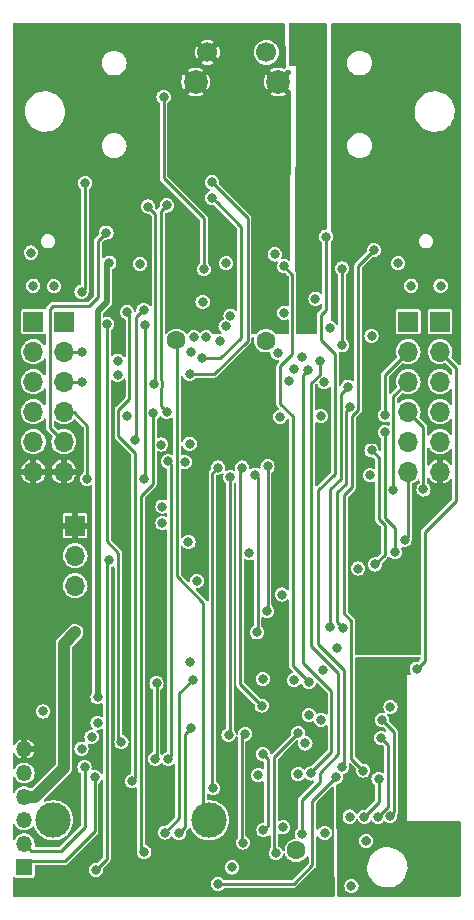
<source format=gbr>
%TF.GenerationSoftware,KiCad,Pcbnew,7.0.1-0*%
%TF.CreationDate,2024-02-14T11:54:31-05:00*%
%TF.ProjectId,Tympan_Rev_F,54796d70-616e-45f5-9265-765f462e6b69,rev?*%
%TF.SameCoordinates,Original*%
%TF.FileFunction,Copper,L3,Inr*%
%TF.FilePolarity,Positive*%
%FSLAX46Y46*%
G04 Gerber Fmt 4.6, Leading zero omitted, Abs format (unit mm)*
G04 Created by KiCad (PCBNEW 7.0.1-0) date 2024-02-14 11:54:31*
%MOMM*%
%LPD*%
G01*
G04 APERTURE LIST*
%TA.AperFunction,ComponentPad*%
%ADD10R,1.700000X1.700000*%
%TD*%
%TA.AperFunction,ComponentPad*%
%ADD11O,1.700000X1.700000*%
%TD*%
%TA.AperFunction,ComponentPad*%
%ADD12C,3.000000*%
%TD*%
%TA.AperFunction,ComponentPad*%
%ADD13R,1.350000X1.350000*%
%TD*%
%TA.AperFunction,ComponentPad*%
%ADD14O,1.350000X1.350000*%
%TD*%
%TA.AperFunction,ComponentPad*%
%ADD15C,1.700000*%
%TD*%
%TA.AperFunction,ComponentPad*%
%ADD16C,2.000000*%
%TD*%
%TA.AperFunction,ComponentPad*%
%ADD17C,1.600000*%
%TD*%
%TA.AperFunction,ViaPad*%
%ADD18C,0.800000*%
%TD*%
%TA.AperFunction,Conductor*%
%ADD19C,0.250000*%
%TD*%
%TA.AperFunction,Conductor*%
%ADD20C,0.500000*%
%TD*%
%TA.AperFunction,Conductor*%
%ADD21C,1.000000*%
%TD*%
G04 APERTURE END LIST*
D10*
X136175000Y-84500000D03*
D11*
X136175000Y-87040000D03*
X136175000Y-89580000D03*
X136175000Y-92120000D03*
X136175000Y-94660000D03*
X136175000Y-97200000D03*
D10*
X167900000Y-84500000D03*
D11*
X167900000Y-87040000D03*
X167900000Y-89580000D03*
X167900000Y-92120000D03*
X167900000Y-94660000D03*
X167900000Y-97200000D03*
D10*
X170600000Y-84500000D03*
D11*
X170600000Y-87040000D03*
X170600000Y-89580000D03*
X170600000Y-92120000D03*
X170600000Y-94660000D03*
X170600000Y-97200000D03*
D10*
X139700000Y-101760000D03*
D11*
X139700000Y-104300000D03*
X139700000Y-106840000D03*
D10*
X138750000Y-84500000D03*
D11*
X138750000Y-87040000D03*
X138750000Y-89580000D03*
X138750000Y-92120000D03*
X138750000Y-94660000D03*
X138750000Y-97200000D03*
D12*
X137850000Y-126700000D03*
X151050000Y-126700000D03*
D13*
X135400000Y-130700000D03*
D14*
X135400000Y-128700000D03*
X135400000Y-126700000D03*
X135400000Y-124700000D03*
X135400000Y-122700000D03*
X135400000Y-120700000D03*
D15*
X155900000Y-61700000D03*
X150900000Y-61700000D03*
D16*
X156900000Y-64200000D03*
X149900000Y-64200000D03*
D17*
X158445000Y-129270000D03*
X148285000Y-86090000D03*
X155865000Y-86100000D03*
D18*
X161850000Y-112100000D03*
X163650000Y-105400000D03*
X137000000Y-117500000D03*
X168424991Y-109048755D03*
X144150000Y-130400000D03*
X166950000Y-105150000D03*
X165150000Y-102300000D03*
X160600000Y-120500000D03*
X152000000Y-86150000D03*
X138299987Y-76050013D03*
X160550000Y-97500000D03*
X164350000Y-128450000D03*
X169000000Y-76200000D03*
X159600000Y-63450000D03*
X153400000Y-90200000D03*
X162600000Y-130900000D03*
X167100000Y-114050000D03*
X145550000Y-97800000D03*
X145600000Y-84750000D03*
X152450000Y-84900000D03*
X145500000Y-83500000D03*
X152856143Y-83986177D03*
X144800000Y-94500000D03*
X170650000Y-81450000D03*
X153000000Y-130700000D03*
X160800000Y-89600000D03*
X164800000Y-85700000D03*
X155200000Y-122900000D03*
X149750000Y-85800000D03*
X157300000Y-127300000D03*
X161250000Y-85000000D03*
X137900000Y-81500000D03*
X160500000Y-92500000D03*
X153900000Y-128600000D03*
X154100000Y-119400000D03*
X155600000Y-121100000D03*
X155650000Y-127550000D03*
X156700000Y-129500000D03*
X158600000Y-119324500D03*
X147300000Y-127750000D03*
X149650000Y-114800000D03*
X155600000Y-114750000D03*
X143624500Y-120100000D03*
X142400000Y-84700000D03*
X164200000Y-126400000D03*
X165400000Y-123200000D03*
X144092500Y-83692500D03*
X162950000Y-126400000D03*
X144550000Y-123400000D03*
X148500000Y-127800000D03*
X149500000Y-118900000D03*
X160525500Y-118200000D03*
X141450000Y-130900000D03*
X142600000Y-104700000D03*
X161804108Y-123067811D03*
X151800000Y-132100000D03*
X145849998Y-74750000D03*
X146350000Y-89770016D03*
X140250000Y-81950000D03*
X152500000Y-79550000D03*
X140550000Y-72750000D03*
X147200000Y-65450000D03*
X150600000Y-80050000D03*
X168150000Y-81450000D03*
X136150000Y-81450000D03*
X142600000Y-79500000D03*
X141600000Y-116300000D03*
X163100000Y-132300000D03*
X140250000Y-87050000D03*
X151400000Y-124000000D03*
X151800000Y-96850000D03*
X152700000Y-119475500D03*
X152850000Y-97650000D03*
X140250000Y-89600000D03*
X140700000Y-97800000D03*
X153850000Y-96850000D03*
X155500000Y-117000000D03*
X162975500Y-91700000D03*
X162400000Y-110400000D03*
X162800000Y-90000000D03*
X161300000Y-110375500D03*
X157200000Y-107600000D03*
X150000000Y-106450000D03*
X149400000Y-113300000D03*
X168625001Y-113874999D03*
X155100000Y-110800000D03*
X154950000Y-97450000D03*
X155950000Y-109000000D03*
X156000000Y-96750000D03*
X147100000Y-101550000D03*
X169200000Y-98700006D03*
X160050000Y-82550000D03*
X147455000Y-74650000D03*
X147450000Y-92150000D03*
X142350000Y-76950000D03*
X166650000Y-98750000D03*
X147100000Y-100150000D03*
X147000000Y-94900000D03*
X165100000Y-105050000D03*
X164800000Y-95400004D03*
X148994500Y-96375500D03*
X166800000Y-104000000D03*
X144100011Y-92500000D03*
X165925000Y-93850000D03*
X143300000Y-87800000D03*
X158900000Y-87474500D03*
X165625000Y-119725000D03*
X140250000Y-120650000D03*
X165350000Y-126400000D03*
X141100000Y-119650000D03*
X165675000Y-118225000D03*
X166351944Y-126351944D03*
X158235621Y-88535621D03*
X143300000Y-89000000D03*
X166400000Y-117100000D03*
X141600000Y-118450000D03*
X150800000Y-85800000D03*
X149500000Y-87100000D03*
X149400000Y-94824990D03*
X145200000Y-79600000D03*
X167600000Y-103000000D03*
X149300000Y-103150000D03*
X167050000Y-79550000D03*
X162300000Y-86500000D03*
X162300000Y-80000000D03*
X135950000Y-78650000D03*
X156850000Y-87150000D03*
X156600000Y-78800000D03*
X165925010Y-92400000D03*
X157050000Y-92550000D03*
X157800000Y-89550000D03*
X150500000Y-82825500D03*
X157382098Y-83744515D03*
X154425000Y-104100000D03*
X146500000Y-121500000D03*
X146600000Y-115119502D03*
X160700000Y-114000000D03*
X159200000Y-120200000D03*
X151300000Y-74000004D03*
X150450000Y-87600000D03*
X149400000Y-88900000D03*
X151300000Y-72699998D03*
X158224500Y-114850000D03*
X147595500Y-96325500D03*
X158600000Y-122800000D03*
X147600000Y-121525500D03*
X145565498Y-129400000D03*
X160834678Y-127779505D03*
X146324500Y-92200000D03*
X157400000Y-79800000D03*
X159500000Y-115000000D03*
X159387701Y-88587701D03*
X159700500Y-122750215D03*
X164700000Y-97500000D03*
X158900000Y-127879500D03*
X160400000Y-87800000D03*
X139700000Y-110800000D03*
X162300000Y-122200000D03*
X140500000Y-122200000D03*
X160950000Y-77300000D03*
X164100000Y-122500000D03*
X141350000Y-123050000D03*
X165000000Y-78450000D03*
X159500000Y-117800500D03*
D19*
X145600000Y-84750000D02*
X145600000Y-97750000D01*
X145600000Y-97750000D02*
X145550000Y-97800000D01*
X144825012Y-94474988D02*
X144825012Y-84140697D01*
X144800000Y-94500000D02*
X144825012Y-94474988D01*
X145465709Y-83500000D02*
X145500000Y-83500000D01*
X144825012Y-84140697D02*
X145465709Y-83500000D01*
X153800000Y-119700000D02*
X153800000Y-128500000D01*
X153800000Y-128500000D02*
X153900000Y-128600000D01*
X154100000Y-119400000D02*
X153800000Y-119700000D01*
X156000000Y-127200000D02*
X156000000Y-121500000D01*
X156000000Y-121500000D02*
X155600000Y-121100000D01*
X155650000Y-127550000D02*
X156000000Y-127200000D01*
X158600000Y-119324500D02*
X156575000Y-121349500D01*
X156575000Y-129375000D02*
X156700000Y-129500000D01*
X156575000Y-121349500D02*
X156575000Y-129375000D01*
X148500000Y-126550000D02*
X148500000Y-115950000D01*
X147300000Y-127750000D02*
X148500000Y-126550000D01*
X148500000Y-115950000D02*
X149650000Y-114800000D01*
X165400000Y-125200000D02*
X164200000Y-126400000D01*
X143375011Y-119850511D02*
X143375011Y-104075011D01*
X143624500Y-120100000D02*
X143375011Y-119850511D01*
X165400000Y-123200000D02*
X165400000Y-125200000D01*
X143375011Y-104075011D02*
X142400000Y-103100000D01*
X142400000Y-103100000D02*
X142400000Y-84700000D01*
X144800000Y-123150000D02*
X144800000Y-95600000D01*
X143375011Y-94175011D02*
X143375011Y-91974989D01*
X144300000Y-83900000D02*
X144092500Y-83692500D01*
X144550000Y-123400000D02*
X144800000Y-123150000D01*
X143375011Y-91974989D02*
X144300000Y-91050000D01*
X144300000Y-91050000D02*
X144300000Y-83900000D01*
X144800000Y-95600000D02*
X143375011Y-94175011D01*
X149000000Y-119400000D02*
X149500000Y-118900000D01*
X148500000Y-127800000D02*
X149000000Y-127300000D01*
X149000000Y-127300000D02*
X149000000Y-119400000D01*
X158200000Y-132100000D02*
X159800000Y-130500000D01*
X151800000Y-132100000D02*
X158200000Y-132100000D01*
X159800000Y-125071919D02*
X161804108Y-123067811D01*
X159800000Y-130500000D02*
X159800000Y-125071919D01*
X142400000Y-129950000D02*
X141450000Y-130900000D01*
X142600000Y-104700000D02*
X142400000Y-104900000D01*
X142400000Y-104900000D02*
X142400000Y-129950000D01*
X146500000Y-75400002D02*
X146500000Y-89620016D01*
X145849998Y-74750000D02*
X146500000Y-75400002D01*
X146500000Y-89620016D02*
X146350000Y-89770016D01*
X140550000Y-81650000D02*
X140550000Y-72750000D01*
X140250000Y-81950000D02*
X140550000Y-81650000D01*
X150600000Y-75750000D02*
X147200000Y-72350000D01*
X150600000Y-80050000D02*
X150600000Y-75750000D01*
X147200000Y-72350000D02*
X147200000Y-65450000D01*
D20*
X142400000Y-82800000D02*
X141600000Y-83600000D01*
X142400000Y-79700000D02*
X142400000Y-82800000D01*
X142600000Y-79500000D02*
X142400000Y-79700000D01*
X141600000Y-83600000D02*
X141600000Y-116300000D01*
D19*
X151400000Y-124000000D02*
X151324999Y-123924999D01*
X151324999Y-123924999D02*
X151324999Y-97325001D01*
X140250000Y-87050000D02*
X140240000Y-87040000D01*
X140240000Y-87040000D02*
X138750000Y-87040000D01*
X151324999Y-97325001D02*
X151800000Y-96850000D01*
X152800000Y-119375500D02*
X152800000Y-97700000D01*
X140250000Y-89600000D02*
X138770000Y-89600000D01*
X152800000Y-97700000D02*
X152850000Y-97650000D01*
X138770000Y-89600000D02*
X138750000Y-89580000D01*
X152700000Y-119475500D02*
X152800000Y-119375500D01*
X139570000Y-92120000D02*
X138750000Y-92120000D01*
X140750000Y-93300000D02*
X139570000Y-92120000D01*
X140700000Y-97800000D02*
X140750000Y-97750000D01*
X140750000Y-97750000D02*
X140750000Y-93300000D01*
X153650000Y-115150000D02*
X153650000Y-97050000D01*
X153650000Y-97050000D02*
X153850000Y-96850000D01*
X155500000Y-117000000D02*
X153650000Y-115150000D01*
X162600000Y-92075500D02*
X162975500Y-91700000D01*
X162600000Y-98200000D02*
X162600000Y-92075500D01*
X161900000Y-109900000D02*
X161900000Y-98900000D01*
X162400000Y-110400000D02*
X161900000Y-109900000D01*
X161900000Y-98900000D02*
X162600000Y-98200000D01*
X161300000Y-98700000D02*
X162200000Y-97800000D01*
X162200000Y-97800000D02*
X162200000Y-90600000D01*
X162200000Y-90600000D02*
X162800000Y-90000000D01*
X161300000Y-110375500D02*
X161300000Y-98700000D01*
X169300000Y-102300000D02*
X171950000Y-99650000D01*
X171950000Y-99650000D02*
X171950000Y-88390000D01*
X171950000Y-88390000D02*
X170600000Y-87040000D01*
X169300000Y-113200000D02*
X169300000Y-102300000D01*
X168625001Y-113874999D02*
X169300000Y-113200000D01*
X154950000Y-97450000D02*
X155150000Y-97650000D01*
X155150000Y-110750000D02*
X155100000Y-110800000D01*
X155150000Y-97650000D02*
X155150000Y-110750000D01*
X156000000Y-96750000D02*
X156000000Y-108950000D01*
X156000000Y-108950000D02*
X155950000Y-109000000D01*
X169200000Y-98134321D02*
X169200000Y-98700006D01*
X169200000Y-93420000D02*
X169200000Y-98134321D01*
X167900000Y-92120000D02*
X169200000Y-93420000D01*
X146950000Y-90124611D02*
X146950000Y-91650000D01*
X146950000Y-89415421D02*
X147025000Y-89490421D01*
X147455000Y-74650000D02*
X146950000Y-75155000D01*
X147025000Y-89490421D02*
X147025000Y-90049611D01*
X147025000Y-90049611D02*
X146950000Y-90124611D01*
X146950000Y-75155000D02*
X146950000Y-89415421D01*
X146950000Y-91650000D02*
X147450000Y-92150000D01*
X141650000Y-82400000D02*
X140900000Y-83150000D01*
X141650000Y-77650000D02*
X141650000Y-82400000D01*
X142350000Y-76950000D02*
X141650000Y-77650000D01*
X137550000Y-83450000D02*
X137550000Y-93460000D01*
X137850000Y-83150000D02*
X137550000Y-83450000D01*
X140900000Y-83150000D02*
X137850000Y-83150000D01*
X137550000Y-93460000D02*
X138750000Y-94660000D01*
X166650000Y-98184315D02*
X166650000Y-98750000D01*
X167900000Y-89580000D02*
X166650011Y-90829989D01*
X166650000Y-92748012D02*
X166650000Y-98184315D01*
X166650011Y-92748001D02*
X166650000Y-92748012D01*
X166650011Y-90829989D02*
X166650011Y-92748001D01*
X165899999Y-101699999D02*
X165899999Y-104250001D01*
X165425001Y-101225001D02*
X165899999Y-101699999D01*
X165899999Y-104250001D02*
X165100000Y-105050000D01*
X164800000Y-95400004D02*
X165425001Y-96025005D01*
X165425001Y-96025005D02*
X165425001Y-101225001D01*
X165925000Y-101088590D02*
X166800000Y-101963590D01*
X165925000Y-93850000D02*
X165925000Y-101088590D01*
X166800000Y-101963590D02*
X166800000Y-104000000D01*
X150550000Y-108300000D02*
X148320000Y-106070000D01*
X150550000Y-126700000D02*
X150550000Y-108300000D01*
X148320000Y-106070000D02*
X148320000Y-86140000D01*
X166200000Y-120350000D02*
X165625000Y-119775000D01*
X166200000Y-125550000D02*
X166200000Y-120350000D01*
X165625000Y-119775000D02*
X165625000Y-119725000D01*
X165350000Y-126400000D02*
X166200000Y-125550000D01*
X166351944Y-126351944D02*
X166700000Y-126003888D01*
X166700000Y-119250000D02*
X165675000Y-118225000D01*
X166700000Y-126003888D02*
X166700000Y-119250000D01*
X167900000Y-97200000D02*
X167900000Y-102700000D01*
X167900000Y-102700000D02*
X167600000Y-103000000D01*
X162300000Y-80565685D02*
X162300000Y-80000000D01*
X162300000Y-86500000D02*
X162300000Y-80565685D01*
X165925010Y-91834315D02*
X165925010Y-92400000D01*
X167900000Y-87040000D02*
X165925010Y-89014990D01*
X165925010Y-89014990D02*
X165925010Y-91834315D01*
X146600000Y-121400000D02*
X146500000Y-121500000D01*
X146600000Y-115119502D02*
X146600000Y-121400000D01*
X153750000Y-76450004D02*
X151699999Y-74400003D01*
X151699999Y-74400003D02*
X151300000Y-74000004D01*
X150150000Y-87600000D02*
X152000000Y-87600000D01*
X152000000Y-87600000D02*
X153750000Y-85850000D01*
X153750000Y-85850000D02*
X153750000Y-76450004D01*
X154300000Y-75699998D02*
X151699999Y-73099997D01*
X151699999Y-73099997D02*
X151300000Y-72699998D01*
X149400000Y-88900000D02*
X151500000Y-88900000D01*
X151500000Y-88900000D02*
X154300000Y-86100000D01*
X154300000Y-86100000D02*
X154300000Y-75699998D01*
X147600000Y-121525500D02*
X147825000Y-121300500D01*
X147825000Y-96555000D02*
X147595500Y-96325500D01*
X147825000Y-121300500D02*
X147825000Y-96555000D01*
X145300000Y-99250000D02*
X146275000Y-98275000D01*
X146275000Y-92249500D02*
X146324500Y-92200000D01*
X145565498Y-129400000D02*
X145300000Y-129134502D01*
X146275000Y-98275000D02*
X146275000Y-92249500D01*
X145300000Y-129134502D02*
X145300000Y-99250000D01*
X158124990Y-92524990D02*
X157075000Y-91475000D01*
X157075000Y-88272335D02*
X158107098Y-87240237D01*
X157075000Y-91475000D02*
X157075000Y-88272335D01*
X158107098Y-87240237D02*
X158107098Y-80507098D01*
X159500000Y-115000000D02*
X158124990Y-113624990D01*
X158107098Y-80507098D02*
X157400000Y-79800000D01*
X158124990Y-113624990D02*
X158124990Y-92524990D01*
X159000000Y-113400000D02*
X159000000Y-88975402D01*
X159000000Y-88975402D02*
X159387701Y-88587701D01*
X159700500Y-122750215D02*
X159700500Y-122599500D01*
X161400000Y-120900000D02*
X161400000Y-115800000D01*
X161400000Y-115800000D02*
X159000000Y-113400000D01*
X159700500Y-122599500D02*
X161400000Y-120900000D01*
X160425000Y-123475000D02*
X158900000Y-125000000D01*
X159700000Y-111974695D02*
X162000000Y-114274695D01*
X162000000Y-114274695D02*
X162000000Y-121100000D01*
X160400000Y-88974695D02*
X159700000Y-89674695D01*
X159700000Y-89674695D02*
X159700000Y-111974695D01*
X160425000Y-122675000D02*
X160425000Y-123475000D01*
X160400000Y-87800000D02*
X160400000Y-88974695D01*
X162000000Y-121100000D02*
X160425000Y-122675000D01*
X158900000Y-125000000D02*
X158900000Y-127879500D01*
D21*
X138750000Y-111750000D02*
X138750000Y-122300000D01*
X136350000Y-124700000D02*
X135600000Y-124700000D01*
X138750000Y-122300000D02*
X136350000Y-124700000D01*
X139700000Y-110800000D02*
X138750000Y-111750000D01*
D19*
X140500000Y-122200000D02*
X140500000Y-127300000D01*
X140500000Y-127300000D02*
X138500000Y-129300000D01*
X161700000Y-87200000D02*
X160524999Y-86024999D01*
X160524999Y-83938500D02*
X160950000Y-83513499D01*
X160950000Y-83513499D02*
X160950000Y-77300000D01*
X162450000Y-122050000D02*
X162450000Y-113950000D01*
X162300000Y-122200000D02*
X162450000Y-122050000D01*
X136000000Y-129300000D02*
X135450000Y-128750000D01*
X138500000Y-129300000D02*
X136000000Y-129300000D01*
X160300000Y-98775305D02*
X161700000Y-97375305D01*
X161700000Y-97375305D02*
X161700000Y-87200000D01*
X160524999Y-86024999D02*
X160524999Y-83938500D01*
X162450000Y-113950000D02*
X160300000Y-111800000D01*
X160300000Y-111800000D02*
X160300000Y-98775305D01*
X163650500Y-91979595D02*
X163650500Y-79799500D01*
X164100000Y-122500000D02*
X163100000Y-121500000D01*
X163650500Y-79799500D02*
X165000000Y-78450000D01*
X162450000Y-109200000D02*
X162450000Y-99200000D01*
X141350000Y-127650000D02*
X138850000Y-130150000D01*
X138850000Y-130150000D02*
X135950000Y-130150000D01*
X163100000Y-109850000D02*
X162450000Y-109200000D01*
X163100000Y-121500000D02*
X163100000Y-109850000D01*
X163150000Y-92480095D02*
X163650500Y-91979595D01*
X162450000Y-99200000D02*
X163150000Y-98500000D01*
X163150000Y-98500000D02*
X163150000Y-92480095D01*
X141350000Y-123050000D02*
X141350000Y-127650000D01*
X135950000Y-130150000D02*
X135400000Y-130700000D01*
%TA.AperFunction,Conductor*%
G36*
X154849831Y-85768528D02*
G01*
X154885911Y-85817178D01*
X154886902Y-85877739D01*
X154878974Y-85903870D01*
X154859658Y-86099999D01*
X154878975Y-86296130D01*
X154936185Y-86484727D01*
X155029088Y-86658536D01*
X155067109Y-86704864D01*
X155154117Y-86810883D01*
X155283298Y-86916900D01*
X155306463Y-86935911D01*
X155480272Y-87028814D01*
X155537646Y-87046218D01*
X155668868Y-87086024D01*
X155720427Y-87091102D01*
X155864999Y-87105341D01*
X155864999Y-87105340D01*
X155865000Y-87105341D01*
X155901349Y-87101761D01*
X156061128Y-87086025D01*
X156061130Y-87086024D01*
X156061132Y-87086024D01*
X156117522Y-87068917D01*
X156173964Y-87068610D01*
X156221401Y-87099195D01*
X156244414Y-87150733D01*
X156264955Y-87306761D01*
X156325464Y-87452841D01*
X156421717Y-87578282D01*
X156517970Y-87652139D01*
X156547159Y-87674536D01*
X156693238Y-87735044D01*
X156850000Y-87755682D01*
X156884830Y-87751096D01*
X156944417Y-87761938D01*
X156986540Y-87805462D01*
X156995428Y-87865375D01*
X156967754Y-87919253D01*
X156857940Y-88029067D01*
X156851574Y-88034900D01*
X156821804Y-88059880D01*
X156802371Y-88093539D01*
X156797734Y-88100819D01*
X156775444Y-88132653D01*
X156775053Y-88134115D01*
X156765168Y-88157980D01*
X156764410Y-88159291D01*
X156757662Y-88197558D01*
X156755794Y-88205984D01*
X156745735Y-88243526D01*
X156749123Y-88282239D01*
X156749500Y-88290869D01*
X156749500Y-91456466D01*
X156749123Y-91465096D01*
X156745735Y-91503807D01*
X156755795Y-91541350D01*
X156757663Y-91549778D01*
X156764411Y-91588042D01*
X156764412Y-91588045D01*
X156765166Y-91589352D01*
X156775055Y-91613225D01*
X156775446Y-91614685D01*
X156797732Y-91646514D01*
X156802370Y-91653794D01*
X156821803Y-91687452D01*
X156821805Y-91687454D01*
X156821806Y-91687455D01*
X156851583Y-91712441D01*
X156857938Y-91718264D01*
X156938083Y-91798409D01*
X156964486Y-91845904D01*
X156961844Y-91900180D01*
X156930951Y-91944886D01*
X156903903Y-91956644D01*
X156905280Y-91959968D01*
X156747158Y-92025464D01*
X156621717Y-92121717D01*
X156525464Y-92247158D01*
X156464955Y-92393238D01*
X156444318Y-92549999D01*
X156464955Y-92706761D01*
X156525464Y-92852841D01*
X156621717Y-92978282D01*
X156692593Y-93032666D01*
X156747159Y-93074536D01*
X156893238Y-93135044D01*
X157050000Y-93155682D01*
X157206762Y-93135044D01*
X157352841Y-93074536D01*
X157478282Y-92978282D01*
X157574536Y-92852841D01*
X157609026Y-92769572D01*
X157642299Y-92727367D01*
X157692723Y-92708765D01*
X157745435Y-92719250D01*
X157784901Y-92755733D01*
X157799490Y-92807460D01*
X157799490Y-107103195D01*
X157780962Y-107160860D01*
X157732314Y-107196940D01*
X157671754Y-107197933D01*
X157640952Y-107176616D01*
X157638623Y-107179652D01*
X157502841Y-107075464D01*
X157356761Y-107014955D01*
X157200000Y-106994318D01*
X157043238Y-107014955D01*
X156897158Y-107075464D01*
X156771717Y-107171717D01*
X156675464Y-107297158D01*
X156614955Y-107443238D01*
X156594318Y-107599999D01*
X156614955Y-107756761D01*
X156675464Y-107902841D01*
X156771717Y-108028282D01*
X156848951Y-108087545D01*
X156897159Y-108124536D01*
X157043238Y-108185044D01*
X157200000Y-108205682D01*
X157356762Y-108185044D01*
X157502841Y-108124536D01*
X157614132Y-108039140D01*
X157638623Y-108020348D01*
X157640952Y-108023383D01*
X157671754Y-108002067D01*
X157732314Y-108003060D01*
X157780962Y-108039140D01*
X157799490Y-108096805D01*
X157799490Y-113606456D01*
X157799113Y-113615086D01*
X157795725Y-113653797D01*
X157805785Y-113691340D01*
X157807653Y-113699768D01*
X157812682Y-113728282D01*
X157814402Y-113738035D01*
X157815156Y-113739342D01*
X157825045Y-113763215D01*
X157825436Y-113764675D01*
X157847722Y-113796504D01*
X157852360Y-113803784D01*
X157871793Y-113837442D01*
X157871795Y-113837444D01*
X157871796Y-113837445D01*
X157901573Y-113862431D01*
X157907928Y-113868254D01*
X158135117Y-114095443D01*
X158161527Y-114142966D01*
X158158859Y-114197269D01*
X158127918Y-114241975D01*
X158078036Y-114263600D01*
X158067738Y-114264955D01*
X157921658Y-114325464D01*
X157796217Y-114421717D01*
X157699964Y-114547158D01*
X157639455Y-114693238D01*
X157618818Y-114849999D01*
X157639455Y-115006761D01*
X157699964Y-115152841D01*
X157796217Y-115278282D01*
X157870192Y-115335044D01*
X157921659Y-115374536D01*
X158067738Y-115435044D01*
X158224500Y-115455682D01*
X158381262Y-115435044D01*
X158527341Y-115374536D01*
X158652782Y-115278282D01*
X158749036Y-115152841D01*
X158749038Y-115152836D01*
X158751347Y-115149827D01*
X158792004Y-115118630D01*
X158842812Y-115111941D01*
X158890157Y-115131552D01*
X158921354Y-115172208D01*
X158975464Y-115302841D01*
X159071717Y-115428282D01*
X159167971Y-115502139D01*
X159197159Y-115524536D01*
X159343238Y-115585044D01*
X159500000Y-115605682D01*
X159656762Y-115585044D01*
X159802841Y-115524536D01*
X159928282Y-115428282D01*
X160024536Y-115302841D01*
X160085044Y-115156762D01*
X160085044Y-115156761D01*
X160090032Y-115144720D01*
X160093362Y-115146099D01*
X160105037Y-115119141D01*
X160149742Y-115088181D01*
X160204056Y-115085504D01*
X160251590Y-115111916D01*
X161045504Y-115905830D01*
X161066964Y-115937948D01*
X161074500Y-115975834D01*
X161074500Y-117663596D01*
X161059571Y-117715875D01*
X161019287Y-117752386D01*
X160965797Y-117762119D01*
X160915233Y-117742138D01*
X160828341Y-117675464D01*
X160682261Y-117614955D01*
X160525500Y-117594318D01*
X160368738Y-117614955D01*
X160259425Y-117660234D01*
X160222659Y-117675464D01*
X160222658Y-117675464D01*
X160210618Y-117680452D01*
X160209253Y-117677158D01*
X160174594Y-117689763D01*
X160117095Y-117674346D01*
X160078832Y-117628742D01*
X160073121Y-117614955D01*
X160024536Y-117497659D01*
X160024535Y-117497658D01*
X160024535Y-117497657D01*
X159928282Y-117372217D01*
X159802841Y-117275964D01*
X159656761Y-117215455D01*
X159500000Y-117194818D01*
X159343238Y-117215455D01*
X159197158Y-117275964D01*
X159071717Y-117372217D01*
X158975464Y-117497658D01*
X158914955Y-117643738D01*
X158894318Y-117800500D01*
X158914955Y-117957261D01*
X158975464Y-118103341D01*
X159071717Y-118228782D01*
X159155719Y-118293238D01*
X159197159Y-118325036D01*
X159343238Y-118385544D01*
X159500000Y-118406182D01*
X159656762Y-118385544D01*
X159802841Y-118325036D01*
X159802842Y-118325035D01*
X159814882Y-118320048D01*
X159816248Y-118323345D01*
X159850875Y-118310738D01*
X159908391Y-118326145D01*
X159946667Y-118371757D01*
X160000964Y-118502841D01*
X160097217Y-118628282D01*
X160169994Y-118684125D01*
X160222659Y-118724536D01*
X160368738Y-118785044D01*
X160525500Y-118805682D01*
X160682262Y-118785044D01*
X160828341Y-118724536D01*
X160898868Y-118670419D01*
X160915233Y-118657862D01*
X160965797Y-118637881D01*
X161019287Y-118647614D01*
X161059571Y-118684125D01*
X161074500Y-118736404D01*
X161074500Y-120724166D01*
X161066964Y-120762052D01*
X161045504Y-120794170D01*
X159718090Y-122121582D01*
X159691873Y-122140368D01*
X159661009Y-122149731D01*
X159543738Y-122165170D01*
X159397658Y-122225679D01*
X159272219Y-122321931D01*
X159209691Y-122403419D01*
X159160919Y-122437569D01*
X159101379Y-122437569D01*
X159052607Y-122403418D01*
X159028282Y-122371717D01*
X158902841Y-122275464D01*
X158756761Y-122214955D01*
X158600000Y-122194318D01*
X158443238Y-122214955D01*
X158297158Y-122275464D01*
X158171717Y-122371717D01*
X158075464Y-122497158D01*
X158014955Y-122643238D01*
X157994318Y-122800000D01*
X158014955Y-122956761D01*
X158075464Y-123102841D01*
X158171717Y-123228282D01*
X158267970Y-123302139D01*
X158297159Y-123324536D01*
X158443238Y-123385044D01*
X158600000Y-123405682D01*
X158756762Y-123385044D01*
X158902841Y-123324536D01*
X159028282Y-123228282D01*
X159090809Y-123146794D01*
X159139580Y-123112645D01*
X159199120Y-123112645D01*
X159247892Y-123146796D01*
X159272217Y-123178497D01*
X159356590Y-123243238D01*
X159397659Y-123274751D01*
X159543738Y-123335259D01*
X159700500Y-123355897D01*
X159852735Y-123335855D01*
X159912325Y-123346698D01*
X159954447Y-123390222D01*
X159963335Y-123450135D01*
X159935661Y-123504012D01*
X158682940Y-124756732D01*
X158676574Y-124762565D01*
X158646804Y-124787545D01*
X158627371Y-124821204D01*
X158622734Y-124828484D01*
X158600444Y-124860318D01*
X158600053Y-124861780D01*
X158590168Y-124885645D01*
X158589410Y-124886956D01*
X158582662Y-124925223D01*
X158580794Y-124933649D01*
X158570735Y-124971191D01*
X158574123Y-125009904D01*
X158574500Y-125018534D01*
X158574500Y-127323529D01*
X158564290Y-127367316D01*
X158535767Y-127402071D01*
X158471717Y-127451217D01*
X158375464Y-127576658D01*
X158314955Y-127722738D01*
X158294318Y-127879500D01*
X158314955Y-128036261D01*
X158341348Y-128099979D01*
X158355175Y-128133360D01*
X158359867Y-128144686D01*
X158364817Y-128205052D01*
X158333679Y-128257004D01*
X158278108Y-128281095D01*
X158248868Y-128283975D01*
X158060272Y-128341185D01*
X157886463Y-128434088D01*
X157734117Y-128559117D01*
X157609088Y-128711463D01*
X157516185Y-128885272D01*
X157458975Y-129073868D01*
X157442868Y-129237409D01*
X157424438Y-129285896D01*
X157384019Y-129318408D01*
X157332709Y-129326019D01*
X157284593Y-129306640D01*
X157252882Y-129265592D01*
X157224536Y-129197159D01*
X157224535Y-129197158D01*
X157224535Y-129197157D01*
X157128282Y-129071717D01*
X157002842Y-128975465D01*
X157002841Y-128975464D01*
X156961612Y-128958386D01*
X156917184Y-128921924D01*
X156900500Y-128866923D01*
X156900500Y-127932662D01*
X156912190Y-127885994D01*
X156944499Y-127850346D01*
X156989797Y-127834139D01*
X157037383Y-127841197D01*
X157143238Y-127885044D01*
X157300000Y-127905682D01*
X157456762Y-127885044D01*
X157602841Y-127824536D01*
X157728282Y-127728282D01*
X157824536Y-127602841D01*
X157885044Y-127456762D01*
X157905682Y-127300000D01*
X157885044Y-127143238D01*
X157824536Y-126997159D01*
X157799825Y-126964955D01*
X157728282Y-126871717D01*
X157602841Y-126775464D01*
X157456761Y-126714955D01*
X157300000Y-126694318D01*
X157143238Y-126714955D01*
X157076901Y-126742433D01*
X157037383Y-126758802D01*
X156989797Y-126765861D01*
X156944499Y-126749654D01*
X156912190Y-126714006D01*
X156900500Y-126667338D01*
X156900500Y-121525334D01*
X156908036Y-121487448D01*
X156929496Y-121455330D01*
X157302736Y-121082090D01*
X158437034Y-119947790D01*
X158475217Y-119924049D01*
X158519961Y-119919644D01*
X158530115Y-119920981D01*
X158531185Y-119921122D01*
X158578527Y-119940735D01*
X158609721Y-119981390D01*
X158616409Y-120032196D01*
X158594318Y-120199999D01*
X158614955Y-120356761D01*
X158675464Y-120502841D01*
X158771717Y-120628282D01*
X158845692Y-120685044D01*
X158897159Y-120724536D01*
X159043238Y-120785044D01*
X159200000Y-120805682D01*
X159356762Y-120785044D01*
X159502841Y-120724536D01*
X159628282Y-120628282D01*
X159724536Y-120502841D01*
X159785044Y-120356762D01*
X159805682Y-120200000D01*
X159785044Y-120043238D01*
X159724536Y-119897159D01*
X159694941Y-119858590D01*
X159628282Y-119771717D01*
X159502841Y-119675464D01*
X159356761Y-119614955D01*
X159268821Y-119603378D01*
X159221476Y-119583767D01*
X159190279Y-119543111D01*
X159183590Y-119492303D01*
X159185044Y-119481262D01*
X159205682Y-119324500D01*
X159185044Y-119167738D01*
X159124536Y-119021659D01*
X159081081Y-118965027D01*
X159028282Y-118896217D01*
X158902841Y-118799964D01*
X158756761Y-118739455D01*
X158600000Y-118718818D01*
X158443238Y-118739455D01*
X158297158Y-118799964D01*
X158171717Y-118896217D01*
X158075464Y-119021658D01*
X158014955Y-119167738D01*
X157994318Y-119324500D01*
X158004855Y-119404541D01*
X158000448Y-119449285D01*
X157976706Y-119487466D01*
X156366073Y-121098099D01*
X156318549Y-121124509D01*
X156264246Y-121121841D01*
X156219541Y-121090899D01*
X156197916Y-121041018D01*
X156185044Y-120943238D01*
X156124536Y-120797159D01*
X156068527Y-120724166D01*
X156028282Y-120671717D01*
X155902841Y-120575464D01*
X155756761Y-120514955D01*
X155600000Y-120494318D01*
X155443238Y-120514955D01*
X155297158Y-120575464D01*
X155171717Y-120671717D01*
X155075464Y-120797158D01*
X155014955Y-120943238D01*
X154994318Y-121099999D01*
X155014955Y-121256761D01*
X155075464Y-121402841D01*
X155171717Y-121528282D01*
X155182765Y-121536759D01*
X155297159Y-121624536D01*
X155419120Y-121675054D01*
X155443238Y-121685044D01*
X155588422Y-121704158D01*
X155632284Y-121721215D01*
X155663314Y-121756598D01*
X155674500Y-121802311D01*
X155674500Y-122306431D01*
X155659571Y-122358710D01*
X155619286Y-122395221D01*
X155565796Y-122404954D01*
X155515234Y-122384974D01*
X155502841Y-122375464D01*
X155502839Y-122375463D01*
X155356761Y-122314955D01*
X155200000Y-122294318D01*
X155043238Y-122314955D01*
X154897158Y-122375464D01*
X154771717Y-122471717D01*
X154675464Y-122597158D01*
X154614955Y-122743238D01*
X154594318Y-122899999D01*
X154614955Y-123056761D01*
X154675464Y-123202841D01*
X154771717Y-123328282D01*
X154823207Y-123367791D01*
X154897159Y-123424536D01*
X155043238Y-123485044D01*
X155200000Y-123505682D01*
X155356762Y-123485044D01*
X155502841Y-123424536D01*
X155515234Y-123415025D01*
X155565796Y-123395046D01*
X155619286Y-123404779D01*
X155659571Y-123441290D01*
X155674500Y-123493569D01*
X155674500Y-126854272D01*
X155663314Y-126899985D01*
X155632284Y-126935368D01*
X155588422Y-126952424D01*
X155576349Y-126954014D01*
X155493238Y-126964955D01*
X155347158Y-127025464D01*
X155221717Y-127121717D01*
X155125464Y-127247158D01*
X155064955Y-127393238D01*
X155044318Y-127550000D01*
X155064955Y-127706761D01*
X155125464Y-127852841D01*
X155221717Y-127978282D01*
X155303171Y-128040783D01*
X155347159Y-128074536D01*
X155493238Y-128135044D01*
X155650000Y-128155682D01*
X155806762Y-128135044D01*
X155952841Y-128074536D01*
X156024059Y-128019888D01*
X156088623Y-127970348D01*
X156090949Y-127973379D01*
X156121765Y-127952054D01*
X156182325Y-127953047D01*
X156230972Y-127989128D01*
X156249500Y-128046792D01*
X156249500Y-129067068D01*
X156244246Y-129098891D01*
X156229042Y-129127335D01*
X156175464Y-129197158D01*
X156114955Y-129343238D01*
X156094318Y-129500000D01*
X156114955Y-129656761D01*
X156175464Y-129802841D01*
X156271717Y-129928282D01*
X156340268Y-129980882D01*
X156397159Y-130024536D01*
X156543238Y-130085044D01*
X156700000Y-130105682D01*
X156856762Y-130085044D01*
X157002841Y-130024536D01*
X157128282Y-129928282D01*
X157224536Y-129802841D01*
X157285044Y-129656762D01*
X157295355Y-129578436D01*
X157316164Y-129529562D01*
X157359242Y-129498478D01*
X157412185Y-129494137D01*
X157459752Y-129517787D01*
X157488245Y-129562620D01*
X157516186Y-129654729D01*
X157609088Y-129828536D01*
X157647109Y-129874864D01*
X157734117Y-129980883D01*
X157861037Y-130085044D01*
X157886463Y-130105911D01*
X158060272Y-130198814D01*
X158154570Y-130227418D01*
X158248868Y-130256024D01*
X158445000Y-130275341D01*
X158641132Y-130256024D01*
X158829727Y-130198814D01*
X159003538Y-130105910D01*
X159155883Y-129980883D01*
X159280910Y-129828538D01*
X159281047Y-129828282D01*
X159288190Y-129814919D01*
X159323773Y-129777176D01*
X159373557Y-129762607D01*
X159423874Y-129775211D01*
X159460911Y-129811528D01*
X159474500Y-129861588D01*
X159474500Y-130324166D01*
X159466964Y-130362052D01*
X159445504Y-130394170D01*
X158094170Y-131745504D01*
X158062052Y-131766964D01*
X158024166Y-131774500D01*
X152355971Y-131774500D01*
X152312184Y-131764290D01*
X152277429Y-131735767D01*
X152228282Y-131671717D01*
X152102841Y-131575464D01*
X151956761Y-131514955D01*
X151800000Y-131494318D01*
X151643238Y-131514955D01*
X151497158Y-131575464D01*
X151371717Y-131671717D01*
X151275464Y-131797158D01*
X151214955Y-131943238D01*
X151194318Y-132099999D01*
X151214955Y-132256761D01*
X151275464Y-132402841D01*
X151371717Y-132528282D01*
X151467971Y-132602139D01*
X151497159Y-132624536D01*
X151643238Y-132685044D01*
X151800000Y-132705682D01*
X151956762Y-132685044D01*
X152102841Y-132624536D01*
X152228282Y-132528282D01*
X152228281Y-132528282D01*
X152277429Y-132464233D01*
X152312184Y-132435710D01*
X152355971Y-132425500D01*
X158181466Y-132425500D01*
X158190093Y-132425876D01*
X158203357Y-132427037D01*
X158228805Y-132429264D01*
X158228805Y-132429263D01*
X158228807Y-132429264D01*
X158266359Y-132419201D01*
X158274777Y-132417335D01*
X158313045Y-132410588D01*
X158314346Y-132409836D01*
X158338232Y-132399942D01*
X158339684Y-132399554D01*
X158371529Y-132377254D01*
X158378785Y-132372632D01*
X158412455Y-132353194D01*
X158437442Y-132323414D01*
X158443254Y-132317070D01*
X160017066Y-130743258D01*
X160023410Y-130737444D01*
X160053194Y-130712455D01*
X160072632Y-130678785D01*
X160077254Y-130671529D01*
X160099554Y-130639684D01*
X160099942Y-130638232D01*
X160109838Y-130614343D01*
X160110588Y-130613045D01*
X160117335Y-130574777D01*
X160119204Y-130566348D01*
X160129264Y-130528806D01*
X160125877Y-130490092D01*
X160125500Y-130481463D01*
X160125500Y-128133360D01*
X160144028Y-128075695D01*
X160192678Y-128039614D01*
X160253239Y-128038623D01*
X160303042Y-128073093D01*
X160406395Y-128207787D01*
X160470537Y-128257004D01*
X160531837Y-128304041D01*
X160677916Y-128364549D01*
X160834678Y-128385187D01*
X160991440Y-128364549D01*
X161137519Y-128304041D01*
X161262960Y-128207787D01*
X161359214Y-128082346D01*
X161419722Y-127936267D01*
X161439245Y-127787971D01*
X161443698Y-127778287D01*
X161438806Y-127767702D01*
X161419722Y-127622743D01*
X161359214Y-127476664D01*
X161312324Y-127415555D01*
X161262960Y-127351222D01*
X161137519Y-127254969D01*
X160991439Y-127194460D01*
X160834678Y-127173823D01*
X160677916Y-127194460D01*
X160531836Y-127254969D01*
X160406395Y-127351222D01*
X160303042Y-127485917D01*
X160253239Y-127520387D01*
X160192678Y-127519396D01*
X160144028Y-127483315D01*
X160125500Y-127425650D01*
X160125500Y-125247753D01*
X160133036Y-125209867D01*
X160154496Y-125177749D01*
X160472781Y-124859464D01*
X161430924Y-123901319D01*
X161481381Y-123874274D01*
X161538376Y-123879682D01*
X161582847Y-123915737D01*
X161599922Y-123970382D01*
X161623061Y-126399998D01*
X161623061Y-126399999D01*
X161623080Y-126401956D01*
X161635954Y-127753836D01*
X161629013Y-127776882D01*
X161636394Y-127799951D01*
X161641326Y-128317796D01*
X161642585Y-128449999D01*
X161642604Y-128451956D01*
X161663410Y-130636635D01*
X161663467Y-130642572D01*
X161679251Y-132299999D01*
X161679270Y-132301957D01*
X161686628Y-133074559D01*
X161673682Y-133124455D01*
X161637405Y-133161079D01*
X161587633Y-133174500D01*
X134524500Y-133174500D01*
X134475000Y-133161237D01*
X134438763Y-133125000D01*
X134425500Y-133075500D01*
X134425500Y-131601235D01*
X134439585Y-131550339D01*
X134477832Y-131513925D01*
X134529358Y-131502354D01*
X134579502Y-131518920D01*
X134580448Y-131519552D01*
X134646769Y-131563867D01*
X134705252Y-131575500D01*
X136094747Y-131575500D01*
X136094748Y-131575500D01*
X136153231Y-131563867D01*
X136219552Y-131519552D01*
X136263867Y-131453231D01*
X136275500Y-131394748D01*
X136275500Y-130574500D01*
X136288763Y-130525000D01*
X136325000Y-130488763D01*
X136374500Y-130475500D01*
X138831466Y-130475500D01*
X138840093Y-130475876D01*
X138853357Y-130477037D01*
X138878805Y-130479264D01*
X138878805Y-130479263D01*
X138878807Y-130479264D01*
X138916359Y-130469201D01*
X138924777Y-130467335D01*
X138963045Y-130460588D01*
X138964346Y-130459836D01*
X138988232Y-130449942D01*
X138989684Y-130449554D01*
X139021529Y-130427254D01*
X139028785Y-130422632D01*
X139062455Y-130403194D01*
X139087442Y-130373414D01*
X139093254Y-130367070D01*
X141567066Y-127893258D01*
X141573410Y-127887444D01*
X141603194Y-127862455D01*
X141622632Y-127828785D01*
X141627254Y-127821529D01*
X141649554Y-127789684D01*
X141649942Y-127788232D01*
X141659838Y-127764343D01*
X141660588Y-127763045D01*
X141667335Y-127724777D01*
X141669201Y-127716359D01*
X141679264Y-127678807D01*
X141678629Y-127671554D01*
X141675877Y-127640096D01*
X141675500Y-127631466D01*
X141675500Y-123605971D01*
X141685710Y-123562184D01*
X141714233Y-123527429D01*
X141778282Y-123478282D01*
X141833990Y-123405682D01*
X141874536Y-123352841D01*
X141884036Y-123329903D01*
X141917309Y-123287698D01*
X141967733Y-123269096D01*
X142020445Y-123279581D01*
X142059911Y-123316064D01*
X142074500Y-123367791D01*
X142074500Y-129774166D01*
X142066964Y-129812052D01*
X142045503Y-129844170D01*
X141612965Y-130276706D01*
X141574785Y-130300448D01*
X141530041Y-130304855D01*
X141450000Y-130294318D01*
X141293238Y-130314955D01*
X141147158Y-130375464D01*
X141021717Y-130471717D01*
X140925464Y-130597158D01*
X140864955Y-130743238D01*
X140844318Y-130900000D01*
X140864955Y-131056761D01*
X140925464Y-131202841D01*
X141021717Y-131328282D01*
X141108337Y-131394747D01*
X141147159Y-131424536D01*
X141293238Y-131485044D01*
X141450000Y-131505682D01*
X141606762Y-131485044D01*
X141752841Y-131424536D01*
X141878282Y-131328282D01*
X141974536Y-131202841D01*
X142035044Y-131056762D01*
X142055682Y-130900000D01*
X142045143Y-130819954D01*
X142049550Y-130775214D01*
X142073290Y-130737034D01*
X142110324Y-130700000D01*
X152394318Y-130700000D01*
X152414955Y-130856761D01*
X152475464Y-131002841D01*
X152571717Y-131128282D01*
X152667971Y-131202139D01*
X152697159Y-131224536D01*
X152843238Y-131285044D01*
X153000000Y-131305682D01*
X153156762Y-131285044D01*
X153302841Y-131224536D01*
X153428282Y-131128282D01*
X153524536Y-131002841D01*
X153585044Y-130856762D01*
X153605682Y-130700000D01*
X153585044Y-130543238D01*
X153524536Y-130397159D01*
X153453709Y-130304855D01*
X153428282Y-130271717D01*
X153302841Y-130175464D01*
X153156761Y-130114955D01*
X153020636Y-130097034D01*
X153000000Y-130094318D01*
X152999999Y-130094318D01*
X152843238Y-130114955D01*
X152697158Y-130175464D01*
X152571717Y-130271717D01*
X152475464Y-130397158D01*
X152414955Y-130543238D01*
X152394318Y-130700000D01*
X142110324Y-130700000D01*
X142617066Y-130193258D01*
X142623410Y-130187444D01*
X142653194Y-130162455D01*
X142672632Y-130128785D01*
X142677254Y-130121529D01*
X142699554Y-130089684D01*
X142699942Y-130088232D01*
X142709838Y-130064343D01*
X142710588Y-130063045D01*
X142717335Y-130024777D01*
X142719204Y-130016348D01*
X142722063Y-130005681D01*
X142729264Y-129978807D01*
X142725876Y-129940090D01*
X142725500Y-129931463D01*
X142725500Y-105364143D01*
X142742184Y-105309142D01*
X142786614Y-105272679D01*
X142857690Y-105243238D01*
X142902841Y-105224536D01*
X142902841Y-105224535D01*
X142912625Y-105220483D01*
X142960214Y-105213424D01*
X143005512Y-105229631D01*
X143037821Y-105265279D01*
X143049511Y-105311947D01*
X143049511Y-119831976D01*
X143049134Y-119840606D01*
X143045518Y-119881930D01*
X143048139Y-119908543D01*
X143040817Y-119939951D01*
X143039456Y-119943236D01*
X143018818Y-120100000D01*
X143039455Y-120256761D01*
X143099964Y-120402841D01*
X143196217Y-120528282D01*
X143257707Y-120575464D01*
X143321659Y-120624536D01*
X143467738Y-120685044D01*
X143624500Y-120705682D01*
X143781262Y-120685044D01*
X143927341Y-120624536D01*
X144052782Y-120528282D01*
X144149036Y-120402841D01*
X144209544Y-120256762D01*
X144230182Y-120100000D01*
X144209544Y-119943238D01*
X144149036Y-119797159D01*
X144088705Y-119718534D01*
X144052782Y-119671717D01*
X143927341Y-119575464D01*
X143769220Y-119509968D01*
X143769599Y-119509050D01*
X143742726Y-119498600D01*
X143711697Y-119463217D01*
X143700511Y-119417504D01*
X143700511Y-104093545D01*
X143700888Y-104084915D01*
X143701829Y-104074166D01*
X143704275Y-104046204D01*
X143694214Y-104008658D01*
X143692346Y-104000231D01*
X143691002Y-103992607D01*
X143685599Y-103961966D01*
X143684845Y-103960661D01*
X143674954Y-103936779D01*
X143674953Y-103936776D01*
X143674565Y-103935327D01*
X143652271Y-103903488D01*
X143647644Y-103896226D01*
X143628205Y-103862556D01*
X143598439Y-103837579D01*
X143592071Y-103831745D01*
X142754496Y-102994170D01*
X142733036Y-102962052D01*
X142725500Y-102924166D01*
X142725500Y-89516838D01*
X142740429Y-89464559D01*
X142780713Y-89428048D01*
X142834203Y-89418315D01*
X142884767Y-89438296D01*
X142997157Y-89524535D01*
X142997158Y-89524535D01*
X142997159Y-89524536D01*
X143143238Y-89585044D01*
X143300000Y-89605682D01*
X143456762Y-89585044D01*
X143602841Y-89524536D01*
X143728282Y-89428282D01*
X143750713Y-89399049D01*
X143796958Y-89338782D01*
X143846762Y-89304312D01*
X143907322Y-89305303D01*
X143955972Y-89341384D01*
X143974500Y-89399049D01*
X143974500Y-90874166D01*
X143966964Y-90912052D01*
X143945503Y-90944170D01*
X143157950Y-91731721D01*
X143151585Y-91737554D01*
X143121815Y-91762534D01*
X143102382Y-91796193D01*
X143097745Y-91803473D01*
X143075455Y-91835307D01*
X143075064Y-91836769D01*
X143065179Y-91860634D01*
X143064421Y-91861945D01*
X143057673Y-91900212D01*
X143055805Y-91908638D01*
X143045746Y-91946180D01*
X143049134Y-91984893D01*
X143049511Y-91993523D01*
X143049511Y-94156477D01*
X143049134Y-94165107D01*
X143045746Y-94203818D01*
X143055806Y-94241361D01*
X143057674Y-94249789D01*
X143062699Y-94278282D01*
X143064423Y-94288056D01*
X143065177Y-94289363D01*
X143075066Y-94313236D01*
X143075457Y-94314696D01*
X143097743Y-94346525D01*
X143102381Y-94353805D01*
X143121814Y-94387463D01*
X143121816Y-94387465D01*
X143121817Y-94387466D01*
X143151594Y-94412452D01*
X143157949Y-94418275D01*
X144445504Y-95705830D01*
X144466964Y-95737948D01*
X144474500Y-95775834D01*
X144474500Y-122717437D01*
X144463314Y-122763151D01*
X144432283Y-122798534D01*
X144404946Y-122809163D01*
X144405280Y-122809968D01*
X144247158Y-122875464D01*
X144121717Y-122971717D01*
X144025464Y-123097158D01*
X143964955Y-123243238D01*
X143944318Y-123400000D01*
X143964955Y-123556761D01*
X144025464Y-123702841D01*
X144121717Y-123828282D01*
X144166657Y-123862765D01*
X144247159Y-123924536D01*
X144393238Y-123985044D01*
X144550000Y-124005682D01*
X144706762Y-123985044D01*
X144837614Y-123930842D01*
X144885204Y-123923784D01*
X144930501Y-123939991D01*
X144962810Y-123975639D01*
X144974500Y-124022307D01*
X144974500Y-129115968D01*
X144974123Y-129124598D01*
X144970735Y-129163310D01*
X144979211Y-129194943D01*
X144981737Y-129233485D01*
X144959816Y-129399999D01*
X144980453Y-129556761D01*
X145040962Y-129702841D01*
X145137215Y-129828282D01*
X145227613Y-129897646D01*
X145262657Y-129924536D01*
X145408736Y-129985044D01*
X145565498Y-130005682D01*
X145722260Y-129985044D01*
X145868339Y-129924536D01*
X145993780Y-129828282D01*
X146090034Y-129702841D01*
X146150542Y-129556762D01*
X146171180Y-129400000D01*
X146150542Y-129243238D01*
X146090034Y-129097159D01*
X146051432Y-129046852D01*
X145993780Y-128971717D01*
X145868339Y-128875464D01*
X145722259Y-128814955D01*
X145711576Y-128813549D01*
X145667715Y-128796491D01*
X145636686Y-128761109D01*
X145625500Y-128715396D01*
X145625500Y-99425834D01*
X145633036Y-99387948D01*
X145654496Y-99355830D01*
X146059188Y-98951138D01*
X146492072Y-98518253D01*
X146498430Y-98512429D01*
X146528194Y-98487455D01*
X146547624Y-98453799D01*
X146552252Y-98446532D01*
X146574554Y-98414684D01*
X146574943Y-98413229D01*
X146584837Y-98389345D01*
X146585588Y-98388045D01*
X146592340Y-98349748D01*
X146594197Y-98341371D01*
X146604263Y-98303807D01*
X146600876Y-98265102D01*
X146600500Y-98256475D01*
X146600500Y-95532662D01*
X146612190Y-95485994D01*
X146644499Y-95450346D01*
X146689797Y-95434139D01*
X146737383Y-95441197D01*
X146843238Y-95485044D01*
X147000000Y-95505682D01*
X147156762Y-95485044D01*
X147302841Y-95424536D01*
X147428282Y-95328282D01*
X147524536Y-95202841D01*
X147585044Y-95056762D01*
X147605682Y-94900000D01*
X147585044Y-94743238D01*
X147524536Y-94597159D01*
X147502139Y-94567971D01*
X147428282Y-94471717D01*
X147302841Y-94375464D01*
X147156761Y-94314955D01*
X147000000Y-94294318D01*
X146843238Y-94314955D01*
X146776901Y-94342433D01*
X146737383Y-94358802D01*
X146689797Y-94365861D01*
X146644499Y-94349654D01*
X146612190Y-94314006D01*
X146600500Y-94267338D01*
X146600500Y-92793953D01*
X146610710Y-92750166D01*
X146639233Y-92715411D01*
X146752781Y-92628283D01*
X146765801Y-92611315D01*
X146827891Y-92530397D01*
X146876661Y-92496247D01*
X146936201Y-92496247D01*
X146984974Y-92530397D01*
X147021718Y-92578283D01*
X147098994Y-92637578D01*
X147147159Y-92674536D01*
X147293238Y-92735044D01*
X147450000Y-92755682D01*
X147606762Y-92735044D01*
X147752841Y-92674536D01*
X147813121Y-92628282D01*
X147835233Y-92611315D01*
X147885797Y-92591334D01*
X147939287Y-92601067D01*
X147979571Y-92637578D01*
X147994500Y-92689857D01*
X147994500Y-95692631D01*
X147982810Y-95739299D01*
X147950501Y-95774947D01*
X147905203Y-95791154D01*
X147857616Y-95784095D01*
X147800153Y-95760293D01*
X147752261Y-95740455D01*
X147595500Y-95719818D01*
X147438738Y-95740455D01*
X147292658Y-95800964D01*
X147167217Y-95897217D01*
X147070964Y-96022658D01*
X147010455Y-96168738D01*
X146989818Y-96325500D01*
X147010455Y-96482261D01*
X147070964Y-96628341D01*
X147167217Y-96753782D01*
X147292657Y-96850035D01*
X147292658Y-96850035D01*
X147292659Y-96850036D01*
X147429607Y-96906762D01*
X147438386Y-96910398D01*
X147482816Y-96946861D01*
X147499500Y-97001862D01*
X147499500Y-99517338D01*
X147487810Y-99564006D01*
X147455501Y-99599654D01*
X147410203Y-99615861D01*
X147362616Y-99608802D01*
X147309243Y-99586694D01*
X147256761Y-99564955D01*
X147100000Y-99544318D01*
X146943238Y-99564955D01*
X146797158Y-99625464D01*
X146671717Y-99721717D01*
X146575464Y-99847158D01*
X146514955Y-99993238D01*
X146494318Y-100149999D01*
X146514955Y-100306761D01*
X146575464Y-100452841D01*
X146671717Y-100578282D01*
X146767971Y-100652139D01*
X146797159Y-100674536D01*
X146910791Y-100721604D01*
X146943238Y-100735044D01*
X147070870Y-100751847D01*
X147099999Y-100764816D01*
X147129128Y-100751847D01*
X147256762Y-100735044D01*
X147362616Y-100691197D01*
X147410203Y-100684139D01*
X147455501Y-100700346D01*
X147487810Y-100735994D01*
X147499500Y-100782662D01*
X147499500Y-100917338D01*
X147487810Y-100964006D01*
X147455501Y-100999654D01*
X147410203Y-101015861D01*
X147362616Y-101008802D01*
X147299745Y-100982760D01*
X147256761Y-100964955D01*
X147144011Y-100950112D01*
X147129128Y-100948152D01*
X147099999Y-100935183D01*
X147070870Y-100948153D01*
X146943238Y-100964955D01*
X146797158Y-101025464D01*
X146671717Y-101121717D01*
X146575464Y-101247158D01*
X146514955Y-101393238D01*
X146494318Y-101549999D01*
X146514955Y-101706761D01*
X146575464Y-101852841D01*
X146671717Y-101978282D01*
X146743578Y-102033422D01*
X146797159Y-102074536D01*
X146943238Y-102135044D01*
X147100000Y-102155682D01*
X147256762Y-102135044D01*
X147362616Y-102091197D01*
X147410203Y-102084139D01*
X147455501Y-102100346D01*
X147487810Y-102135994D01*
X147499500Y-102182662D01*
X147499500Y-120851002D01*
X147482816Y-120906003D01*
X147438386Y-120942465D01*
X147413338Y-120952841D01*
X147297157Y-121000964D01*
X147171719Y-121097216D01*
X147138325Y-121140736D01*
X147089553Y-121174886D01*
X147030013Y-121174886D01*
X146981241Y-121140735D01*
X146945958Y-121094753D01*
X146930754Y-121066308D01*
X146925500Y-121034486D01*
X146925500Y-115675473D01*
X146935710Y-115631686D01*
X146964233Y-115596931D01*
X147028282Y-115547784D01*
X147046121Y-115524536D01*
X147124536Y-115422343D01*
X147185044Y-115276264D01*
X147205682Y-115119502D01*
X147185044Y-114962740D01*
X147124536Y-114816661D01*
X147097547Y-114781488D01*
X147028282Y-114691219D01*
X146902841Y-114594966D01*
X146756761Y-114534457D01*
X146600000Y-114513820D01*
X146443238Y-114534457D01*
X146297158Y-114594966D01*
X146171717Y-114691219D01*
X146075464Y-114816660D01*
X146014955Y-114962740D01*
X145994318Y-115119502D01*
X146014955Y-115276263D01*
X146075464Y-115422343D01*
X146171717Y-115547784D01*
X146235767Y-115596931D01*
X146264290Y-115631686D01*
X146274500Y-115675473D01*
X146274500Y-120877279D01*
X146257816Y-120932280D01*
X146213387Y-120968741D01*
X146207214Y-120971298D01*
X146197157Y-120975464D01*
X146071717Y-121071717D01*
X145975464Y-121197158D01*
X145914955Y-121343238D01*
X145894318Y-121500000D01*
X145914955Y-121656761D01*
X145975464Y-121802841D01*
X146071717Y-121928282D01*
X146157261Y-121993921D01*
X146197159Y-122024536D01*
X146343238Y-122085044D01*
X146500000Y-122105682D01*
X146656762Y-122085044D01*
X146802841Y-122024536D01*
X146928282Y-121928282D01*
X146961674Y-121884763D01*
X147010445Y-121850613D01*
X147069985Y-121850613D01*
X147118758Y-121884764D01*
X147171717Y-121953782D01*
X147260094Y-122021595D01*
X147297159Y-122050036D01*
X147443238Y-122110544D01*
X147600000Y-122131182D01*
X147756762Y-122110544D01*
X147902841Y-122050036D01*
X147921383Y-122035807D01*
X148015233Y-121963796D01*
X148065797Y-121943815D01*
X148119287Y-121953548D01*
X148159571Y-121990059D01*
X148174500Y-122042338D01*
X148174500Y-126374165D01*
X148166964Y-126412051D01*
X148145504Y-126444169D01*
X147462966Y-127126706D01*
X147424785Y-127150448D01*
X147380041Y-127154855D01*
X147300000Y-127144318D01*
X147143238Y-127164955D01*
X146997158Y-127225464D01*
X146871717Y-127321717D01*
X146775464Y-127447158D01*
X146714955Y-127593238D01*
X146694318Y-127750000D01*
X146714955Y-127906761D01*
X146775464Y-128052841D01*
X146871717Y-128178282D01*
X146966216Y-128250793D01*
X146997159Y-128274536D01*
X147143238Y-128335044D01*
X147300000Y-128355682D01*
X147456762Y-128335044D01*
X147602841Y-128274536D01*
X147727839Y-128178622D01*
X147728281Y-128178283D01*
X147729416Y-128176804D01*
X147804719Y-128078666D01*
X147845370Y-128047473D01*
X147896178Y-128040783D01*
X147943523Y-128060392D01*
X147974721Y-128101047D01*
X147975464Y-128102841D01*
X148071717Y-128228282D01*
X148162335Y-128297815D01*
X148197159Y-128324536D01*
X148343238Y-128385044D01*
X148500000Y-128405682D01*
X148656762Y-128385044D01*
X148802841Y-128324536D01*
X148928282Y-128228282D01*
X149024536Y-128102841D01*
X149085044Y-127956762D01*
X149105682Y-127800000D01*
X149095143Y-127719954D01*
X149099550Y-127675214D01*
X149123290Y-127637034D01*
X149217066Y-127543258D01*
X149223410Y-127537444D01*
X149253194Y-127512455D01*
X149272632Y-127478785D01*
X149277254Y-127471529D01*
X149299554Y-127439684D01*
X149299942Y-127438232D01*
X149309838Y-127414343D01*
X149319320Y-127397923D01*
X149319794Y-127398197D01*
X149330493Y-127375100D01*
X149371861Y-127345666D01*
X149422379Y-127340609D01*
X149468761Y-127361258D01*
X149498808Y-127402182D01*
X149513605Y-127439885D01*
X149641044Y-127660617D01*
X149799944Y-127859871D01*
X149799948Y-127859875D01*
X149799950Y-127859877D01*
X149986783Y-128033232D01*
X150058820Y-128082346D01*
X150197364Y-128176804D01*
X150197365Y-128176804D01*
X150197366Y-128176805D01*
X150426996Y-128287389D01*
X150670542Y-128362513D01*
X150820972Y-128385187D01*
X150922564Y-128400500D01*
X150922565Y-128400500D01*
X151177435Y-128400500D01*
X151177436Y-128400500D01*
X151227839Y-128392902D01*
X151429458Y-128362513D01*
X151673004Y-128287389D01*
X151902634Y-128176805D01*
X152113217Y-128033232D01*
X152300050Y-127859877D01*
X152320576Y-127834139D01*
X152458955Y-127660617D01*
X152458954Y-127660617D01*
X152458959Y-127660612D01*
X152586393Y-127439888D01*
X152679508Y-127202637D01*
X152736222Y-126954157D01*
X152755268Y-126700000D01*
X152736222Y-126445843D01*
X152679508Y-126197363D01*
X152608112Y-126015450D01*
X152586395Y-125960116D01*
X152586393Y-125960112D01*
X152458959Y-125739388D01*
X152458957Y-125739385D01*
X152458955Y-125739382D01*
X152300055Y-125540128D01*
X152300050Y-125540123D01*
X152113217Y-125366768D01*
X152033855Y-125312660D01*
X151902635Y-125223195D01*
X151673006Y-125112612D01*
X151673004Y-125112611D01*
X151429458Y-125037487D01*
X151429456Y-125037486D01*
X151429454Y-125037486D01*
X151177436Y-124999500D01*
X151177435Y-124999500D01*
X150974500Y-124999500D01*
X150925000Y-124986237D01*
X150888763Y-124950000D01*
X150875500Y-124900500D01*
X150875500Y-124555203D01*
X150890429Y-124502924D01*
X150930713Y-124466413D01*
X150984204Y-124456680D01*
X151034766Y-124476660D01*
X151097159Y-124524536D01*
X151243238Y-124585044D01*
X151400000Y-124605682D01*
X151556762Y-124585044D01*
X151702841Y-124524536D01*
X151828282Y-124428282D01*
X151924536Y-124302841D01*
X151985044Y-124156762D01*
X152005682Y-124000000D01*
X151985044Y-123843238D01*
X151924536Y-123697159D01*
X151861251Y-123614684D01*
X151828282Y-123571717D01*
X151706513Y-123478282D01*
X151702841Y-123475464D01*
X151702840Y-123475463D01*
X151692501Y-123467530D01*
X151694439Y-123465003D01*
X151667184Y-123442636D01*
X151650499Y-123387634D01*
X151650499Y-97548887D01*
X151666003Y-97495694D01*
X151707660Y-97459162D01*
X151762420Y-97450734D01*
X151800000Y-97455682D01*
X151956762Y-97435044D01*
X152102841Y-97374536D01*
X152119444Y-97361795D01*
X152166786Y-97342185D01*
X152217594Y-97348873D01*
X152258251Y-97380069D01*
X152277863Y-97427413D01*
X152271175Y-97478221D01*
X152264956Y-97493236D01*
X152244318Y-97650000D01*
X152264955Y-97806761D01*
X152325464Y-97952841D01*
X152421717Y-98078282D01*
X152435767Y-98089063D01*
X152464290Y-98123818D01*
X152474500Y-98167605D01*
X152474500Y-118852779D01*
X152457816Y-118907780D01*
X152413387Y-118944241D01*
X152407214Y-118946798D01*
X152397157Y-118950964D01*
X152271717Y-119047217D01*
X152175464Y-119172658D01*
X152114955Y-119318738D01*
X152094318Y-119475500D01*
X152114955Y-119632261D01*
X152175464Y-119778341D01*
X152271717Y-119903782D01*
X152335653Y-119952841D01*
X152397159Y-120000036D01*
X152543238Y-120060544D01*
X152700000Y-120081182D01*
X152856762Y-120060544D01*
X153002841Y-120000036D01*
X153128282Y-119903782D01*
X153224536Y-119778341D01*
X153280717Y-119642707D01*
X153312600Y-119601530D01*
X153360972Y-119582231D01*
X153412446Y-119590153D01*
X153452777Y-119623104D01*
X153470803Y-119671965D01*
X153474123Y-119709904D01*
X153474500Y-119718534D01*
X153474500Y-128134486D01*
X153469246Y-128166308D01*
X153454042Y-128194753D01*
X153375464Y-128297158D01*
X153314955Y-128443238D01*
X153294318Y-128600000D01*
X153314955Y-128756761D01*
X153375464Y-128902841D01*
X153471717Y-129028282D01*
X153563738Y-129098891D01*
X153597159Y-129124536D01*
X153743238Y-129185044D01*
X153900000Y-129205682D01*
X154056762Y-129185044D01*
X154202841Y-129124536D01*
X154328282Y-129028282D01*
X154424536Y-128902841D01*
X154485044Y-128756762D01*
X154505682Y-128600000D01*
X154485044Y-128443238D01*
X154424536Y-128297159D01*
X154381026Y-128240455D01*
X154328282Y-128171717D01*
X154202842Y-128075464D01*
X154195555Y-128072446D01*
X154186612Y-128068741D01*
X154142184Y-128032280D01*
X154125500Y-127977279D01*
X154125500Y-120089146D01*
X154136686Y-120043433D01*
X154167716Y-120008050D01*
X154211578Y-119990993D01*
X154245640Y-119986508D01*
X154256762Y-119985044D01*
X154402841Y-119924536D01*
X154528282Y-119828282D01*
X154624536Y-119702841D01*
X154685044Y-119556762D01*
X154705682Y-119400000D01*
X154685044Y-119243238D01*
X154624536Y-119097159D01*
X154566603Y-119021659D01*
X154528282Y-118971717D01*
X154402841Y-118875464D01*
X154256761Y-118814955D01*
X154100000Y-118794318D01*
X153943238Y-118814955D01*
X153797158Y-118875464D01*
X153671717Y-118971717D01*
X153575464Y-119097158D01*
X153514955Y-119243238D01*
X153493183Y-119408620D01*
X153470310Y-119459993D01*
X153423147Y-119490621D01*
X153366912Y-119490621D01*
X153319750Y-119459993D01*
X153296877Y-119408620D01*
X153285044Y-119318738D01*
X153274573Y-119293460D01*
X153224536Y-119172659D01*
X153166603Y-119097159D01*
X153145958Y-119070253D01*
X153130754Y-119041808D01*
X153125500Y-119009986D01*
X153125500Y-115202157D01*
X153134551Y-115171601D01*
X153125500Y-115142894D01*
X153125500Y-98244337D01*
X153135700Y-98200569D01*
X153164199Y-98165821D01*
X153164607Y-98165507D01*
X153165200Y-98165052D01*
X153215765Y-98145049D01*
X153269268Y-98154769D01*
X153309565Y-98191281D01*
X153324500Y-98243569D01*
X153324500Y-115131466D01*
X153324123Y-115140096D01*
X153323123Y-115151524D01*
X153315733Y-115169364D01*
X153320127Y-115176535D01*
X153330795Y-115216350D01*
X153332663Y-115224778D01*
X153339411Y-115263042D01*
X153339412Y-115263045D01*
X153340166Y-115264352D01*
X153350055Y-115288225D01*
X153350446Y-115289685D01*
X153372732Y-115321514D01*
X153377370Y-115328794D01*
X153396803Y-115362452D01*
X153396805Y-115362454D01*
X153396806Y-115362455D01*
X153426583Y-115387441D01*
X153432938Y-115393264D01*
X154876706Y-116837032D01*
X154900448Y-116875213D01*
X154904855Y-116919957D01*
X154894318Y-116999999D01*
X154914955Y-117156761D01*
X154975464Y-117302841D01*
X155071717Y-117428282D01*
X155162131Y-117497658D01*
X155197159Y-117524536D01*
X155343238Y-117585044D01*
X155500000Y-117605682D01*
X155656762Y-117585044D01*
X155802841Y-117524536D01*
X155928282Y-117428282D01*
X156024536Y-117302841D01*
X156085044Y-117156762D01*
X156105682Y-117000000D01*
X156085044Y-116843238D01*
X156024536Y-116697159D01*
X156002139Y-116667970D01*
X155928282Y-116571717D01*
X155802841Y-116475464D01*
X155656761Y-116414955D01*
X155520637Y-116397034D01*
X155500000Y-116394318D01*
X155499999Y-116394318D01*
X155419957Y-116404855D01*
X155375213Y-116400448D01*
X155337032Y-116376706D01*
X154004496Y-115044170D01*
X153983036Y-115012052D01*
X153975500Y-114974166D01*
X153975500Y-114750000D01*
X154994318Y-114750000D01*
X155014955Y-114906761D01*
X155075464Y-115052841D01*
X155171717Y-115178282D01*
X155221329Y-115216350D01*
X155297159Y-115274536D01*
X155443238Y-115335044D01*
X155600000Y-115355682D01*
X155756762Y-115335044D01*
X155902841Y-115274536D01*
X156028282Y-115178282D01*
X156124536Y-115052841D01*
X156185044Y-114906762D01*
X156205682Y-114750000D01*
X156185044Y-114593238D01*
X156124536Y-114447159D01*
X156066828Y-114371952D01*
X156028282Y-114321717D01*
X155902841Y-114225464D01*
X155756761Y-114164955D01*
X155600000Y-114144318D01*
X155443238Y-114164955D01*
X155297158Y-114225464D01*
X155171717Y-114321717D01*
X155075464Y-114447158D01*
X155014955Y-114593238D01*
X154994318Y-114750000D01*
X153975500Y-114750000D01*
X153975500Y-104711951D01*
X153987190Y-104665283D01*
X154019499Y-104629635D01*
X154064797Y-104613428D01*
X154112386Y-104620487D01*
X154122156Y-104624534D01*
X154122159Y-104624536D01*
X154268238Y-104685044D01*
X154425000Y-104705682D01*
X154581762Y-104685044D01*
X154687616Y-104641197D01*
X154735203Y-104634139D01*
X154780501Y-104650346D01*
X154812810Y-104685994D01*
X154824500Y-104732662D01*
X154824500Y-110205663D01*
X154814290Y-110249450D01*
X154785767Y-110284205D01*
X154671717Y-110371717D01*
X154575464Y-110497158D01*
X154514955Y-110643238D01*
X154494318Y-110800000D01*
X154514955Y-110956761D01*
X154575464Y-111102841D01*
X154671717Y-111228282D01*
X154720048Y-111265367D01*
X154797159Y-111324536D01*
X154943238Y-111385044D01*
X155100000Y-111405682D01*
X155256762Y-111385044D01*
X155402841Y-111324536D01*
X155528282Y-111228282D01*
X155624536Y-111102841D01*
X155685044Y-110956762D01*
X155705682Y-110800000D01*
X155685044Y-110643238D01*
X155624536Y-110497159D01*
X155602139Y-110467970D01*
X155528282Y-110371717D01*
X155514233Y-110360937D01*
X155485710Y-110326182D01*
X155475500Y-110282395D01*
X155475500Y-109593569D01*
X155490429Y-109541290D01*
X155530714Y-109504779D01*
X155584204Y-109495046D01*
X155634765Y-109515025D01*
X155647159Y-109524536D01*
X155793238Y-109585044D01*
X155950000Y-109605682D01*
X156106762Y-109585044D01*
X156252841Y-109524536D01*
X156378282Y-109428282D01*
X156474536Y-109302841D01*
X156535044Y-109156762D01*
X156555682Y-109000000D01*
X156535044Y-108843238D01*
X156474536Y-108697159D01*
X156452139Y-108667970D01*
X156378282Y-108571717D01*
X156364233Y-108560937D01*
X156335710Y-108526182D01*
X156325500Y-108482395D01*
X156325500Y-97305971D01*
X156335710Y-97262184D01*
X156364233Y-97227429D01*
X156428282Y-97178282D01*
X156428282Y-97178281D01*
X156524536Y-97052841D01*
X156585044Y-96906762D01*
X156605682Y-96750000D01*
X156585044Y-96593238D01*
X156524536Y-96447159D01*
X156502139Y-96417970D01*
X156428282Y-96321717D01*
X156302841Y-96225464D01*
X156156761Y-96164955D01*
X156000000Y-96144318D01*
X155843238Y-96164955D01*
X155697158Y-96225464D01*
X155571717Y-96321717D01*
X155475464Y-96447158D01*
X155414955Y-96593238D01*
X155394318Y-96750000D01*
X155404715Y-96828978D01*
X155395353Y-96885685D01*
X155356063Y-96927635D01*
X155300090Y-96940687D01*
X155265962Y-96927843D01*
X155264882Y-96930452D01*
X155252842Y-96925464D01*
X155252841Y-96925464D01*
X155196489Y-96902122D01*
X155106761Y-96864955D01*
X154950000Y-96844318D01*
X154793238Y-96864955D01*
X154647157Y-96925464D01*
X154612729Y-96951882D01*
X154558936Y-96972127D01*
X154502961Y-96959075D01*
X154463672Y-96917124D01*
X154454310Y-96860417D01*
X154455682Y-96850000D01*
X154435044Y-96693238D01*
X154374536Y-96547159D01*
X154347433Y-96511837D01*
X154278282Y-96421717D01*
X154152841Y-96325464D01*
X154006761Y-96264955D01*
X153850000Y-96244318D01*
X153693238Y-96264955D01*
X153547158Y-96325464D01*
X153421717Y-96421717D01*
X153325464Y-96547158D01*
X153264955Y-96693238D01*
X153244318Y-96850000D01*
X153265569Y-97011422D01*
X153258880Y-97062230D01*
X153227683Y-97102886D01*
X153180338Y-97122497D01*
X153129530Y-97115808D01*
X153006761Y-97064955D01*
X152850000Y-97044318D01*
X152693238Y-97064955D01*
X152547158Y-97125464D01*
X152530554Y-97138205D01*
X152483209Y-97157814D01*
X152432401Y-97151124D01*
X152391746Y-97119927D01*
X152372136Y-97072581D01*
X152378824Y-97021776D01*
X152385044Y-97006762D01*
X152405682Y-96850000D01*
X152385044Y-96693238D01*
X152324536Y-96547159D01*
X152297433Y-96511837D01*
X152228282Y-96421717D01*
X152102841Y-96325464D01*
X151956761Y-96264955D01*
X151800000Y-96244318D01*
X151643238Y-96264955D01*
X151497158Y-96325464D01*
X151371717Y-96421717D01*
X151275464Y-96547158D01*
X151214955Y-96693238D01*
X151194318Y-96850000D01*
X151204855Y-96930041D01*
X151200448Y-96974785D01*
X151176706Y-97012966D01*
X151107939Y-97081733D01*
X151101573Y-97087566D01*
X151071803Y-97112546D01*
X151052370Y-97146205D01*
X151047733Y-97153485D01*
X151025443Y-97185319D01*
X151025052Y-97186781D01*
X151015167Y-97210646D01*
X151014409Y-97211957D01*
X151007661Y-97250224D01*
X151005793Y-97258650D01*
X150995734Y-97296192D01*
X150999122Y-97334905D01*
X150999499Y-97343535D01*
X150999499Y-108058082D01*
X150986235Y-108107582D01*
X150949999Y-108143819D01*
X150900499Y-108157082D01*
X150850999Y-108143818D01*
X150814762Y-108107582D01*
X150803193Y-108087543D01*
X150773434Y-108062573D01*
X150767066Y-108056739D01*
X150357360Y-107647033D01*
X149935182Y-107224856D01*
X149908773Y-107177334D01*
X149911441Y-107123030D01*
X149942382Y-107078325D01*
X149992265Y-107056700D01*
X149999998Y-107055681D01*
X150000000Y-107055682D01*
X150156762Y-107035044D01*
X150302841Y-106974536D01*
X150428282Y-106878282D01*
X150524536Y-106752841D01*
X150585044Y-106606762D01*
X150605682Y-106450000D01*
X150585044Y-106293238D01*
X150524536Y-106147159D01*
X150483431Y-106093590D01*
X150428282Y-106021717D01*
X150302841Y-105925464D01*
X150156761Y-105864955D01*
X150000000Y-105844318D01*
X149843238Y-105864955D01*
X149697158Y-105925464D01*
X149571717Y-106021717D01*
X149475464Y-106147158D01*
X149414955Y-106293238D01*
X149393299Y-106457734D01*
X149371674Y-106507617D01*
X149326968Y-106538558D01*
X149272665Y-106541226D01*
X149225143Y-106514816D01*
X148674495Y-105964169D01*
X148653036Y-105932052D01*
X148645500Y-105894166D01*
X148645500Y-103575114D01*
X148664028Y-103517449D01*
X148712678Y-103481368D01*
X148773238Y-103480377D01*
X148823042Y-103514847D01*
X148871717Y-103578282D01*
X148964705Y-103649633D01*
X148997159Y-103674536D01*
X149143238Y-103735044D01*
X149300000Y-103755682D01*
X149456762Y-103735044D01*
X149602841Y-103674536D01*
X149728282Y-103578282D01*
X149824536Y-103452841D01*
X149885044Y-103306762D01*
X149905682Y-103150000D01*
X149885044Y-102993238D01*
X149824536Y-102847159D01*
X149799355Y-102814343D01*
X149728282Y-102721717D01*
X149602841Y-102625464D01*
X149456761Y-102564955D01*
X149300000Y-102544318D01*
X149143238Y-102564955D01*
X148997158Y-102625464D01*
X148871717Y-102721717D01*
X148823042Y-102785153D01*
X148773238Y-102819623D01*
X148712678Y-102818632D01*
X148664028Y-102782551D01*
X148645500Y-102724886D01*
X148645500Y-97029080D01*
X148657190Y-96982412D01*
X148689499Y-96946764D01*
X148734797Y-96930557D01*
X148782384Y-96937615D01*
X148837738Y-96960544D01*
X148994500Y-96981182D01*
X149151262Y-96960544D01*
X149297341Y-96900036D01*
X149422782Y-96803782D01*
X149519036Y-96678341D01*
X149579544Y-96532262D01*
X149600182Y-96375500D01*
X149579544Y-96218738D01*
X149519036Y-96072659D01*
X149451810Y-95985048D01*
X149422782Y-95947217D01*
X149297341Y-95850964D01*
X149151261Y-95790455D01*
X148994500Y-95769818D01*
X148837738Y-95790455D01*
X148812369Y-95800964D01*
X148782384Y-95813384D01*
X148734797Y-95820443D01*
X148689499Y-95804236D01*
X148657190Y-95768588D01*
X148645500Y-95721920D01*
X148645500Y-95070355D01*
X148660089Y-95018628D01*
X148699555Y-94982145D01*
X148752267Y-94971660D01*
X148802691Y-94990262D01*
X148835963Y-95032468D01*
X148846026Y-95056761D01*
X148875464Y-95127832D01*
X148971717Y-95253272D01*
X148998035Y-95273466D01*
X149097159Y-95349526D01*
X149243238Y-95410034D01*
X149400000Y-95430672D01*
X149556762Y-95410034D01*
X149702841Y-95349526D01*
X149828282Y-95253272D01*
X149924536Y-95127831D01*
X149985044Y-94981752D01*
X150005682Y-94824990D01*
X149985044Y-94668228D01*
X149924536Y-94522149D01*
X149885838Y-94471717D01*
X149828282Y-94396707D01*
X149702841Y-94300454D01*
X149556761Y-94239945D01*
X149400000Y-94219308D01*
X149243238Y-94239945D01*
X149097158Y-94300454D01*
X148971717Y-94396707D01*
X148875464Y-94522147D01*
X148835964Y-94617511D01*
X148802691Y-94659718D01*
X148752267Y-94678320D01*
X148699555Y-94667835D01*
X148660089Y-94631352D01*
X148645500Y-94579625D01*
X148645500Y-89145365D01*
X148660089Y-89093638D01*
X148699555Y-89057155D01*
X148752267Y-89046670D01*
X148802691Y-89065272D01*
X148835963Y-89107478D01*
X148843342Y-89125291D01*
X148875464Y-89202842D01*
X148971717Y-89328282D01*
X149057778Y-89394318D01*
X149097159Y-89424536D01*
X149243238Y-89485044D01*
X149400000Y-89505682D01*
X149556762Y-89485044D01*
X149702841Y-89424536D01*
X149828282Y-89328282D01*
X149841071Y-89311615D01*
X149877429Y-89264233D01*
X149912184Y-89235710D01*
X149955971Y-89225500D01*
X151481466Y-89225500D01*
X151490093Y-89225876D01*
X151503357Y-89227037D01*
X151528805Y-89229264D01*
X151528805Y-89229263D01*
X151528807Y-89229264D01*
X151566359Y-89219201D01*
X151574777Y-89217335D01*
X151613045Y-89210588D01*
X151614346Y-89209836D01*
X151638232Y-89199942D01*
X151639684Y-89199554D01*
X151671529Y-89177254D01*
X151678785Y-89172632D01*
X151712455Y-89153194D01*
X151737442Y-89123414D01*
X151743254Y-89117070D01*
X154517066Y-86343258D01*
X154523410Y-86337444D01*
X154553194Y-86312455D01*
X154572632Y-86278785D01*
X154577254Y-86271529D01*
X154599554Y-86239684D01*
X154599942Y-86238232D01*
X154609838Y-86214343D01*
X154610588Y-86213045D01*
X154617335Y-86174777D01*
X154619201Y-86166359D01*
X154629264Y-86128807D01*
X154625876Y-86090093D01*
X154625500Y-86081466D01*
X154625500Y-85849000D01*
X154638763Y-85799500D01*
X154675000Y-85763263D01*
X154724500Y-85750000D01*
X154792165Y-85750000D01*
X154849831Y-85768528D01*
G37*
%TD.AperFunction*%
%TA.AperFunction,Conductor*%
G36*
X157426706Y-59238555D02*
G01*
X157462884Y-59274278D01*
X157476560Y-59323247D01*
X157523211Y-63008759D01*
X157512232Y-63055342D01*
X157480683Y-63091331D01*
X157435939Y-63108316D01*
X157388456Y-63102327D01*
X157229799Y-63040862D01*
X157011198Y-63000000D01*
X156788802Y-63000000D01*
X156570200Y-63040862D01*
X156362819Y-63121203D01*
X156246672Y-63193118D01*
X156899999Y-63846445D01*
X157567449Y-63178996D01*
X157599567Y-63157536D01*
X157637453Y-63150000D01*
X157850761Y-63150000D01*
X157900330Y-63163303D01*
X157936577Y-63199638D01*
X157949761Y-63249238D01*
X157949245Y-63463537D01*
X157941663Y-63501295D01*
X157920249Y-63533302D01*
X157253553Y-64199999D01*
X157916716Y-64863162D01*
X157938222Y-64895390D01*
X157945712Y-64933404D01*
X157911334Y-79234932D01*
X157896311Y-79287124D01*
X157856014Y-79323537D01*
X157802572Y-79333211D01*
X157752067Y-79313236D01*
X157702842Y-79275464D01*
X157556761Y-79214955D01*
X157420636Y-79197034D01*
X157400000Y-79194318D01*
X157399999Y-79194318D01*
X157238577Y-79215569D01*
X157187769Y-79208880D01*
X157147113Y-79177683D01*
X157127502Y-79130338D01*
X157134190Y-79079532D01*
X157185044Y-78956762D01*
X157205682Y-78800000D01*
X157185044Y-78643238D01*
X157124536Y-78497159D01*
X157088350Y-78450000D01*
X157028282Y-78371717D01*
X156902841Y-78275464D01*
X156756761Y-78214955D01*
X156600000Y-78194318D01*
X156443238Y-78214955D01*
X156297158Y-78275464D01*
X156171717Y-78371717D01*
X156075464Y-78497158D01*
X156014955Y-78643238D01*
X155994318Y-78800000D01*
X156014955Y-78956761D01*
X156075464Y-79102841D01*
X156171717Y-79228282D01*
X156267970Y-79302139D01*
X156297159Y-79324536D01*
X156443238Y-79385044D01*
X156600000Y-79405682D01*
X156756762Y-79385044D01*
X156756763Y-79385043D01*
X156761422Y-79384430D01*
X156812230Y-79391119D01*
X156852886Y-79422315D01*
X156872497Y-79469661D01*
X156865808Y-79520468D01*
X156814955Y-79643236D01*
X156798176Y-79770693D01*
X156794318Y-79800000D01*
X156796692Y-79818034D01*
X156814955Y-79956761D01*
X156875464Y-80102841D01*
X156971717Y-80228282D01*
X157067970Y-80302139D01*
X157097159Y-80324536D01*
X157243238Y-80385044D01*
X157400000Y-80405682D01*
X157480043Y-80395143D01*
X157524784Y-80399550D01*
X157562966Y-80423292D01*
X157752602Y-80612928D01*
X157774062Y-80645046D01*
X157781598Y-80682932D01*
X157781598Y-83111853D01*
X157769908Y-83158521D01*
X157737599Y-83194169D01*
X157692301Y-83210376D01*
X157644714Y-83203317D01*
X157591341Y-83181209D01*
X157538859Y-83159470D01*
X157382098Y-83138833D01*
X157225336Y-83159470D01*
X157079256Y-83219979D01*
X156953815Y-83316232D01*
X156857562Y-83441673D01*
X156797053Y-83587753D01*
X156776416Y-83744514D01*
X156797053Y-83901276D01*
X156857562Y-84047356D01*
X156953815Y-84172797D01*
X157022453Y-84225464D01*
X157079257Y-84269051D01*
X157225336Y-84329559D01*
X157382098Y-84350197D01*
X157538860Y-84329559D01*
X157644714Y-84285712D01*
X157692301Y-84278654D01*
X157737599Y-84294861D01*
X157769908Y-84330509D01*
X157781598Y-84377177D01*
X157781598Y-85451000D01*
X157768335Y-85500500D01*
X157732098Y-85536737D01*
X157682598Y-85550000D01*
X156754741Y-85550000D01*
X156712413Y-85540495D01*
X156678213Y-85513806D01*
X156575883Y-85389117D01*
X156490109Y-85318723D01*
X156423536Y-85264088D01*
X156249727Y-85171185D01*
X156061130Y-85113975D01*
X155865000Y-85094658D01*
X155668869Y-85113975D01*
X155480272Y-85171185D01*
X155306463Y-85264088D01*
X155154119Y-85389115D01*
X155154117Y-85389117D01*
X155051787Y-85513806D01*
X155017587Y-85540495D01*
X154975259Y-85550000D01*
X154724500Y-85550000D01*
X154675000Y-85536737D01*
X154638763Y-85500500D01*
X154625500Y-85451000D01*
X154625500Y-75718532D01*
X154625877Y-75709902D01*
X154629264Y-75671191D01*
X154619205Y-75633653D01*
X154617335Y-75625218D01*
X154614707Y-75610315D01*
X154610588Y-75586953D01*
X154609834Y-75585648D01*
X154599943Y-75561766D01*
X154599942Y-75561763D01*
X154599554Y-75560314D01*
X154577260Y-75528475D01*
X154572633Y-75521213D01*
X154553194Y-75487543D01*
X154523428Y-75462566D01*
X154517060Y-75456732D01*
X151923292Y-72862964D01*
X151899550Y-72824782D01*
X151895143Y-72780041D01*
X151905682Y-72699998D01*
X151885044Y-72543236D01*
X151824536Y-72397157D01*
X151766649Y-72321717D01*
X151728282Y-72271715D01*
X151602841Y-72175462D01*
X151456761Y-72114953D01*
X151300000Y-72094316D01*
X151143238Y-72114953D01*
X150997158Y-72175462D01*
X150871717Y-72271715D01*
X150775464Y-72397156D01*
X150714955Y-72543236D01*
X150694318Y-72699998D01*
X150714955Y-72856759D01*
X150775464Y-73002839D01*
X150871717Y-73128280D01*
X150936882Y-73178282D01*
X150997159Y-73224534D01*
X151062147Y-73251453D01*
X151079249Y-73258537D01*
X151123679Y-73295000D01*
X151140363Y-73350001D01*
X151123679Y-73405002D01*
X151079249Y-73441465D01*
X150997158Y-73475468D01*
X150871717Y-73571721D01*
X150775464Y-73697162D01*
X150714955Y-73843242D01*
X150694318Y-74000003D01*
X150714955Y-74156765D01*
X150775464Y-74302845D01*
X150871717Y-74428286D01*
X150956365Y-74493238D01*
X150997159Y-74524540D01*
X151143238Y-74585048D01*
X151300000Y-74605686D01*
X151380043Y-74595147D01*
X151424784Y-74599554D01*
X151462966Y-74623296D01*
X153395504Y-76555835D01*
X153416964Y-76587953D01*
X153424500Y-76625839D01*
X153424500Y-83464626D01*
X153409571Y-83516905D01*
X153369287Y-83553416D01*
X153315797Y-83563149D01*
X153265233Y-83543168D01*
X153158984Y-83461641D01*
X153012904Y-83401132D01*
X152856143Y-83380495D01*
X152699381Y-83401132D01*
X152553301Y-83461641D01*
X152427860Y-83557894D01*
X152331607Y-83683335D01*
X152271098Y-83829415D01*
X152250461Y-83986177D01*
X152271098Y-84142940D01*
X152297272Y-84206128D01*
X152303961Y-84256935D01*
X152284350Y-84304280D01*
X152243695Y-84335477D01*
X152147157Y-84375465D01*
X152021717Y-84471717D01*
X151925464Y-84597158D01*
X151864955Y-84743238D01*
X151844318Y-84899999D01*
X151864955Y-85056761D01*
X151925464Y-85202841D01*
X152021717Y-85328282D01*
X152079289Y-85372458D01*
X152113759Y-85422261D01*
X152112768Y-85482822D01*
X152076687Y-85531472D01*
X152019022Y-85550000D01*
X151412574Y-85550000D01*
X151357575Y-85533317D01*
X151334872Y-85505656D01*
X151332471Y-85507499D01*
X151228282Y-85371717D01*
X151102841Y-85275464D01*
X150956761Y-85214955D01*
X150800000Y-85194318D01*
X150643238Y-85214955D01*
X150497158Y-85275464D01*
X150371719Y-85371716D01*
X150353542Y-85395405D01*
X150304770Y-85429555D01*
X150245230Y-85429555D01*
X150196458Y-85395405D01*
X150183959Y-85379117D01*
X150178282Y-85371718D01*
X150178280Y-85371717D01*
X150178280Y-85371716D01*
X150052841Y-85275464D01*
X149906761Y-85214955D01*
X149750000Y-85194318D01*
X149593238Y-85214955D01*
X149447158Y-85275464D01*
X149321717Y-85371717D01*
X149237276Y-85481764D01*
X149189532Y-85515585D01*
X149131031Y-85516542D01*
X149082207Y-85484302D01*
X148995883Y-85379117D01*
X148889864Y-85292109D01*
X148843536Y-85254088D01*
X148669727Y-85161185D01*
X148481130Y-85103975D01*
X148285000Y-85084658D01*
X148088869Y-85103975D01*
X147900272Y-85161185D01*
X147726463Y-85254088D01*
X147574117Y-85379117D01*
X147451028Y-85529100D01*
X147400904Y-85561709D01*
X147341148Y-85559508D01*
X147293559Y-85523300D01*
X147275500Y-85466295D01*
X147275500Y-82825500D01*
X149894318Y-82825500D01*
X149914955Y-82982261D01*
X149975464Y-83128341D01*
X150071717Y-83253782D01*
X150153106Y-83316233D01*
X150197159Y-83350036D01*
X150343238Y-83410544D01*
X150500000Y-83431182D01*
X150656762Y-83410544D01*
X150802841Y-83350036D01*
X150928282Y-83253782D01*
X151024536Y-83128341D01*
X151085044Y-82982262D01*
X151105682Y-82825500D01*
X151085044Y-82668738D01*
X151024536Y-82522659D01*
X150987609Y-82474535D01*
X150928282Y-82397217D01*
X150802841Y-82300964D01*
X150656761Y-82240455D01*
X150500000Y-82219818D01*
X150343238Y-82240455D01*
X150197158Y-82300964D01*
X150071717Y-82397217D01*
X149975464Y-82522658D01*
X149914955Y-82668738D01*
X149894318Y-82825500D01*
X147275500Y-82825500D01*
X147275500Y-75344938D01*
X147291004Y-75291745D01*
X147332661Y-75255214D01*
X147387422Y-75246785D01*
X147399337Y-75248353D01*
X147455000Y-75255682D01*
X147611762Y-75235044D01*
X147757841Y-75174536D01*
X147883282Y-75078282D01*
X147979536Y-74952841D01*
X148040044Y-74806762D01*
X148060682Y-74650000D01*
X148040044Y-74493238D01*
X147979536Y-74347159D01*
X147945533Y-74302845D01*
X147883282Y-74221717D01*
X147757841Y-74125464D01*
X147611761Y-74064955D01*
X147455000Y-74044318D01*
X147298238Y-74064955D01*
X147152158Y-74125464D01*
X147026717Y-74221717D01*
X146930464Y-74347158D01*
X146869955Y-74493238D01*
X146849318Y-74650000D01*
X146859855Y-74730041D01*
X146855448Y-74774785D01*
X146831706Y-74812966D01*
X146732940Y-74911732D01*
X146726574Y-74917565D01*
X146696805Y-74942544D01*
X146690328Y-74953764D01*
X146646430Y-74993986D01*
X146587401Y-75001757D01*
X146534589Y-74974265D01*
X146473290Y-74912966D01*
X146449548Y-74874784D01*
X146445141Y-74830043D01*
X146455680Y-74750000D01*
X146435042Y-74593238D01*
X146374534Y-74447159D01*
X146297801Y-74347158D01*
X146278280Y-74321717D01*
X146152839Y-74225464D01*
X146006759Y-74164955D01*
X145849998Y-74144318D01*
X145693236Y-74164955D01*
X145547156Y-74225464D01*
X145421715Y-74321717D01*
X145325462Y-74447158D01*
X145264953Y-74593238D01*
X145244316Y-74750000D01*
X145264953Y-74906761D01*
X145325462Y-75052841D01*
X145421715Y-75178282D01*
X145495690Y-75235044D01*
X145547157Y-75274536D01*
X145693236Y-75335044D01*
X145849998Y-75355682D01*
X145930041Y-75345143D01*
X145974782Y-75349550D01*
X146012964Y-75373292D01*
X146145504Y-75505832D01*
X146166964Y-75537950D01*
X146174500Y-75575836D01*
X146174500Y-83100951D01*
X146155972Y-83158616D01*
X146107322Y-83194697D01*
X146046762Y-83195688D01*
X145996958Y-83161218D01*
X145928282Y-83071717D01*
X145802841Y-82975464D01*
X145656761Y-82914955D01*
X145500000Y-82894318D01*
X145343238Y-82914955D01*
X145197158Y-82975464D01*
X145071717Y-83071717D01*
X144975464Y-83197158D01*
X144914955Y-83343238D01*
X144894318Y-83500000D01*
X144900866Y-83549740D01*
X144896459Y-83594485D01*
X144872715Y-83632666D01*
X144853477Y-83651903D01*
X144805954Y-83678312D01*
X144751651Y-83675644D01*
X144706946Y-83644702D01*
X144685322Y-83594819D01*
X144682287Y-83571769D01*
X144677544Y-83535738D01*
X144617036Y-83389659D01*
X144566932Y-83324362D01*
X144520782Y-83264217D01*
X144395341Y-83167964D01*
X144249261Y-83107455D01*
X144092500Y-83086818D01*
X143935738Y-83107455D01*
X143789658Y-83167964D01*
X143664217Y-83264217D01*
X143567964Y-83389658D01*
X143507455Y-83535738D01*
X143486818Y-83692500D01*
X143507455Y-83849261D01*
X143567964Y-83995341D01*
X143664217Y-84120782D01*
X143789657Y-84217035D01*
X143789658Y-84217035D01*
X143789659Y-84217036D01*
X143913387Y-84268285D01*
X143957816Y-84304748D01*
X143974500Y-84359749D01*
X143974500Y-87400951D01*
X143955972Y-87458616D01*
X143907322Y-87494697D01*
X143846762Y-87495688D01*
X143796958Y-87461218D01*
X143728282Y-87371717D01*
X143602841Y-87275464D01*
X143456761Y-87214955D01*
X143300000Y-87194318D01*
X143143238Y-87214955D01*
X142997157Y-87275464D01*
X142884767Y-87361704D01*
X142834203Y-87381685D01*
X142780713Y-87371952D01*
X142740429Y-87335441D01*
X142725500Y-87283162D01*
X142725500Y-85255971D01*
X142735710Y-85212184D01*
X142764233Y-85177429D01*
X142828282Y-85128282D01*
X142839260Y-85113975D01*
X142924536Y-85002841D01*
X142985044Y-84856762D01*
X143005682Y-84700000D01*
X142985044Y-84543238D01*
X142924536Y-84397159D01*
X142866828Y-84321952D01*
X142828282Y-84271717D01*
X142702841Y-84175464D01*
X142556761Y-84114955D01*
X142400000Y-84094318D01*
X142243238Y-84114955D01*
X142209470Y-84128943D01*
X142187384Y-84138091D01*
X142139797Y-84145150D01*
X142094499Y-84128943D01*
X142062190Y-84093295D01*
X142050500Y-84046627D01*
X142050500Y-83827611D01*
X142058036Y-83789725D01*
X142079496Y-83757608D01*
X142180342Y-83656762D01*
X142696738Y-83140363D01*
X142704988Y-83132990D01*
X142733970Y-83109879D01*
X142740057Y-83100951D01*
X142766442Y-83062251D01*
X142768559Y-83059265D01*
X142802793Y-83012882D01*
X142802793Y-83012879D01*
X142804857Y-83010084D01*
X142809450Y-83000985D01*
X142810471Y-82997674D01*
X142810472Y-82997673D01*
X142827482Y-82942522D01*
X142828590Y-82939154D01*
X142847646Y-82884699D01*
X142847646Y-82884694D01*
X142848791Y-82881423D01*
X142850500Y-82871368D01*
X142850500Y-82810300D01*
X142850569Y-82806598D01*
X142852854Y-82745535D01*
X142850500Y-82727652D01*
X142850500Y-80112367D01*
X142867182Y-80057369D01*
X142894438Y-80034996D01*
X142892501Y-80032471D01*
X143028282Y-79928282D01*
X143045893Y-79905331D01*
X143124536Y-79802841D01*
X143185044Y-79656762D01*
X143192517Y-79600000D01*
X144594318Y-79600000D01*
X144614955Y-79756761D01*
X144675464Y-79902841D01*
X144771717Y-80028282D01*
X144867971Y-80102139D01*
X144897159Y-80124536D01*
X145043238Y-80185044D01*
X145200000Y-80205682D01*
X145356762Y-80185044D01*
X145502841Y-80124536D01*
X145628282Y-80028282D01*
X145724536Y-79902841D01*
X145785044Y-79756762D01*
X145805682Y-79600000D01*
X145785044Y-79443238D01*
X145724536Y-79297159D01*
X145661459Y-79214955D01*
X145628282Y-79171717D01*
X145502841Y-79075464D01*
X145356761Y-79014955D01*
X145200000Y-78994318D01*
X145043238Y-79014955D01*
X144897158Y-79075464D01*
X144771717Y-79171717D01*
X144675464Y-79297158D01*
X144614955Y-79443238D01*
X144594318Y-79600000D01*
X143192517Y-79600000D01*
X143205682Y-79500000D01*
X143185044Y-79343238D01*
X143124536Y-79197159D01*
X143073263Y-79130338D01*
X143028282Y-79071717D01*
X142902841Y-78975464D01*
X142756761Y-78914955D01*
X142600000Y-78894318D01*
X142443238Y-78914955D01*
X142297158Y-78975464D01*
X142171717Y-79071717D01*
X142153042Y-79096056D01*
X142103238Y-79130526D01*
X142042678Y-79129535D01*
X141994028Y-79093454D01*
X141975500Y-79035789D01*
X141975500Y-77825833D01*
X141983036Y-77787948D01*
X142004496Y-77755830D01*
X142032044Y-77728282D01*
X142187034Y-77573291D01*
X142225213Y-77549550D01*
X142269954Y-77545143D01*
X142350000Y-77555682D01*
X142506762Y-77535044D01*
X142652841Y-77474536D01*
X142778282Y-77378282D01*
X142874536Y-77252841D01*
X142935044Y-77106762D01*
X142955682Y-76950000D01*
X142935044Y-76793238D01*
X142874536Y-76647159D01*
X142804461Y-76555835D01*
X142778282Y-76521717D01*
X142652841Y-76425464D01*
X142506761Y-76364955D01*
X142350000Y-76344318D01*
X142193238Y-76364955D01*
X142047158Y-76425464D01*
X141921717Y-76521717D01*
X141825464Y-76647158D01*
X141764955Y-76793238D01*
X141744318Y-76950000D01*
X141754855Y-77030041D01*
X141750448Y-77074785D01*
X141726706Y-77112966D01*
X141432940Y-77406732D01*
X141426574Y-77412565D01*
X141396804Y-77437545D01*
X141377371Y-77471204D01*
X141372734Y-77478484D01*
X141350444Y-77510318D01*
X141350053Y-77511780D01*
X141340168Y-77535645D01*
X141339410Y-77536956D01*
X141332662Y-77575223D01*
X141330794Y-77583649D01*
X141320735Y-77621191D01*
X141324123Y-77659904D01*
X141324500Y-77668534D01*
X141324500Y-82224165D01*
X141316964Y-82262051D01*
X141295504Y-82294169D01*
X140794170Y-82795504D01*
X140762052Y-82816964D01*
X140724166Y-82824500D01*
X137868534Y-82824500D01*
X137859906Y-82824123D01*
X137856050Y-82823785D01*
X137821191Y-82820735D01*
X137783649Y-82830794D01*
X137775223Y-82832662D01*
X137736956Y-82839410D01*
X137735645Y-82840168D01*
X137711780Y-82850053D01*
X137710318Y-82850444D01*
X137678484Y-82872734D01*
X137671204Y-82877371D01*
X137637544Y-82896805D01*
X137612569Y-82926569D01*
X137606736Y-82932936D01*
X137332940Y-83206732D01*
X137326574Y-83212565D01*
X137296804Y-83237545D01*
X137277371Y-83271204D01*
X137272734Y-83278484D01*
X137250444Y-83310318D01*
X137250053Y-83311780D01*
X137240168Y-83335645D01*
X137239410Y-83336956D01*
X137232662Y-83375223D01*
X137230796Y-83383641D01*
X137228630Y-83391728D01*
X137204520Y-83434570D01*
X137162774Y-83460532D01*
X137113687Y-83463213D01*
X137103231Y-83461133D01*
X137044748Y-83449500D01*
X135305252Y-83449500D01*
X135276010Y-83455316D01*
X135246768Y-83461133D01*
X135180447Y-83505447D01*
X135136133Y-83571768D01*
X135131548Y-83594819D01*
X135124500Y-83630252D01*
X135124500Y-85369748D01*
X135135398Y-85424536D01*
X135136133Y-85428231D01*
X135180447Y-85494552D01*
X135213358Y-85516542D01*
X135246769Y-85538867D01*
X135305252Y-85550500D01*
X137044747Y-85550500D01*
X137044748Y-85550500D01*
X137103231Y-85538867D01*
X137103231Y-85538866D01*
X137106186Y-85538279D01*
X137163386Y-85543913D01*
X137207815Y-85580376D01*
X137224500Y-85635377D01*
X137224500Y-86386220D01*
X137206441Y-86443225D01*
X137158852Y-86479433D01*
X137099096Y-86481634D01*
X137048972Y-86449025D01*
X136996464Y-86385044D01*
X136921410Y-86293590D01*
X136761450Y-86162315D01*
X136578954Y-86064768D01*
X136578953Y-86064767D01*
X136578952Y-86064767D01*
X136380933Y-86004699D01*
X136175000Y-85984416D01*
X135969066Y-86004699D01*
X135771047Y-86064767D01*
X135588549Y-86162315D01*
X135428590Y-86293590D01*
X135297315Y-86453549D01*
X135199767Y-86636047D01*
X135139699Y-86834066D01*
X135119416Y-87039999D01*
X135139699Y-87245933D01*
X135199767Y-87443952D01*
X135199768Y-87443954D01*
X135297315Y-87626450D01*
X135428590Y-87786410D01*
X135588550Y-87917685D01*
X135771046Y-88015232D01*
X135969066Y-88075300D01*
X136175000Y-88095583D01*
X136380934Y-88075300D01*
X136578954Y-88015232D01*
X136761450Y-87917685D01*
X136921410Y-87786410D01*
X137044212Y-87636775D01*
X137048972Y-87630975D01*
X137099096Y-87598366D01*
X137158852Y-87600567D01*
X137206441Y-87636775D01*
X137224500Y-87693780D01*
X137224500Y-88926220D01*
X137206441Y-88983225D01*
X137158852Y-89019433D01*
X137099096Y-89021634D01*
X137048972Y-88989025D01*
X136974014Y-88897689D01*
X136921410Y-88833590D01*
X136761450Y-88702315D01*
X136578954Y-88604768D01*
X136578953Y-88604767D01*
X136578952Y-88604767D01*
X136380933Y-88544699D01*
X136174999Y-88524416D01*
X135969066Y-88544699D01*
X135771047Y-88604767D01*
X135588549Y-88702315D01*
X135428590Y-88833590D01*
X135297315Y-88993549D01*
X135199767Y-89176047D01*
X135139699Y-89374066D01*
X135119416Y-89579999D01*
X135139699Y-89785933D01*
X135182068Y-89925605D01*
X135199768Y-89983954D01*
X135297315Y-90166450D01*
X135428590Y-90326410D01*
X135588550Y-90457685D01*
X135771046Y-90555232D01*
X135969066Y-90615300D01*
X136175000Y-90635583D01*
X136380934Y-90615300D01*
X136578954Y-90555232D01*
X136761450Y-90457685D01*
X136921410Y-90326410D01*
X137033938Y-90189294D01*
X137048972Y-90170975D01*
X137099096Y-90138366D01*
X137158852Y-90140567D01*
X137206441Y-90176775D01*
X137224500Y-90233780D01*
X137224500Y-91466220D01*
X137206441Y-91523225D01*
X137158852Y-91559433D01*
X137099096Y-91561634D01*
X137048972Y-91529025D01*
X136997429Y-91466220D01*
X136921410Y-91373590D01*
X136761450Y-91242315D01*
X136578954Y-91144768D01*
X136578953Y-91144767D01*
X136578952Y-91144767D01*
X136380933Y-91084699D01*
X136175000Y-91064416D01*
X135969066Y-91084699D01*
X135771047Y-91144767D01*
X135588549Y-91242315D01*
X135428590Y-91373590D01*
X135297315Y-91533549D01*
X135199767Y-91716047D01*
X135139699Y-91914066D01*
X135119416Y-92120000D01*
X135139699Y-92325933D01*
X135195794Y-92510854D01*
X135199768Y-92523954D01*
X135297315Y-92706450D01*
X135428590Y-92866410D01*
X135588550Y-92997685D01*
X135771046Y-93095232D01*
X135969066Y-93155300D01*
X136175000Y-93175583D01*
X136380934Y-93155300D01*
X136578954Y-93095232D01*
X136761450Y-92997685D01*
X136921410Y-92866410D01*
X137035519Y-92727367D01*
X137048972Y-92710975D01*
X137099096Y-92678366D01*
X137158852Y-92680567D01*
X137206441Y-92716775D01*
X137224500Y-92773780D01*
X137224500Y-93441466D01*
X137224123Y-93450096D01*
X137220735Y-93488807D01*
X137230795Y-93526350D01*
X137232663Y-93534778D01*
X137239411Y-93573042D01*
X137239412Y-93573045D01*
X137240166Y-93574352D01*
X137250055Y-93598225D01*
X137250446Y-93599685D01*
X137272732Y-93631514D01*
X137277370Y-93638794D01*
X137296803Y-93672452D01*
X137296805Y-93672454D01*
X137296806Y-93672455D01*
X137326589Y-93697446D01*
X137332944Y-93703270D01*
X137761497Y-94131824D01*
X137784148Y-94166954D01*
X137790281Y-94208301D01*
X137778804Y-94248494D01*
X137774767Y-94256046D01*
X137714699Y-94454066D01*
X137694416Y-94659999D01*
X137714699Y-94865933D01*
X137765217Y-95032469D01*
X137774768Y-95063954D01*
X137872315Y-95246450D01*
X138003590Y-95406410D01*
X138163550Y-95537685D01*
X138346046Y-95635232D01*
X138535267Y-95692631D01*
X138544066Y-95695300D01*
X138749999Y-95715583D01*
X138749999Y-95715582D01*
X138750000Y-95715583D01*
X138955934Y-95695300D01*
X139153954Y-95635232D01*
X139336450Y-95537685D01*
X139496410Y-95406410D01*
X139627685Y-95246450D01*
X139725232Y-95063954D01*
X139785300Y-94865934D01*
X139805583Y-94660000D01*
X139792005Y-94522147D01*
X139785300Y-94454066D01*
X139767901Y-94396708D01*
X139725232Y-94256046D01*
X139627685Y-94073550D01*
X139496410Y-93913590D01*
X139336450Y-93782315D01*
X139153954Y-93684768D01*
X139153953Y-93684767D01*
X139153952Y-93684767D01*
X138955933Y-93624699D01*
X138750000Y-93604416D01*
X138544066Y-93624699D01*
X138346046Y-93684767D01*
X138338494Y-93688804D01*
X138298301Y-93700281D01*
X138256954Y-93694148D01*
X138221824Y-93671497D01*
X137904497Y-93354171D01*
X137883036Y-93322053D01*
X137875500Y-93284167D01*
X137875500Y-92970607D01*
X137890859Y-92917642D01*
X137932172Y-92881112D01*
X137986619Y-92872352D01*
X138037304Y-92894078D01*
X138163550Y-92997685D01*
X138346046Y-93095232D01*
X138544066Y-93155300D01*
X138750000Y-93175583D01*
X138955934Y-93155300D01*
X139153954Y-93095232D01*
X139336450Y-92997685D01*
X139496410Y-92866410D01*
X139589240Y-92753294D01*
X139633944Y-92722355D01*
X139688247Y-92719687D01*
X139735771Y-92746097D01*
X140395504Y-93405830D01*
X140416964Y-93437948D01*
X140424500Y-93475834D01*
X140424500Y-97205663D01*
X140414290Y-97249450D01*
X140385767Y-97284205D01*
X140271717Y-97371717D01*
X140175464Y-97497158D01*
X140114955Y-97643238D01*
X140094318Y-97800000D01*
X140114955Y-97956761D01*
X140175464Y-98102841D01*
X140271717Y-98228282D01*
X140364705Y-98299633D01*
X140397159Y-98324536D01*
X140543238Y-98385044D01*
X140700000Y-98405682D01*
X140856762Y-98385044D01*
X141002841Y-98324536D01*
X141002843Y-98324534D01*
X141012614Y-98320487D01*
X141060203Y-98313428D01*
X141105501Y-98329635D01*
X141137810Y-98365283D01*
X141149500Y-98411951D01*
X141149500Y-115867068D01*
X141144246Y-115898891D01*
X141129042Y-115927335D01*
X141075464Y-115997158D01*
X141014955Y-116143238D01*
X140994318Y-116299999D01*
X141014955Y-116456761D01*
X141075464Y-116602841D01*
X141171717Y-116728282D01*
X141258727Y-116795046D01*
X141297159Y-116824536D01*
X141443238Y-116885044D01*
X141600000Y-116905682D01*
X141756762Y-116885044D01*
X141902841Y-116824536D01*
X141915234Y-116815025D01*
X141965796Y-116795046D01*
X142019286Y-116804779D01*
X142059571Y-116841290D01*
X142074500Y-116893569D01*
X142074500Y-117856431D01*
X142059571Y-117908710D01*
X142019286Y-117945221D01*
X141965796Y-117954954D01*
X141915234Y-117934974D01*
X141902841Y-117925464D01*
X141902839Y-117925463D01*
X141756761Y-117864955D01*
X141600000Y-117844318D01*
X141443238Y-117864955D01*
X141297158Y-117925464D01*
X141171717Y-118021717D01*
X141075464Y-118147158D01*
X141014955Y-118293238D01*
X140994318Y-118450000D01*
X141014955Y-118606761D01*
X141075464Y-118752842D01*
X141176465Y-118884470D01*
X141196076Y-118931815D01*
X141189387Y-118982623D01*
X141158190Y-119023279D01*
X141110845Y-119042890D01*
X140943238Y-119064955D01*
X140797158Y-119125464D01*
X140671717Y-119221717D01*
X140575464Y-119347158D01*
X140514955Y-119493238D01*
X140494318Y-119649999D01*
X140514955Y-119806761D01*
X140536424Y-119858590D01*
X140574997Y-119951714D01*
X140580631Y-120008911D01*
X140553537Y-120059601D01*
X140502848Y-120086696D01*
X140445648Y-120081062D01*
X140406763Y-120064956D01*
X140250000Y-120044318D01*
X140093238Y-120064955D01*
X139947158Y-120125464D01*
X139821717Y-120221717D01*
X139725464Y-120347158D01*
X139664955Y-120493238D01*
X139660342Y-120528282D01*
X139647671Y-120624536D01*
X139647653Y-120624669D01*
X139635975Y-120650000D01*
X139647653Y-120675331D01*
X139664955Y-120806761D01*
X139725464Y-120952841D01*
X139821717Y-121078282D01*
X139903110Y-121140736D01*
X139947159Y-121174536D01*
X140093238Y-121235044D01*
X140250000Y-121255682D01*
X140406762Y-121235044D01*
X140552841Y-121174536D01*
X140678282Y-121078282D01*
X140774536Y-120952841D01*
X140835044Y-120806762D01*
X140855682Y-120650000D01*
X140835044Y-120493238D01*
X140775001Y-120348283D01*
X140769368Y-120291088D01*
X140796462Y-120240398D01*
X140847152Y-120213303D01*
X140904352Y-120218937D01*
X140943238Y-120235044D01*
X141100000Y-120255682D01*
X141256762Y-120235044D01*
X141402841Y-120174536D01*
X141528282Y-120078282D01*
X141624536Y-119952841D01*
X141685044Y-119806762D01*
X141705682Y-119650000D01*
X141685044Y-119493238D01*
X141624536Y-119347159D01*
X141624535Y-119347158D01*
X141624535Y-119347157D01*
X141523534Y-119215529D01*
X141503923Y-119168183D01*
X141510612Y-119117376D01*
X141541809Y-119076720D01*
X141589155Y-119057109D01*
X141599997Y-119055681D01*
X141600000Y-119055682D01*
X141756762Y-119035044D01*
X141902841Y-118974536D01*
X141915234Y-118965025D01*
X141965796Y-118945046D01*
X142019286Y-118954779D01*
X142059571Y-118991290D01*
X142074500Y-119043569D01*
X142074500Y-122732209D01*
X142059911Y-122783936D01*
X142020445Y-122820419D01*
X141967733Y-122830904D01*
X141917309Y-122812302D01*
X141884036Y-122770095D01*
X141883139Y-122767930D01*
X141874536Y-122747159D01*
X141874535Y-122747158D01*
X141874535Y-122747157D01*
X141778282Y-122621717D01*
X141652841Y-122525464D01*
X141506761Y-122464955D01*
X141370636Y-122447034D01*
X141350000Y-122444318D01*
X141349999Y-122444318D01*
X141196555Y-122464519D01*
X141137920Y-122454180D01*
X141095819Y-122412079D01*
X141085480Y-122353446D01*
X141105682Y-122200000D01*
X141085044Y-122043238D01*
X141024536Y-121897159D01*
X140988820Y-121850613D01*
X140928282Y-121771717D01*
X140802841Y-121675464D01*
X140656761Y-121614955D01*
X140500000Y-121594318D01*
X140343238Y-121614955D01*
X140197158Y-121675464D01*
X140071717Y-121771717D01*
X139975464Y-121897158D01*
X139914955Y-122043238D01*
X139894318Y-122200000D01*
X139914955Y-122356761D01*
X139975464Y-122502841D01*
X140071717Y-122628282D01*
X140135767Y-122677429D01*
X140164290Y-122712184D01*
X140174500Y-122755971D01*
X140174500Y-127124166D01*
X140166964Y-127162052D01*
X140145504Y-127194170D01*
X138394170Y-128945504D01*
X138362052Y-128966964D01*
X138324166Y-128974500D01*
X136361422Y-128974500D01*
X136308960Y-128959457D01*
X136272442Y-128918899D01*
X136262964Y-128865152D01*
X136265972Y-128836534D01*
X136280322Y-128700000D01*
X136261085Y-128516971D01*
X136204214Y-128341941D01*
X136204213Y-128341939D01*
X136204212Y-128341936D01*
X136112197Y-128182563D01*
X136112196Y-128182562D01*
X136112195Y-128182560D01*
X135989050Y-128045793D01*
X135982154Y-128040783D01*
X135894748Y-127977279D01*
X135840161Y-127937619D01*
X135837124Y-127936267D01*
X135770855Y-127906762D01*
X135672034Y-127862764D01*
X135492019Y-127824500D01*
X135307981Y-127824500D01*
X135127966Y-127862764D01*
X135127963Y-127862765D01*
X135127964Y-127862765D01*
X134959840Y-127937618D01*
X134810950Y-128045792D01*
X134687802Y-128182563D01*
X134610236Y-128316912D01*
X134574000Y-128353149D01*
X134524500Y-128366412D01*
X134475000Y-128353148D01*
X134438763Y-128316912D01*
X134425500Y-128267412D01*
X134425500Y-127132588D01*
X134438763Y-127083088D01*
X134475000Y-127046852D01*
X134524500Y-127033588D01*
X134574000Y-127046851D01*
X134610236Y-127083088D01*
X134687802Y-127217436D01*
X134687803Y-127217438D01*
X134687805Y-127217440D01*
X134810950Y-127354207D01*
X134959839Y-127462381D01*
X135127966Y-127537236D01*
X135307981Y-127575500D01*
X135492016Y-127575500D01*
X135492019Y-127575500D01*
X135672034Y-127537236D01*
X135840161Y-127462381D01*
X135989050Y-127354207D01*
X136084465Y-127248237D01*
X136126038Y-127220795D01*
X136175713Y-127217072D01*
X136220912Y-127238011D01*
X136250192Y-127278312D01*
X136313604Y-127439883D01*
X136441044Y-127660617D01*
X136599944Y-127859871D01*
X136599948Y-127859875D01*
X136599950Y-127859877D01*
X136786783Y-128033232D01*
X136858820Y-128082346D01*
X136997364Y-128176804D01*
X136997365Y-128176804D01*
X136997366Y-128176805D01*
X137226996Y-128287389D01*
X137470542Y-128362513D01*
X137620972Y-128385187D01*
X137722564Y-128400500D01*
X137722565Y-128400500D01*
X137977435Y-128400500D01*
X137977436Y-128400500D01*
X138027839Y-128392902D01*
X138229458Y-128362513D01*
X138473004Y-128287389D01*
X138702634Y-128176805D01*
X138913217Y-128033232D01*
X139100050Y-127859877D01*
X139120576Y-127834139D01*
X139258955Y-127660617D01*
X139258954Y-127660617D01*
X139258959Y-127660612D01*
X139386393Y-127439888D01*
X139479508Y-127202637D01*
X139536222Y-126954157D01*
X139555268Y-126700000D01*
X139536222Y-126445843D01*
X139479508Y-126197363D01*
X139408112Y-126015450D01*
X139386395Y-125960116D01*
X139386393Y-125960112D01*
X139258959Y-125739388D01*
X139258957Y-125739385D01*
X139258955Y-125739382D01*
X139100055Y-125540128D01*
X139100050Y-125540123D01*
X138913217Y-125366768D01*
X138833855Y-125312660D01*
X138702635Y-125223195D01*
X138473006Y-125112612D01*
X138473004Y-125112611D01*
X138229458Y-125037487D01*
X138229456Y-125037486D01*
X138229454Y-125037486D01*
X137977436Y-124999500D01*
X137977435Y-124999500D01*
X137722565Y-124999500D01*
X137722564Y-124999500D01*
X137470545Y-125037486D01*
X137226992Y-125112612D01*
X137175314Y-125137499D01*
X137121275Y-125146680D01*
X137070634Y-125125704D01*
X137038915Y-125081000D01*
X137035842Y-125026273D01*
X137062354Y-124978301D01*
X139228269Y-122812385D01*
X139232590Y-122808319D01*
X139278183Y-122767929D01*
X139312806Y-122717766D01*
X139316304Y-122713013D01*
X139353878Y-122665056D01*
X139358967Y-122653746D01*
X139367770Y-122638139D01*
X139374818Y-122627930D01*
X139396409Y-122570996D01*
X139398699Y-122565469D01*
X139423694Y-122509933D01*
X139423693Y-122509933D01*
X139423695Y-122509931D01*
X139425931Y-122497724D01*
X139430742Y-122480466D01*
X139435140Y-122468872D01*
X139442479Y-122408422D01*
X139443378Y-122402518D01*
X139444716Y-122395221D01*
X139454358Y-122342606D01*
X139454317Y-122341936D01*
X139450681Y-122281823D01*
X139450500Y-122275845D01*
X139450500Y-120688253D01*
X139462378Y-120650000D01*
X139450500Y-120611747D01*
X139450500Y-112081165D01*
X139458036Y-112043279D01*
X139479496Y-112011161D01*
X139849095Y-111641562D01*
X140225290Y-111265367D01*
X140303878Y-111165057D01*
X140373695Y-111009931D01*
X140373694Y-111009931D01*
X140373696Y-111009929D01*
X140404358Y-110842606D01*
X140394086Y-110672804D01*
X140343478Y-110510395D01*
X140343478Y-110510394D01*
X140255472Y-110364815D01*
X140135185Y-110244528D01*
X139989606Y-110156522D01*
X139989605Y-110156521D01*
X139989604Y-110156521D01*
X139827195Y-110105913D01*
X139657393Y-110095641D01*
X139490070Y-110126303D01*
X139334944Y-110196120D01*
X139234630Y-110274712D01*
X138271742Y-111237598D01*
X138267390Y-111241695D01*
X138221818Y-111282070D01*
X138187223Y-111332187D01*
X138183682Y-111336999D01*
X138146121Y-111384944D01*
X138141029Y-111396257D01*
X138132230Y-111411857D01*
X138125182Y-111422067D01*
X138103593Y-111478993D01*
X138101306Y-111484515D01*
X138076305Y-111540067D01*
X138074067Y-111552279D01*
X138069258Y-111569531D01*
X138064860Y-111581129D01*
X138057521Y-111641562D01*
X138056622Y-111647469D01*
X138045641Y-111707395D01*
X138049319Y-111768177D01*
X138049500Y-111774155D01*
X138049500Y-121968836D01*
X138041964Y-122006722D01*
X138020504Y-122038840D01*
X136088839Y-123970504D01*
X136056721Y-123991964D01*
X136018835Y-123999500D01*
X135957501Y-123999500D01*
X135899310Y-123980593D01*
X135880680Y-123967058D01*
X135840161Y-123937619D01*
X135672034Y-123862764D01*
X135492019Y-123824500D01*
X135307981Y-123824500D01*
X135127966Y-123862764D01*
X135127963Y-123862765D01*
X135127964Y-123862765D01*
X134959840Y-123937618D01*
X134810950Y-124045792D01*
X134687802Y-124182563D01*
X134610236Y-124316912D01*
X134574000Y-124353149D01*
X134524500Y-124366412D01*
X134475000Y-124353148D01*
X134438763Y-124316912D01*
X134425500Y-124267412D01*
X134425500Y-123132588D01*
X134438763Y-123083088D01*
X134475000Y-123046852D01*
X134524500Y-123033588D01*
X134574000Y-123046851D01*
X134610236Y-123083088D01*
X134687802Y-123217436D01*
X134687803Y-123217438D01*
X134687805Y-123217440D01*
X134810950Y-123354207D01*
X134959839Y-123462381D01*
X135127966Y-123537236D01*
X135307981Y-123575500D01*
X135492016Y-123575500D01*
X135492019Y-123575500D01*
X135672034Y-123537236D01*
X135840161Y-123462381D01*
X135989050Y-123354207D01*
X136112195Y-123217440D01*
X136181640Y-123097158D01*
X136204212Y-123058063D01*
X136204212Y-123058061D01*
X136204214Y-123058059D01*
X136261085Y-122883029D01*
X136280322Y-122700000D01*
X136261085Y-122516971D01*
X136204214Y-122341941D01*
X136204213Y-122341939D01*
X136204212Y-122341936D01*
X136112197Y-122182563D01*
X136112196Y-122182562D01*
X136112195Y-122182560D01*
X135989050Y-122045793D01*
X135987862Y-122044930D01*
X135917654Y-121993921D01*
X135840161Y-121937619D01*
X135672034Y-121862764D01*
X135492019Y-121824500D01*
X135307981Y-121824500D01*
X135127966Y-121862764D01*
X135127963Y-121862765D01*
X135127964Y-121862765D01*
X134959840Y-121937618D01*
X134810950Y-122045792D01*
X134687802Y-122182563D01*
X134610236Y-122316912D01*
X134574000Y-122353149D01*
X134524500Y-122366412D01*
X134475000Y-122353148D01*
X134438763Y-122316912D01*
X134425500Y-122267412D01*
X134425500Y-121131590D01*
X134438763Y-121082090D01*
X134475000Y-121045854D01*
X134524500Y-121032590D01*
X134574000Y-121045853D01*
X134610236Y-121082090D01*
X134688208Y-121217140D01*
X134811286Y-121353834D01*
X134960091Y-121461946D01*
X135128121Y-121536759D01*
X135149999Y-121541409D01*
X135150000Y-121541409D01*
X135650000Y-121541409D01*
X135671878Y-121536759D01*
X135839908Y-121461946D01*
X135988713Y-121353834D01*
X136111791Y-121217140D01*
X136203754Y-121057858D01*
X136238799Y-120950000D01*
X135650001Y-120950000D01*
X135650000Y-120950001D01*
X135650000Y-121541409D01*
X135150000Y-121541409D01*
X135150000Y-119858591D01*
X135149999Y-119858590D01*
X135650000Y-119858590D01*
X135650000Y-120449999D01*
X135650001Y-120450000D01*
X136238799Y-120450000D01*
X136203754Y-120342141D01*
X136111791Y-120182859D01*
X135988713Y-120046165D01*
X135839908Y-119938053D01*
X135671878Y-119863240D01*
X135650000Y-119858590D01*
X135149999Y-119858590D01*
X135128121Y-119863240D01*
X134960091Y-119938053D01*
X134811286Y-120046165D01*
X134688208Y-120182859D01*
X134610236Y-120317910D01*
X134574000Y-120354147D01*
X134524500Y-120367410D01*
X134475000Y-120354146D01*
X134438763Y-120317910D01*
X134425500Y-120268410D01*
X134425500Y-117499999D01*
X136394318Y-117499999D01*
X136414955Y-117656761D01*
X136475464Y-117802841D01*
X136571717Y-117928282D01*
X136667971Y-118002139D01*
X136697159Y-118024536D01*
X136843238Y-118085044D01*
X137000000Y-118105682D01*
X137156762Y-118085044D01*
X137302841Y-118024536D01*
X137428282Y-117928282D01*
X137524536Y-117802841D01*
X137585044Y-117656762D01*
X137605682Y-117500000D01*
X137585044Y-117343238D01*
X137524536Y-117197159D01*
X137493538Y-117156761D01*
X137428282Y-117071717D01*
X137302841Y-116975464D01*
X137156761Y-116914955D01*
X137000000Y-116894318D01*
X136843238Y-116914955D01*
X136697158Y-116975464D01*
X136571717Y-117071717D01*
X136475464Y-117197158D01*
X136414955Y-117343238D01*
X136394318Y-117499999D01*
X134425500Y-117499999D01*
X134425500Y-106839999D01*
X138644416Y-106839999D01*
X138664699Y-107045933D01*
X138718975Y-107224857D01*
X138724768Y-107243954D01*
X138822315Y-107426450D01*
X138953590Y-107586410D01*
X139113550Y-107717685D01*
X139296046Y-107815232D01*
X139494066Y-107875300D01*
X139700000Y-107895583D01*
X139905934Y-107875300D01*
X140103954Y-107815232D01*
X140286450Y-107717685D01*
X140446410Y-107586410D01*
X140577685Y-107426450D01*
X140675232Y-107243954D01*
X140735300Y-107045934D01*
X140755583Y-106840000D01*
X140746998Y-106752841D01*
X140735300Y-106634066D01*
X140675232Y-106436046D01*
X140577685Y-106253550D01*
X140446410Y-106093590D01*
X140286450Y-105962315D01*
X140103954Y-105864768D01*
X140103953Y-105864767D01*
X140103952Y-105864767D01*
X139905933Y-105804699D01*
X139700000Y-105784416D01*
X139494066Y-105804699D01*
X139296047Y-105864767D01*
X139113549Y-105962315D01*
X138953590Y-106093590D01*
X138822315Y-106253549D01*
X138724767Y-106436047D01*
X138664699Y-106634066D01*
X138644416Y-106839999D01*
X134425500Y-106839999D01*
X134425500Y-104300000D01*
X138644416Y-104300000D01*
X138664699Y-104505933D01*
X138719320Y-104685994D01*
X138724768Y-104703954D01*
X138822315Y-104886450D01*
X138953590Y-105046410D01*
X139113550Y-105177685D01*
X139296046Y-105275232D01*
X139494066Y-105335300D01*
X139700000Y-105355583D01*
X139905934Y-105335300D01*
X140103954Y-105275232D01*
X140286450Y-105177685D01*
X140446410Y-105046410D01*
X140577685Y-104886450D01*
X140675232Y-104703954D01*
X140735300Y-104505934D01*
X140755583Y-104300000D01*
X140735300Y-104094066D01*
X140675232Y-103896046D01*
X140577685Y-103713550D01*
X140446410Y-103553590D01*
X140286450Y-103422315D01*
X140103954Y-103324768D01*
X140103953Y-103324767D01*
X140103952Y-103324767D01*
X139905933Y-103264699D01*
X139700000Y-103244416D01*
X139494066Y-103264699D01*
X139296047Y-103324767D01*
X139113549Y-103422315D01*
X138953590Y-103553590D01*
X138822315Y-103713549D01*
X138724767Y-103896047D01*
X138664699Y-104094066D01*
X138644416Y-104300000D01*
X134425500Y-104300000D01*
X134425500Y-102629697D01*
X138650000Y-102629697D01*
X138661604Y-102688036D01*
X138705807Y-102754192D01*
X138771963Y-102798395D01*
X138830303Y-102810000D01*
X139449999Y-102810000D01*
X139450000Y-102809999D01*
X139950000Y-102809999D01*
X139950001Y-102810000D01*
X140569697Y-102810000D01*
X140628036Y-102798395D01*
X140694192Y-102754192D01*
X140738395Y-102688036D01*
X140750000Y-102629697D01*
X140750000Y-102010001D01*
X140749999Y-102010000D01*
X139950001Y-102010000D01*
X139950000Y-102010001D01*
X139950000Y-102809999D01*
X139450000Y-102809999D01*
X139450000Y-102010001D01*
X139449999Y-102010000D01*
X138650001Y-102010000D01*
X138650000Y-102010001D01*
X138650000Y-102629697D01*
X134425500Y-102629697D01*
X134425500Y-101509999D01*
X138650000Y-101509999D01*
X138650001Y-101510000D01*
X139449999Y-101510000D01*
X139450000Y-101509999D01*
X139950000Y-101509999D01*
X139950001Y-101510000D01*
X140749999Y-101510000D01*
X140750000Y-101509999D01*
X140750000Y-100890303D01*
X140738395Y-100831963D01*
X140694192Y-100765807D01*
X140628036Y-100721604D01*
X140569697Y-100710000D01*
X139950001Y-100710000D01*
X139950000Y-100710001D01*
X139950000Y-101509999D01*
X139450000Y-101509999D01*
X139450000Y-100710001D01*
X139449999Y-100710000D01*
X138830303Y-100710000D01*
X138771963Y-100721604D01*
X138705807Y-100765807D01*
X138661604Y-100831963D01*
X138650000Y-100890303D01*
X138650000Y-101509999D01*
X134425500Y-101509999D01*
X134425500Y-97450000D01*
X135153589Y-97450000D01*
X135200231Y-97603763D01*
X135297730Y-97786170D01*
X135428945Y-97946054D01*
X135588829Y-98077269D01*
X135771236Y-98174768D01*
X135924999Y-98221411D01*
X135925000Y-98221411D01*
X136425000Y-98221411D01*
X136578763Y-98174768D01*
X136761170Y-98077269D01*
X136921054Y-97946054D01*
X137052269Y-97786170D01*
X137149768Y-97603763D01*
X137196411Y-97450000D01*
X137728589Y-97450000D01*
X137775231Y-97603763D01*
X137872730Y-97786170D01*
X138003945Y-97946054D01*
X138163829Y-98077269D01*
X138346236Y-98174768D01*
X138499999Y-98221411D01*
X138500000Y-98221411D01*
X139000000Y-98221411D01*
X139153763Y-98174768D01*
X139336170Y-98077269D01*
X139496054Y-97946054D01*
X139627269Y-97786170D01*
X139724768Y-97603763D01*
X139771411Y-97450000D01*
X139000001Y-97450000D01*
X139000000Y-97450001D01*
X139000000Y-98221411D01*
X138500000Y-98221411D01*
X138500000Y-97450001D01*
X138499999Y-97450000D01*
X137728589Y-97450000D01*
X137196411Y-97450000D01*
X136425001Y-97450000D01*
X136425000Y-97450001D01*
X136425000Y-98221411D01*
X135925000Y-98221411D01*
X135925000Y-97450001D01*
X135924999Y-97450000D01*
X135153589Y-97450000D01*
X134425500Y-97450000D01*
X134425500Y-96949999D01*
X135153588Y-96949999D01*
X135153589Y-96950000D01*
X135924999Y-96950000D01*
X135925000Y-96949999D01*
X135925000Y-96178589D01*
X135924999Y-96178588D01*
X136425000Y-96178588D01*
X136425000Y-96949999D01*
X136425001Y-96950000D01*
X137196411Y-96950000D01*
X137196411Y-96949999D01*
X137728588Y-96949999D01*
X137728589Y-96950000D01*
X138499999Y-96950000D01*
X138500000Y-96949999D01*
X138500000Y-96178589D01*
X138499999Y-96178588D01*
X139000000Y-96178588D01*
X139000000Y-96949999D01*
X139000001Y-96950000D01*
X139771411Y-96950000D01*
X139771411Y-96949999D01*
X139724768Y-96796236D01*
X139627269Y-96613829D01*
X139496054Y-96453945D01*
X139336170Y-96322730D01*
X139153763Y-96225231D01*
X139000000Y-96178588D01*
X138499999Y-96178588D01*
X138346236Y-96225231D01*
X138163829Y-96322730D01*
X138003945Y-96453945D01*
X137872730Y-96613829D01*
X137775231Y-96796236D01*
X137728588Y-96949999D01*
X137196411Y-96949999D01*
X137149768Y-96796236D01*
X137052269Y-96613829D01*
X136921054Y-96453945D01*
X136761170Y-96322730D01*
X136578763Y-96225231D01*
X136425000Y-96178588D01*
X135924999Y-96178588D01*
X135771236Y-96225231D01*
X135588829Y-96322730D01*
X135428945Y-96453945D01*
X135297730Y-96613829D01*
X135200231Y-96796236D01*
X135153588Y-96949999D01*
X134425500Y-96949999D01*
X134425500Y-94659999D01*
X135119416Y-94659999D01*
X135139699Y-94865933D01*
X135190217Y-95032469D01*
X135199768Y-95063954D01*
X135297315Y-95246450D01*
X135428590Y-95406410D01*
X135588550Y-95537685D01*
X135771046Y-95635232D01*
X135960267Y-95692631D01*
X135969066Y-95695300D01*
X136174999Y-95715583D01*
X136174999Y-95715582D01*
X136175000Y-95715583D01*
X136380934Y-95695300D01*
X136578954Y-95635232D01*
X136761450Y-95537685D01*
X136921410Y-95406410D01*
X137052685Y-95246450D01*
X137150232Y-95063954D01*
X137210300Y-94865934D01*
X137230583Y-94660000D01*
X137217005Y-94522147D01*
X137210300Y-94454066D01*
X137192901Y-94396708D01*
X137150232Y-94256046D01*
X137052685Y-94073550D01*
X136921410Y-93913590D01*
X136761450Y-93782315D01*
X136578954Y-93684768D01*
X136578953Y-93684767D01*
X136578952Y-93684767D01*
X136380933Y-93624699D01*
X136175000Y-93604416D01*
X135969066Y-93624699D01*
X135771047Y-93684767D01*
X135588549Y-93782315D01*
X135428590Y-93913590D01*
X135297315Y-94073549D01*
X135199767Y-94256047D01*
X135139699Y-94454066D01*
X135119416Y-94659999D01*
X134425500Y-94659999D01*
X134425500Y-81449999D01*
X135544318Y-81449999D01*
X135564955Y-81606761D01*
X135625464Y-81752841D01*
X135721717Y-81878282D01*
X135786879Y-81928282D01*
X135847159Y-81974536D01*
X135993238Y-82035044D01*
X136150000Y-82055682D01*
X136306762Y-82035044D01*
X136452841Y-81974536D01*
X136578282Y-81878282D01*
X136674536Y-81752841D01*
X136735044Y-81606762D01*
X136749100Y-81499999D01*
X137294318Y-81499999D01*
X137314955Y-81656761D01*
X137375464Y-81802841D01*
X137471717Y-81928282D01*
X137567970Y-82002139D01*
X137597159Y-82024536D01*
X137743238Y-82085044D01*
X137900000Y-82105682D01*
X138056762Y-82085044D01*
X138202841Y-82024536D01*
X138299980Y-81949999D01*
X139644318Y-81949999D01*
X139664955Y-82106761D01*
X139725464Y-82252841D01*
X139821717Y-82378282D01*
X139917971Y-82452139D01*
X139947159Y-82474536D01*
X140093238Y-82535044D01*
X140250000Y-82555682D01*
X140406762Y-82535044D01*
X140552841Y-82474536D01*
X140678282Y-82378282D01*
X140774536Y-82252841D01*
X140835044Y-82106762D01*
X140855682Y-81950000D01*
X140841971Y-81845858D01*
X140843970Y-81809372D01*
X140845224Y-81806607D01*
X140845034Y-81806556D01*
X140849551Y-81789686D01*
X140849554Y-81789684D01*
X140849943Y-81788228D01*
X140859838Y-81764343D01*
X140860588Y-81763045D01*
X140867335Y-81724777D01*
X140869201Y-81716359D01*
X140879264Y-81678807D01*
X140875876Y-81640093D01*
X140875500Y-81631466D01*
X140875500Y-73305971D01*
X140885710Y-73262184D01*
X140914233Y-73227429D01*
X140978282Y-73178282D01*
X140978281Y-73178282D01*
X141074536Y-73052841D01*
X141135044Y-72906762D01*
X141155682Y-72750000D01*
X141135044Y-72593238D01*
X141074536Y-72447159D01*
X141052139Y-72417971D01*
X140978282Y-72321717D01*
X140852841Y-72225464D01*
X140706761Y-72164955D01*
X140550000Y-72144318D01*
X140393238Y-72164955D01*
X140247158Y-72225464D01*
X140121717Y-72321717D01*
X140025464Y-72447158D01*
X139964955Y-72593238D01*
X139944318Y-72750000D01*
X139964955Y-72906761D01*
X140025464Y-73052841D01*
X140121717Y-73178282D01*
X140185767Y-73227429D01*
X140214290Y-73262184D01*
X140224500Y-73305971D01*
X140224500Y-81260854D01*
X140213314Y-81306567D01*
X140182284Y-81341950D01*
X140138422Y-81359007D01*
X140093238Y-81364955D01*
X139947158Y-81425464D01*
X139821717Y-81521717D01*
X139725464Y-81647158D01*
X139664955Y-81793238D01*
X139644318Y-81949999D01*
X138299980Y-81949999D01*
X138328282Y-81928282D01*
X138424536Y-81802841D01*
X138485044Y-81656762D01*
X138505682Y-81500000D01*
X138485044Y-81343238D01*
X138424536Y-81197159D01*
X138386169Y-81147158D01*
X138328282Y-81071717D01*
X138202841Y-80975464D01*
X138056761Y-80914955D01*
X137900000Y-80894318D01*
X137743238Y-80914955D01*
X137597158Y-80975464D01*
X137471717Y-81071717D01*
X137375464Y-81197158D01*
X137314955Y-81343238D01*
X137294318Y-81499999D01*
X136749100Y-81499999D01*
X136755682Y-81450000D01*
X136735044Y-81293238D01*
X136674536Y-81147159D01*
X136652139Y-81117971D01*
X136578282Y-81021717D01*
X136452841Y-80925464D01*
X136306761Y-80864955D01*
X136150000Y-80844318D01*
X135993238Y-80864955D01*
X135847158Y-80925464D01*
X135721717Y-81021717D01*
X135625464Y-81147158D01*
X135564955Y-81293238D01*
X135544318Y-81449999D01*
X134425500Y-81449999D01*
X134425500Y-78649999D01*
X135344318Y-78649999D01*
X135364955Y-78806761D01*
X135425464Y-78952841D01*
X135521717Y-79078282D01*
X135578325Y-79121718D01*
X135647159Y-79174536D01*
X135793238Y-79235044D01*
X135950000Y-79255682D01*
X136106762Y-79235044D01*
X136252841Y-79174536D01*
X136378282Y-79078282D01*
X136474536Y-78952841D01*
X136535044Y-78806762D01*
X136555682Y-78650000D01*
X136535044Y-78493238D01*
X136474536Y-78347159D01*
X136452139Y-78317971D01*
X136378282Y-78221717D01*
X136252841Y-78125464D01*
X136106761Y-78064955D01*
X135950000Y-78044318D01*
X135793238Y-78064955D01*
X135647158Y-78125464D01*
X135521717Y-78221717D01*
X135425464Y-78347158D01*
X135364955Y-78493238D01*
X135344318Y-78649999D01*
X134425500Y-78649999D01*
X134425500Y-77700000D01*
X136794318Y-77700000D01*
X136814955Y-77856761D01*
X136875464Y-78002841D01*
X136971717Y-78128282D01*
X137057778Y-78194318D01*
X137097159Y-78224536D01*
X137220110Y-78275464D01*
X137243238Y-78285044D01*
X137360638Y-78300500D01*
X137360639Y-78300500D01*
X137439361Y-78300500D01*
X137439362Y-78300500D01*
X137498061Y-78292771D01*
X137556762Y-78285044D01*
X137702841Y-78224536D01*
X137828282Y-78128282D01*
X137924536Y-78002841D01*
X137985044Y-77856762D01*
X138005682Y-77700000D01*
X137985044Y-77543238D01*
X137924536Y-77397159D01*
X137902139Y-77367970D01*
X137828282Y-77271717D01*
X137702841Y-77175464D01*
X137556761Y-77114955D01*
X137439362Y-77099500D01*
X137439361Y-77099500D01*
X137360639Y-77099500D01*
X137360638Y-77099500D01*
X137243238Y-77114955D01*
X137097158Y-77175464D01*
X136971717Y-77271717D01*
X136875464Y-77397158D01*
X136814955Y-77543238D01*
X136794318Y-77700000D01*
X134425500Y-77700000D01*
X134425500Y-69600000D01*
X141944416Y-69600000D01*
X141964699Y-69805933D01*
X142024767Y-70003952D01*
X142024768Y-70003954D01*
X142122315Y-70186450D01*
X142253590Y-70346410D01*
X142413550Y-70477685D01*
X142596046Y-70575232D01*
X142794065Y-70635299D01*
X142794066Y-70635300D01*
X142948389Y-70650500D01*
X142948392Y-70650500D01*
X143051608Y-70650500D01*
X143051611Y-70650500D01*
X143167352Y-70639100D01*
X143205934Y-70635300D01*
X143403954Y-70575232D01*
X143586450Y-70477685D01*
X143746410Y-70346410D01*
X143877685Y-70186450D01*
X143975232Y-70003954D01*
X144035300Y-69805934D01*
X144055583Y-69600000D01*
X144035300Y-69394066D01*
X143975232Y-69196046D01*
X143877685Y-69013550D01*
X143746410Y-68853590D01*
X143586450Y-68722315D01*
X143403954Y-68624768D01*
X143403953Y-68624767D01*
X143403952Y-68624767D01*
X143205933Y-68564699D01*
X143051611Y-68549500D01*
X143051608Y-68549500D01*
X142948392Y-68549500D01*
X142948389Y-68549500D01*
X142794066Y-68564699D01*
X142596047Y-68624767D01*
X142413549Y-68722315D01*
X142253590Y-68853590D01*
X142122315Y-69013549D01*
X142024767Y-69196047D01*
X141964699Y-69394066D01*
X141944416Y-69600000D01*
X134425500Y-69600000D01*
X134425500Y-66634678D01*
X135445748Y-66634678D01*
X135455748Y-66895591D01*
X135505462Y-67151927D01*
X135593720Y-67397666D01*
X135718459Y-67627059D01*
X135871812Y-67828238D01*
X135876750Y-67834716D01*
X136064886Y-68015778D01*
X136177491Y-68094982D01*
X136278459Y-68166001D01*
X136512451Y-68281859D01*
X136651997Y-68326020D01*
X136761395Y-68360641D01*
X137019445Y-68400500D01*
X137215171Y-68400500D01*
X137215177Y-68400500D01*
X137410344Y-68385516D01*
X137664586Y-68326021D01*
X137906766Y-68228414D01*
X138131208Y-68094982D01*
X138332652Y-67928852D01*
X138506375Y-67733920D01*
X138648306Y-67514753D01*
X138755118Y-67276489D01*
X138824307Y-67024713D01*
X138854252Y-66765325D01*
X138844251Y-66504407D01*
X138794538Y-66248073D01*
X138706279Y-66002332D01*
X138642610Y-65885247D01*
X138581540Y-65772940D01*
X138423252Y-65565287D01*
X138423250Y-65565284D01*
X138303461Y-65449999D01*
X146594318Y-65449999D01*
X146614955Y-65606761D01*
X146675464Y-65752841D01*
X146771717Y-65878282D01*
X146835767Y-65927429D01*
X146864290Y-65962184D01*
X146874500Y-66005971D01*
X146874500Y-72331466D01*
X146874123Y-72340096D01*
X146870735Y-72378807D01*
X146880795Y-72416350D01*
X146882663Y-72424778D01*
X146889411Y-72463042D01*
X146889412Y-72463045D01*
X146890166Y-72464352D01*
X146900055Y-72488225D01*
X146900446Y-72489685D01*
X146922732Y-72521514D01*
X146927370Y-72528794D01*
X146946803Y-72562452D01*
X146946805Y-72562454D01*
X146946806Y-72562455D01*
X146976583Y-72587441D01*
X146982938Y-72593264D01*
X150245504Y-75855830D01*
X150266964Y-75887948D01*
X150274500Y-75925834D01*
X150274500Y-79494029D01*
X150264290Y-79537816D01*
X150235767Y-79572571D01*
X150171717Y-79621717D01*
X150075464Y-79747158D01*
X150014955Y-79893238D01*
X149994318Y-80049999D01*
X150014955Y-80206761D01*
X150075464Y-80352841D01*
X150171717Y-80478282D01*
X150267970Y-80552139D01*
X150297159Y-80574536D01*
X150443238Y-80635044D01*
X150600000Y-80655682D01*
X150756762Y-80635044D01*
X150902841Y-80574536D01*
X151028282Y-80478282D01*
X151124536Y-80352841D01*
X151185044Y-80206762D01*
X151205682Y-80050000D01*
X151185044Y-79893238D01*
X151124536Y-79747159D01*
X151077957Y-79686456D01*
X151028282Y-79621717D01*
X150964233Y-79572571D01*
X150945709Y-79550000D01*
X151894318Y-79550000D01*
X151914955Y-79706761D01*
X151975464Y-79852841D01*
X152071717Y-79978282D01*
X152165182Y-80049999D01*
X152197159Y-80074536D01*
X152343238Y-80135044D01*
X152500000Y-80155682D01*
X152656762Y-80135044D01*
X152802841Y-80074536D01*
X152928282Y-79978282D01*
X153024536Y-79852841D01*
X153085044Y-79706762D01*
X153105682Y-79550000D01*
X153085044Y-79393238D01*
X153024536Y-79247159D01*
X152983990Y-79194318D01*
X152928282Y-79121717D01*
X152802841Y-79025464D01*
X152656761Y-78964955D01*
X152500000Y-78944318D01*
X152343238Y-78964955D01*
X152197158Y-79025464D01*
X152071717Y-79121717D01*
X151975464Y-79247158D01*
X151914955Y-79393238D01*
X151894318Y-79550000D01*
X150945709Y-79550000D01*
X150935710Y-79537816D01*
X150925500Y-79494029D01*
X150925500Y-75768526D01*
X150925877Y-75759897D01*
X150929263Y-75721194D01*
X150927392Y-75714212D01*
X150919199Y-75683638D01*
X150917335Y-75675223D01*
X150910589Y-75636958D01*
X150910588Y-75636956D01*
X150910588Y-75636955D01*
X150909834Y-75635650D01*
X150899943Y-75611768D01*
X150899942Y-75611765D01*
X150899554Y-75610316D01*
X150877260Y-75578477D01*
X150872633Y-75571215D01*
X150853194Y-75537545D01*
X150823428Y-75512568D01*
X150817060Y-75506734D01*
X147554496Y-72244170D01*
X147533036Y-72212052D01*
X147525500Y-72174166D01*
X147525500Y-66005971D01*
X147535710Y-65962184D01*
X147564233Y-65927429D01*
X147628282Y-65878282D01*
X147628282Y-65878281D01*
X147724536Y-65752841D01*
X147785044Y-65606762D01*
X147805682Y-65450000D01*
X147785044Y-65293238D01*
X147749273Y-65206880D01*
X149246672Y-65206880D01*
X149362819Y-65278796D01*
X149570200Y-65359137D01*
X149788802Y-65400000D01*
X150011198Y-65400000D01*
X150229799Y-65359137D01*
X150437178Y-65278798D01*
X150553326Y-65206880D01*
X156246672Y-65206880D01*
X156362819Y-65278796D01*
X156570200Y-65359137D01*
X156788802Y-65400000D01*
X157011198Y-65400000D01*
X157229799Y-65359137D01*
X157437178Y-65278798D01*
X157553326Y-65206880D01*
X156899999Y-64553553D01*
X156246672Y-65206880D01*
X150553326Y-65206880D01*
X149899999Y-64553553D01*
X149246672Y-65206880D01*
X147749273Y-65206880D01*
X147724536Y-65147159D01*
X147702139Y-65117971D01*
X147628282Y-65021717D01*
X147502841Y-64925464D01*
X147356761Y-64864955D01*
X147220637Y-64847034D01*
X147200000Y-64844318D01*
X147199999Y-64844318D01*
X147043238Y-64864955D01*
X146897158Y-64925464D01*
X146771717Y-65021717D01*
X146675464Y-65147158D01*
X146614955Y-65293238D01*
X146594318Y-65449999D01*
X138303461Y-65449999D01*
X138235114Y-65384222D01*
X138021544Y-65234001D01*
X138021540Y-65233998D01*
X137787548Y-65118140D01*
X137538609Y-65039360D01*
X137538607Y-65039359D01*
X137538605Y-65039359D01*
X137280555Y-64999500D01*
X137084823Y-64999500D01*
X136938447Y-65010737D01*
X136889654Y-65014484D01*
X136635414Y-65073979D01*
X136393231Y-65171587D01*
X136168795Y-65305015D01*
X135967345Y-65471149D01*
X135793623Y-65666081D01*
X135651695Y-65885244D01*
X135544881Y-66123513D01*
X135475693Y-66375284D01*
X135445748Y-66634678D01*
X134425500Y-66634678D01*
X134425500Y-64200000D01*
X148694859Y-64200000D01*
X148715379Y-64421445D01*
X148776239Y-64635348D01*
X148875366Y-64834422D01*
X148891138Y-64855307D01*
X149546445Y-64199999D01*
X150253553Y-64199999D01*
X150908861Y-64855307D01*
X150924631Y-64834424D01*
X151023760Y-64635348D01*
X151084620Y-64421445D01*
X151105140Y-64200000D01*
X155694859Y-64200000D01*
X155715379Y-64421445D01*
X155776239Y-64635348D01*
X155875366Y-64834422D01*
X155891138Y-64855307D01*
X156546445Y-64199999D01*
X155891137Y-63544691D01*
X155875367Y-63565575D01*
X155776239Y-63764651D01*
X155715379Y-63978554D01*
X155694859Y-64200000D01*
X151105140Y-64200000D01*
X151084620Y-63978554D01*
X151023760Y-63764651D01*
X150924633Y-63565577D01*
X150908861Y-63544691D01*
X150253553Y-64199999D01*
X149546445Y-64199999D01*
X148891137Y-63544691D01*
X148875367Y-63565575D01*
X148776239Y-63764651D01*
X148715379Y-63978554D01*
X148694859Y-64200000D01*
X134425500Y-64200000D01*
X134425500Y-62599999D01*
X141944416Y-62599999D01*
X141964699Y-62805933D01*
X142024767Y-63003952D01*
X142024768Y-63003954D01*
X142122315Y-63186450D01*
X142253590Y-63346410D01*
X142413550Y-63477685D01*
X142596046Y-63575232D01*
X142794065Y-63635299D01*
X142794066Y-63635300D01*
X142948389Y-63650500D01*
X142948392Y-63650500D01*
X143051608Y-63650500D01*
X143051611Y-63650500D01*
X143167352Y-63639099D01*
X143205934Y-63635300D01*
X143403954Y-63575232D01*
X143586450Y-63477685D01*
X143746410Y-63346410D01*
X143872213Y-63193118D01*
X149246672Y-63193118D01*
X149899999Y-63846445D01*
X150553326Y-63193118D01*
X150437180Y-63121203D01*
X150229799Y-63040862D01*
X150011198Y-63000000D01*
X149788802Y-63000000D01*
X149570200Y-63040862D01*
X149362819Y-63121203D01*
X149246672Y-63193118D01*
X143872213Y-63193118D01*
X143877685Y-63186450D01*
X143975232Y-63003954D01*
X144035300Y-62805934D01*
X144055583Y-62600000D01*
X144055487Y-62599023D01*
X150354529Y-62599023D01*
X150496237Y-62674768D01*
X150694165Y-62734808D01*
X150900000Y-62755081D01*
X151105834Y-62734808D01*
X151303760Y-62674768D01*
X151445469Y-62599023D01*
X150899999Y-62053553D01*
X150354529Y-62599023D01*
X144055487Y-62599023D01*
X144035300Y-62394066D01*
X143975232Y-62196046D01*
X143877685Y-62013550D01*
X143746410Y-61853590D01*
X143586450Y-61722315D01*
X143544702Y-61700000D01*
X149844918Y-61700000D01*
X149865191Y-61905834D01*
X149925231Y-62103763D01*
X150000975Y-62245469D01*
X150546446Y-61699999D01*
X151253553Y-61699999D01*
X151799023Y-62245469D01*
X151874768Y-62103760D01*
X151934808Y-61905834D01*
X151955081Y-61700000D01*
X154844416Y-61700000D01*
X154864699Y-61905933D01*
X154909479Y-62053553D01*
X154924768Y-62103954D01*
X155022315Y-62286450D01*
X155153590Y-62446410D01*
X155313550Y-62577685D01*
X155496046Y-62675232D01*
X155694066Y-62735300D01*
X155900000Y-62755583D01*
X156105934Y-62735300D01*
X156303954Y-62675232D01*
X156486450Y-62577685D01*
X156646410Y-62446410D01*
X156777685Y-62286450D01*
X156875232Y-62103954D01*
X156935300Y-61905934D01*
X156955583Y-61700000D01*
X156935300Y-61494066D01*
X156875232Y-61296046D01*
X156777685Y-61113550D01*
X156646410Y-60953590D01*
X156486450Y-60822315D01*
X156303954Y-60724768D01*
X156303953Y-60724767D01*
X156303952Y-60724767D01*
X156105933Y-60664699D01*
X155900000Y-60644416D01*
X155694066Y-60664699D01*
X155496047Y-60724767D01*
X155313549Y-60822315D01*
X155153590Y-60953590D01*
X155022315Y-61113549D01*
X154924767Y-61296047D01*
X154864699Y-61494066D01*
X154844416Y-61700000D01*
X151955081Y-61700000D01*
X151934808Y-61494165D01*
X151874768Y-61296237D01*
X151799023Y-61154529D01*
X151253553Y-61699999D01*
X150546446Y-61699999D01*
X150000975Y-61154528D01*
X149925231Y-61296236D01*
X149865191Y-61494165D01*
X149844918Y-61700000D01*
X143544702Y-61700000D01*
X143403954Y-61624768D01*
X143403953Y-61624767D01*
X143403952Y-61624767D01*
X143205933Y-61564699D01*
X143051611Y-61549500D01*
X143051608Y-61549500D01*
X142948392Y-61549500D01*
X142948389Y-61549500D01*
X142794066Y-61564699D01*
X142596047Y-61624767D01*
X142413549Y-61722315D01*
X142253590Y-61853590D01*
X142122315Y-62013549D01*
X142024767Y-62196047D01*
X141964699Y-62394066D01*
X141944416Y-62599999D01*
X134425500Y-62599999D01*
X134425500Y-60800975D01*
X150354528Y-60800975D01*
X150899999Y-61346446D01*
X151445469Y-60800975D01*
X151303763Y-60725231D01*
X151105834Y-60665191D01*
X150900000Y-60644918D01*
X150694165Y-60665191D01*
X150496236Y-60725231D01*
X150354528Y-60800975D01*
X134425500Y-60800975D01*
X134425500Y-59324500D01*
X134438763Y-59275000D01*
X134475000Y-59238763D01*
X134524500Y-59225500D01*
X157377568Y-59225500D01*
X157426706Y-59238555D01*
G37*
%TD.AperFunction*%
%TA.AperFunction,Conductor*%
G36*
X164440195Y-128063464D02*
G01*
X164465150Y-128070150D01*
X164537165Y-128099980D01*
X164559543Y-128112901D01*
X164621376Y-128160347D01*
X164639651Y-128178622D01*
X164687097Y-128240455D01*
X164700019Y-128262836D01*
X164729845Y-128334841D01*
X164736534Y-128359805D01*
X164746707Y-128437077D01*
X164746707Y-128462921D01*
X164736534Y-128540192D01*
X164729845Y-128565156D01*
X164700019Y-128637162D01*
X164687097Y-128659543D01*
X164639651Y-128721376D01*
X164621376Y-128739651D01*
X164559543Y-128787097D01*
X164537162Y-128800019D01*
X164465157Y-128829845D01*
X164440192Y-128836534D01*
X164362920Y-128846706D01*
X164337078Y-128846706D01*
X164259806Y-128836534D01*
X164234841Y-128829845D01*
X164162836Y-128800019D01*
X164140455Y-128787097D01*
X164078622Y-128739651D01*
X164060347Y-128721376D01*
X164012901Y-128659543D01*
X163999980Y-128637165D01*
X163970150Y-128565150D01*
X163963464Y-128540192D01*
X163953291Y-128462913D01*
X163953291Y-128437085D01*
X163963464Y-128359800D01*
X163970149Y-128334851D01*
X163999984Y-128262824D01*
X164012899Y-128240456D01*
X164060349Y-128178617D01*
X164078617Y-128160349D01*
X164140456Y-128112899D01*
X164162824Y-128099984D01*
X164234851Y-128070149D01*
X164259800Y-128063464D01*
X164337085Y-128053291D01*
X164362913Y-128053291D01*
X164440195Y-128063464D01*
G37*
%TD.AperFunction*%
%TA.AperFunction,Conductor*%
G36*
X172325000Y-59238763D02*
G01*
X172361237Y-59275000D01*
X172374500Y-59324500D01*
X172374500Y-88108982D01*
X172358996Y-88162175D01*
X172317339Y-88198707D01*
X172262577Y-88207135D01*
X172211864Y-88184820D01*
X172173434Y-88152573D01*
X172167066Y-88146739D01*
X171588502Y-87568175D01*
X171565850Y-87533041D01*
X171559718Y-87491691D01*
X171571199Y-87451498D01*
X171575232Y-87443954D01*
X171587704Y-87402841D01*
X171616848Y-87306762D01*
X171635300Y-87245934D01*
X171655583Y-87040000D01*
X171654212Y-87026085D01*
X171635300Y-86834066D01*
X171625234Y-86800882D01*
X171575232Y-86636046D01*
X171477685Y-86453550D01*
X171346410Y-86293590D01*
X171186450Y-86162315D01*
X171003954Y-86064768D01*
X171003953Y-86064767D01*
X171003952Y-86064767D01*
X170805933Y-86004699D01*
X170600000Y-85984416D01*
X170394066Y-86004699D01*
X170196047Y-86064767D01*
X170013549Y-86162315D01*
X169853590Y-86293590D01*
X169722315Y-86453549D01*
X169624767Y-86636047D01*
X169564699Y-86834066D01*
X169544416Y-87039999D01*
X169564699Y-87245933D01*
X169624767Y-87443952D01*
X169624768Y-87443954D01*
X169722315Y-87626450D01*
X169853590Y-87786410D01*
X170013550Y-87917685D01*
X170196046Y-88015232D01*
X170394066Y-88075300D01*
X170600000Y-88095583D01*
X170805934Y-88075300D01*
X170958346Y-88029067D01*
X171003952Y-88015233D01*
X171003954Y-88015232D01*
X171011498Y-88011199D01*
X171051691Y-87999718D01*
X171093041Y-88005850D01*
X171128175Y-88028502D01*
X171595504Y-88495831D01*
X171616964Y-88527949D01*
X171624500Y-88565835D01*
X171624500Y-88895758D01*
X171606441Y-88952763D01*
X171558852Y-88988971D01*
X171499095Y-88991172D01*
X171448972Y-88958563D01*
X171436530Y-88943402D01*
X171346410Y-88833590D01*
X171186450Y-88702315D01*
X171003954Y-88604768D01*
X171003953Y-88604767D01*
X171003952Y-88604767D01*
X170805933Y-88544699D01*
X170599999Y-88524416D01*
X170394066Y-88544699D01*
X170196047Y-88604767D01*
X170013549Y-88702315D01*
X169853590Y-88833590D01*
X169722315Y-88993549D01*
X169624767Y-89176047D01*
X169564699Y-89374066D01*
X169544416Y-89579999D01*
X169564699Y-89785933D01*
X169607068Y-89925605D01*
X169624768Y-89983954D01*
X169722315Y-90166450D01*
X169853590Y-90326410D01*
X170013550Y-90457685D01*
X170196046Y-90555232D01*
X170394066Y-90615300D01*
X170600000Y-90635583D01*
X170805934Y-90615300D01*
X171003954Y-90555232D01*
X171186450Y-90457685D01*
X171346410Y-90326410D01*
X171448972Y-90201436D01*
X171499095Y-90168828D01*
X171558852Y-90171029D01*
X171606441Y-90207237D01*
X171624500Y-90264242D01*
X171624500Y-91435758D01*
X171606441Y-91492763D01*
X171558852Y-91528971D01*
X171499095Y-91531172D01*
X171448972Y-91498563D01*
X171444212Y-91492763D01*
X171346410Y-91373590D01*
X171186450Y-91242315D01*
X171003954Y-91144768D01*
X171003953Y-91144767D01*
X171003952Y-91144767D01*
X170805933Y-91084699D01*
X170599999Y-91064416D01*
X170394066Y-91084699D01*
X170196047Y-91144767D01*
X170013549Y-91242315D01*
X169853590Y-91373590D01*
X169722315Y-91533549D01*
X169624767Y-91716047D01*
X169564699Y-91914066D01*
X169544416Y-92120000D01*
X169564699Y-92325933D01*
X169620794Y-92510854D01*
X169624768Y-92523954D01*
X169722315Y-92706450D01*
X169853590Y-92866410D01*
X170013550Y-92997685D01*
X170196046Y-93095232D01*
X170394066Y-93155300D01*
X170600000Y-93175583D01*
X170805934Y-93155300D01*
X171003954Y-93095232D01*
X171186450Y-92997685D01*
X171346410Y-92866410D01*
X171448972Y-92741436D01*
X171499095Y-92708828D01*
X171558852Y-92711029D01*
X171606441Y-92747237D01*
X171624500Y-92804242D01*
X171624500Y-93975758D01*
X171606441Y-94032763D01*
X171558852Y-94068971D01*
X171499095Y-94071172D01*
X171448972Y-94038563D01*
X171425733Y-94010246D01*
X171346410Y-93913590D01*
X171186450Y-93782315D01*
X171003954Y-93684768D01*
X171003953Y-93684767D01*
X171003952Y-93684767D01*
X170805933Y-93624699D01*
X170600000Y-93604416D01*
X170394066Y-93624699D01*
X170196047Y-93684767D01*
X170013549Y-93782315D01*
X169853590Y-93913590D01*
X169722313Y-94073550D01*
X169711810Y-94093202D01*
X169676227Y-94130945D01*
X169626444Y-94145515D01*
X169576127Y-94132911D01*
X169539089Y-94096594D01*
X169525500Y-94046534D01*
X169525500Y-93438534D01*
X169525877Y-93429904D01*
X169529264Y-93391193D01*
X169529263Y-93391192D01*
X169519203Y-93353647D01*
X169517335Y-93345220D01*
X169516543Y-93340732D01*
X169510588Y-93306955D01*
X169509834Y-93305650D01*
X169499943Y-93281768D01*
X169499942Y-93281765D01*
X169499554Y-93280316D01*
X169477260Y-93248477D01*
X169472633Y-93241215D01*
X169453194Y-93207545D01*
X169423428Y-93182568D01*
X169417060Y-93176734D01*
X168888502Y-92648176D01*
X168865851Y-92613043D01*
X168859718Y-92571693D01*
X168871196Y-92531503D01*
X168875232Y-92523954D01*
X168935300Y-92325934D01*
X168955583Y-92120000D01*
X168935300Y-91914066D01*
X168875232Y-91716046D01*
X168777685Y-91533550D01*
X168646410Y-91373590D01*
X168486450Y-91242315D01*
X168303954Y-91144768D01*
X168303953Y-91144767D01*
X168303952Y-91144767D01*
X168105933Y-91084699D01*
X167899999Y-91064416D01*
X167694066Y-91084699D01*
X167496047Y-91144767D01*
X167313549Y-91242315D01*
X167153590Y-91373590D01*
X167151039Y-91376699D01*
X167100915Y-91409308D01*
X167041159Y-91407107D01*
X166993570Y-91370899D01*
X166975511Y-91313894D01*
X166975511Y-91005823D01*
X166983047Y-90967937D01*
X167004507Y-90935820D01*
X167371823Y-90568503D01*
X167406955Y-90545851D01*
X167448304Y-90539718D01*
X167488496Y-90551196D01*
X167496046Y-90555232D01*
X167496048Y-90555232D01*
X167496049Y-90555233D01*
X167609920Y-90589775D01*
X167694066Y-90615300D01*
X167900000Y-90635583D01*
X168105934Y-90615300D01*
X168303954Y-90555232D01*
X168486450Y-90457685D01*
X168646410Y-90326410D01*
X168777685Y-90166450D01*
X168875232Y-89983954D01*
X168935300Y-89785934D01*
X168955583Y-89580000D01*
X168943984Y-89462240D01*
X168935300Y-89374066D01*
X168914441Y-89305303D01*
X168875232Y-89176046D01*
X168777685Y-88993550D01*
X168646410Y-88833590D01*
X168486450Y-88702315D01*
X168303954Y-88604768D01*
X168303953Y-88604767D01*
X168303952Y-88604767D01*
X168105933Y-88544699D01*
X167899999Y-88524416D01*
X167694066Y-88544699D01*
X167496047Y-88604767D01*
X167313549Y-88702315D01*
X167153590Y-88833590D01*
X167022315Y-88993549D01*
X166924767Y-89176047D01*
X166864699Y-89374066D01*
X166844416Y-89579999D01*
X166864699Y-89785933D01*
X166924767Y-89983953D01*
X166928803Y-89991504D01*
X166940280Y-90031697D01*
X166934147Y-90073044D01*
X166911496Y-90108174D01*
X166432951Y-90586720D01*
X166426586Y-90592553D01*
X166413149Y-90603829D01*
X166362435Y-90626146D01*
X166307673Y-90617718D01*
X166266015Y-90581187D01*
X166250510Y-90527993D01*
X166250510Y-89190824D01*
X166258046Y-89152938D01*
X166279506Y-89120820D01*
X166525020Y-88875306D01*
X167371824Y-88028500D01*
X167406953Y-88005851D01*
X167448301Y-87999718D01*
X167488495Y-88011196D01*
X167489799Y-88011893D01*
X167496046Y-88015232D01*
X167694066Y-88075300D01*
X167900000Y-88095583D01*
X168105934Y-88075300D01*
X168303954Y-88015232D01*
X168486450Y-87917685D01*
X168646410Y-87786410D01*
X168777685Y-87626450D01*
X168875232Y-87443954D01*
X168935300Y-87245934D01*
X168955583Y-87040000D01*
X168954212Y-87026085D01*
X168935300Y-86834066D01*
X168925234Y-86800882D01*
X168875232Y-86636046D01*
X168777685Y-86453550D01*
X168646410Y-86293590D01*
X168486450Y-86162315D01*
X168303954Y-86064768D01*
X168303953Y-86064767D01*
X168303952Y-86064767D01*
X168105933Y-86004699D01*
X167900000Y-85984416D01*
X167694066Y-86004699D01*
X167496047Y-86064767D01*
X167313549Y-86162315D01*
X167153590Y-86293590D01*
X167022315Y-86453549D01*
X166924767Y-86636047D01*
X166864699Y-86834066D01*
X166844416Y-87039999D01*
X166864699Y-87245933D01*
X166924767Y-87443955D01*
X166928804Y-87451507D01*
X166940280Y-87491700D01*
X166934146Y-87533046D01*
X166911496Y-87568176D01*
X165707950Y-88771722D01*
X165701584Y-88777555D01*
X165671814Y-88802535D01*
X165652381Y-88836194D01*
X165647744Y-88843474D01*
X165625454Y-88875308D01*
X165625063Y-88876770D01*
X165615178Y-88900635D01*
X165614420Y-88901946D01*
X165607672Y-88940213D01*
X165605804Y-88948639D01*
X165595745Y-88986181D01*
X165599133Y-89024894D01*
X165599510Y-89033524D01*
X165599510Y-91844029D01*
X165589300Y-91887816D01*
X165560777Y-91922571D01*
X165496727Y-91971717D01*
X165400474Y-92097158D01*
X165339965Y-92243238D01*
X165319328Y-92400000D01*
X165339965Y-92556761D01*
X165400474Y-92702841D01*
X165496727Y-92828282D01*
X165592981Y-92902139D01*
X165622169Y-92924536D01*
X165768248Y-92985044D01*
X165925010Y-93005682D01*
X166081772Y-92985044D01*
X166187616Y-92941201D01*
X166235203Y-92934143D01*
X166280501Y-92950350D01*
X166312810Y-92985998D01*
X166324500Y-93032666D01*
X166324500Y-93217338D01*
X166312810Y-93264006D01*
X166280501Y-93299654D01*
X166235203Y-93315861D01*
X166187616Y-93308802D01*
X166134243Y-93286694D01*
X166081761Y-93264955D01*
X165925000Y-93244318D01*
X165768238Y-93264955D01*
X165622158Y-93325464D01*
X165496717Y-93421717D01*
X165400464Y-93547158D01*
X165339955Y-93693238D01*
X165319318Y-93850000D01*
X165339955Y-94006761D01*
X165400464Y-94152841D01*
X165496717Y-94278282D01*
X165560767Y-94327429D01*
X165589290Y-94362184D01*
X165599500Y-94405971D01*
X165599500Y-95361751D01*
X165582088Y-95417825D01*
X165535978Y-95454176D01*
X165477389Y-95458016D01*
X165426929Y-95427995D01*
X165402347Y-95374673D01*
X165385044Y-95243242D01*
X165376828Y-95223406D01*
X165324536Y-95097163D01*
X165274895Y-95032469D01*
X165228282Y-94971721D01*
X165102841Y-94875468D01*
X164956761Y-94814959D01*
X164800000Y-94794322D01*
X164643238Y-94814959D01*
X164497158Y-94875468D01*
X164371717Y-94971721D01*
X164275464Y-95097162D01*
X164214955Y-95243242D01*
X164194318Y-95400004D01*
X164214955Y-95556765D01*
X164275464Y-95702845D01*
X164371717Y-95828286D01*
X164461551Y-95897217D01*
X164497159Y-95924540D01*
X164643238Y-95985048D01*
X164800000Y-96005686D01*
X164880043Y-95995147D01*
X164924784Y-95999554D01*
X164962966Y-96023296D01*
X165070505Y-96130835D01*
X165091965Y-96162953D01*
X165099501Y-96200839D01*
X165099501Y-96867338D01*
X165087811Y-96914006D01*
X165055502Y-96949654D01*
X165010205Y-96965861D01*
X164962615Y-96958802D01*
X164941365Y-96950000D01*
X164911468Y-96937616D01*
X164856761Y-96914955D01*
X164700000Y-96894318D01*
X164543238Y-96914955D01*
X164397158Y-96975464D01*
X164271717Y-97071717D01*
X164175464Y-97197158D01*
X164114955Y-97343238D01*
X164094318Y-97499999D01*
X164114955Y-97656761D01*
X164175464Y-97802841D01*
X164271717Y-97928282D01*
X164367971Y-98002139D01*
X164397159Y-98024536D01*
X164543238Y-98085044D01*
X164700000Y-98105682D01*
X164856762Y-98085044D01*
X164962615Y-98041197D01*
X165010205Y-98034139D01*
X165055502Y-98050346D01*
X165087811Y-98085994D01*
X165099501Y-98132662D01*
X165099501Y-101206467D01*
X165099124Y-101215097D01*
X165095736Y-101253808D01*
X165105796Y-101291351D01*
X165107664Y-101299779D01*
X165112571Y-101327601D01*
X165114413Y-101338046D01*
X165115167Y-101339353D01*
X165125056Y-101363226D01*
X165125447Y-101364686D01*
X165147733Y-101396515D01*
X165152371Y-101403795D01*
X165171804Y-101437453D01*
X165171806Y-101437455D01*
X165171807Y-101437456D01*
X165201584Y-101462442D01*
X165207939Y-101468265D01*
X165545503Y-101805829D01*
X165566963Y-101837947D01*
X165574499Y-101875833D01*
X165574499Y-104074166D01*
X165566963Y-104112052D01*
X165545502Y-104144170D01*
X165262965Y-104426706D01*
X165224785Y-104450448D01*
X165180041Y-104454855D01*
X165100000Y-104444318D01*
X164943238Y-104464955D01*
X164797158Y-104525464D01*
X164671717Y-104621717D01*
X164575464Y-104747158D01*
X164514955Y-104893238D01*
X164494318Y-105050000D01*
X164514955Y-105206761D01*
X164575464Y-105352841D01*
X164671717Y-105478282D01*
X164767970Y-105552139D01*
X164797159Y-105574536D01*
X164943238Y-105635044D01*
X165100000Y-105655682D01*
X165256762Y-105635044D01*
X165402841Y-105574536D01*
X165528282Y-105478282D01*
X165624536Y-105352841D01*
X165685044Y-105206762D01*
X165705682Y-105050000D01*
X165695143Y-104969954D01*
X165699550Y-104925213D01*
X165723291Y-104887033D01*
X166117065Y-104493260D01*
X166123423Y-104487435D01*
X166153193Y-104462456D01*
X166172633Y-104428781D01*
X166177257Y-104421524D01*
X166190124Y-104403148D01*
X166238718Y-104366422D01*
X166299614Y-104365094D01*
X166349761Y-104399668D01*
X166371717Y-104428282D01*
X166466004Y-104500630D01*
X166497159Y-104524536D01*
X166643238Y-104585044D01*
X166800000Y-104605682D01*
X166956762Y-104585044D01*
X167102841Y-104524536D01*
X167228282Y-104428282D01*
X167324536Y-104302841D01*
X167385044Y-104156762D01*
X167405682Y-104000000D01*
X167385044Y-103843238D01*
X167334190Y-103720467D01*
X167327502Y-103669661D01*
X167347113Y-103622316D01*
X167387769Y-103591119D01*
X167438577Y-103584430D01*
X167443236Y-103585043D01*
X167443238Y-103585044D01*
X167600000Y-103605682D01*
X167756762Y-103585044D01*
X167902841Y-103524536D01*
X168028282Y-103428282D01*
X168124536Y-103302841D01*
X168185044Y-103156762D01*
X168205682Y-103000000D01*
X168191971Y-102895858D01*
X168193970Y-102859372D01*
X168195224Y-102856607D01*
X168195034Y-102856556D01*
X168199551Y-102839686D01*
X168199554Y-102839684D01*
X168199943Y-102838228D01*
X168209838Y-102814343D01*
X168210588Y-102813045D01*
X168217335Y-102774777D01*
X168219201Y-102766359D01*
X168229264Y-102728807D01*
X168225876Y-102690093D01*
X168225500Y-102681466D01*
X168225500Y-98272454D01*
X168234325Y-98231595D01*
X168259226Y-98198021D01*
X168295765Y-98177716D01*
X168303954Y-98175232D01*
X168318223Y-98167605D01*
X168486450Y-98077685D01*
X168646410Y-97946410D01*
X168698971Y-97882363D01*
X168749096Y-97849754D01*
X168808852Y-97851955D01*
X168856441Y-97888163D01*
X168874500Y-97945168D01*
X168874500Y-98144035D01*
X168864290Y-98187822D01*
X168835767Y-98222577D01*
X168771717Y-98271723D01*
X168675464Y-98397164D01*
X168614955Y-98543244D01*
X168594318Y-98700005D01*
X168594318Y-98700006D01*
X168595459Y-98708674D01*
X168614955Y-98856767D01*
X168675464Y-99002847D01*
X168771717Y-99128288D01*
X168865653Y-99200367D01*
X168897159Y-99224542D01*
X169043238Y-99285050D01*
X169200000Y-99305688D01*
X169356762Y-99285050D01*
X169502841Y-99224542D01*
X169628282Y-99128288D01*
X169724536Y-99002847D01*
X169785044Y-98856768D01*
X169805682Y-98700006D01*
X169785044Y-98543244D01*
X169724536Y-98397165D01*
X169680665Y-98339991D01*
X169628282Y-98271723D01*
X169564233Y-98222577D01*
X169535710Y-98187822D01*
X169525500Y-98144035D01*
X169525500Y-97812408D01*
X169539089Y-97762348D01*
X169576126Y-97726031D01*
X169626444Y-97713427D01*
X169676227Y-97727997D01*
X169711810Y-97765740D01*
X169722730Y-97786170D01*
X169853945Y-97946054D01*
X170013829Y-98077269D01*
X170196236Y-98174768D01*
X170349999Y-98221411D01*
X170350000Y-98221411D01*
X170350000Y-96178589D01*
X170349999Y-96178588D01*
X170196236Y-96225231D01*
X170013829Y-96322730D01*
X169853945Y-96453945D01*
X169722730Y-96613829D01*
X169711810Y-96634260D01*
X169676227Y-96672003D01*
X169626444Y-96686573D01*
X169576126Y-96673969D01*
X169539089Y-96637652D01*
X169525500Y-96587592D01*
X169525500Y-95273466D01*
X169539089Y-95223406D01*
X169576127Y-95187089D01*
X169626444Y-95174485D01*
X169676227Y-95189055D01*
X169711810Y-95226798D01*
X169722313Y-95246449D01*
X169774267Y-95309754D01*
X169853590Y-95406410D01*
X170013550Y-95537685D01*
X170196046Y-95635232D01*
X170385267Y-95692631D01*
X170394066Y-95695300D01*
X170599999Y-95715583D01*
X170599999Y-95715582D01*
X170600000Y-95715583D01*
X170805934Y-95695300D01*
X171003954Y-95635232D01*
X171186450Y-95537685D01*
X171346410Y-95406410D01*
X171448972Y-95281436D01*
X171499095Y-95248828D01*
X171558852Y-95251029D01*
X171606441Y-95287237D01*
X171624500Y-95344242D01*
X171624500Y-96516544D01*
X171606441Y-96573549D01*
X171558852Y-96609757D01*
X171499096Y-96611958D01*
X171448972Y-96579349D01*
X171346054Y-96453945D01*
X171186170Y-96322730D01*
X171003763Y-96225231D01*
X170850000Y-96178588D01*
X170850000Y-98221411D01*
X171003763Y-98174768D01*
X171186170Y-98077269D01*
X171346054Y-97946054D01*
X171448972Y-97820651D01*
X171499096Y-97788042D01*
X171558852Y-97790243D01*
X171606441Y-97826451D01*
X171624500Y-97883456D01*
X171624500Y-99474166D01*
X171616964Y-99512052D01*
X171595504Y-99544170D01*
X169082940Y-102056732D01*
X169076574Y-102062565D01*
X169046804Y-102087545D01*
X169027371Y-102121204D01*
X169022734Y-102128484D01*
X169000444Y-102160318D01*
X169000053Y-102161780D01*
X168990168Y-102185645D01*
X168989410Y-102186956D01*
X168982662Y-102225223D01*
X168980794Y-102233649D01*
X168970735Y-102271191D01*
X168974123Y-102309904D01*
X168974500Y-102318534D01*
X168974500Y-112595500D01*
X168961237Y-112645000D01*
X168925000Y-112681237D01*
X168875500Y-112694500D01*
X163524500Y-112694500D01*
X163475000Y-112681237D01*
X163438763Y-112645000D01*
X163425500Y-112595500D01*
X163425500Y-109868534D01*
X163425877Y-109859904D01*
X163429264Y-109821193D01*
X163426594Y-109811228D01*
X163419203Y-109783647D01*
X163417335Y-109775220D01*
X163415564Y-109765174D01*
X163410588Y-109736955D01*
X163409834Y-109735650D01*
X163399943Y-109711768D01*
X163399942Y-109711765D01*
X163399554Y-109710316D01*
X163377260Y-109678477D01*
X163372633Y-109671215D01*
X163353194Y-109637545D01*
X163323428Y-109612568D01*
X163317060Y-109606734D01*
X162804496Y-109094170D01*
X162783036Y-109062052D01*
X162775500Y-109024166D01*
X162775500Y-105400000D01*
X163044318Y-105400000D01*
X163064955Y-105556761D01*
X163125464Y-105702841D01*
X163221717Y-105828282D01*
X163307580Y-105894166D01*
X163347159Y-105924536D01*
X163493238Y-105985044D01*
X163650000Y-106005682D01*
X163806762Y-105985044D01*
X163952841Y-105924536D01*
X164078282Y-105828282D01*
X164174536Y-105702841D01*
X164235044Y-105556762D01*
X164255682Y-105400000D01*
X164235044Y-105243238D01*
X164174536Y-105097159D01*
X164100378Y-105000514D01*
X164078282Y-104971717D01*
X163952841Y-104875464D01*
X163806761Y-104814955D01*
X163650000Y-104794318D01*
X163493238Y-104814955D01*
X163347158Y-104875464D01*
X163221717Y-104971717D01*
X163125464Y-105097158D01*
X163064955Y-105243238D01*
X163044318Y-105400000D01*
X162775500Y-105400000D01*
X162775500Y-99375834D01*
X162783036Y-99337948D01*
X162804496Y-99305830D01*
X163057485Y-99052841D01*
X163367072Y-98743253D01*
X163373431Y-98737428D01*
X163382124Y-98730134D01*
X163403194Y-98712455D01*
X163422634Y-98678780D01*
X163427254Y-98671529D01*
X163449553Y-98639684D01*
X163449942Y-98638230D01*
X163459833Y-98614351D01*
X163460588Y-98613045D01*
X163467338Y-98574761D01*
X163469198Y-98566367D01*
X163479263Y-98528807D01*
X163475876Y-98490102D01*
X163475500Y-98481475D01*
X163475500Y-92655928D01*
X163483036Y-92618042D01*
X163504496Y-92585925D01*
X163594238Y-92496183D01*
X163867561Y-92222858D01*
X163873904Y-92217045D01*
X163903694Y-92192050D01*
X163923132Y-92158380D01*
X163927754Y-92151124D01*
X163950054Y-92119279D01*
X163950442Y-92117827D01*
X163960338Y-92093938D01*
X163961088Y-92092640D01*
X163967835Y-92054372D01*
X163969701Y-92045954D01*
X163979764Y-92008402D01*
X163976376Y-91969688D01*
X163976000Y-91961061D01*
X163976000Y-85699999D01*
X164194318Y-85699999D01*
X164214955Y-85856761D01*
X164275464Y-86002841D01*
X164371717Y-86128282D01*
X164465154Y-86199978D01*
X164497159Y-86224536D01*
X164643238Y-86285044D01*
X164800000Y-86305682D01*
X164956762Y-86285044D01*
X165102841Y-86224536D01*
X165228282Y-86128282D01*
X165324536Y-86002841D01*
X165385044Y-85856762D01*
X165405682Y-85700000D01*
X165385044Y-85543238D01*
X165324536Y-85397159D01*
X165303503Y-85369748D01*
X166849500Y-85369748D01*
X166860398Y-85424536D01*
X166861133Y-85428231D01*
X166905447Y-85494552D01*
X166938358Y-85516542D01*
X166971769Y-85538867D01*
X167030252Y-85550500D01*
X168769747Y-85550500D01*
X168769748Y-85550500D01*
X168828231Y-85538867D01*
X168894552Y-85494552D01*
X168938867Y-85428231D01*
X168950500Y-85369748D01*
X169549500Y-85369748D01*
X169560398Y-85424536D01*
X169561133Y-85428231D01*
X169605447Y-85494552D01*
X169638358Y-85516542D01*
X169671769Y-85538867D01*
X169730252Y-85550500D01*
X171469747Y-85550500D01*
X171469748Y-85550500D01*
X171528231Y-85538867D01*
X171594552Y-85494552D01*
X171638867Y-85428231D01*
X171650500Y-85369748D01*
X171650500Y-83630252D01*
X171638867Y-83571769D01*
X171615377Y-83536614D01*
X171594552Y-83505447D01*
X171528231Y-83461133D01*
X171520574Y-83459610D01*
X171469748Y-83449500D01*
X169730252Y-83449500D01*
X169701010Y-83455316D01*
X169671768Y-83461133D01*
X169605447Y-83505447D01*
X169561133Y-83571768D01*
X169556548Y-83594819D01*
X169549500Y-83630252D01*
X169549500Y-85369748D01*
X168950500Y-85369748D01*
X168950500Y-83630252D01*
X168938867Y-83571769D01*
X168915377Y-83536614D01*
X168894552Y-83505447D01*
X168828231Y-83461133D01*
X168820574Y-83459610D01*
X168769748Y-83449500D01*
X167030252Y-83449500D01*
X167001010Y-83455316D01*
X166971768Y-83461133D01*
X166905447Y-83505447D01*
X166861133Y-83571768D01*
X166856548Y-83594819D01*
X166849500Y-83630252D01*
X166849500Y-85369748D01*
X165303503Y-85369748D01*
X165271685Y-85328282D01*
X165228282Y-85271717D01*
X165102841Y-85175464D01*
X164956761Y-85114955D01*
X164800000Y-85094318D01*
X164643238Y-85114955D01*
X164497158Y-85175464D01*
X164371717Y-85271717D01*
X164275464Y-85397158D01*
X164214955Y-85543238D01*
X164194318Y-85699999D01*
X163976000Y-85699999D01*
X163976000Y-81449999D01*
X167544318Y-81449999D01*
X167564955Y-81606761D01*
X167625464Y-81752841D01*
X167721717Y-81878282D01*
X167786879Y-81928282D01*
X167847159Y-81974536D01*
X167993238Y-82035044D01*
X168150000Y-82055682D01*
X168306762Y-82035044D01*
X168452841Y-81974536D01*
X168578282Y-81878282D01*
X168674536Y-81752841D01*
X168735044Y-81606762D01*
X168755682Y-81450000D01*
X168755682Y-81449999D01*
X170044318Y-81449999D01*
X170064955Y-81606761D01*
X170125464Y-81752841D01*
X170221717Y-81878282D01*
X170286879Y-81928282D01*
X170347159Y-81974536D01*
X170493238Y-82035044D01*
X170650000Y-82055682D01*
X170806762Y-82035044D01*
X170952841Y-81974536D01*
X171078282Y-81878282D01*
X171174536Y-81752841D01*
X171235044Y-81606762D01*
X171255682Y-81450000D01*
X171235044Y-81293238D01*
X171174536Y-81147159D01*
X171152139Y-81117971D01*
X171078282Y-81021717D01*
X170952841Y-80925464D01*
X170806761Y-80864955D01*
X170650000Y-80844318D01*
X170493238Y-80864955D01*
X170347158Y-80925464D01*
X170221717Y-81021717D01*
X170125464Y-81147158D01*
X170064955Y-81293238D01*
X170044318Y-81449999D01*
X168755682Y-81449999D01*
X168735044Y-81293238D01*
X168674536Y-81147159D01*
X168652139Y-81117971D01*
X168578282Y-81021717D01*
X168452841Y-80925464D01*
X168306761Y-80864955D01*
X168150000Y-80844318D01*
X167993238Y-80864955D01*
X167847158Y-80925464D01*
X167721717Y-81021717D01*
X167625464Y-81147158D01*
X167564955Y-81293238D01*
X167544318Y-81449999D01*
X163976000Y-81449999D01*
X163976000Y-79975334D01*
X163983536Y-79937448D01*
X164004996Y-79905331D01*
X164360326Y-79550000D01*
X166444318Y-79550000D01*
X166464955Y-79706761D01*
X166525464Y-79852841D01*
X166621717Y-79978282D01*
X166715182Y-80049999D01*
X166747159Y-80074536D01*
X166893238Y-80135044D01*
X167050000Y-80155682D01*
X167206762Y-80135044D01*
X167352841Y-80074536D01*
X167478282Y-79978282D01*
X167574536Y-79852841D01*
X167635044Y-79706762D01*
X167655682Y-79550000D01*
X167635044Y-79393238D01*
X167574536Y-79247159D01*
X167533990Y-79194318D01*
X167478282Y-79121717D01*
X167352841Y-79025464D01*
X167206761Y-78964955D01*
X167050000Y-78944318D01*
X166893238Y-78964955D01*
X166747158Y-79025464D01*
X166621717Y-79121717D01*
X166525464Y-79247158D01*
X166464955Y-79393238D01*
X166444318Y-79550000D01*
X164360326Y-79550000D01*
X164837032Y-79073293D01*
X164875214Y-79049550D01*
X164919954Y-79045143D01*
X165000000Y-79055682D01*
X165156762Y-79035044D01*
X165302841Y-78974536D01*
X165428282Y-78878282D01*
X165524536Y-78752841D01*
X165585044Y-78606762D01*
X165605682Y-78450000D01*
X165585044Y-78293238D01*
X165524536Y-78147159D01*
X165445624Y-78044318D01*
X165428282Y-78021717D01*
X165302841Y-77925464D01*
X165156761Y-77864955D01*
X165000000Y-77844318D01*
X164843238Y-77864955D01*
X164697158Y-77925464D01*
X164571717Y-78021717D01*
X164475464Y-78147158D01*
X164414955Y-78293238D01*
X164394318Y-78450000D01*
X164404855Y-78530041D01*
X164400448Y-78574785D01*
X164376706Y-78612966D01*
X163433440Y-79556232D01*
X163427074Y-79562065D01*
X163397304Y-79587045D01*
X163377871Y-79620704D01*
X163373234Y-79627984D01*
X163350944Y-79659818D01*
X163350553Y-79661280D01*
X163340668Y-79685145D01*
X163339910Y-79686456D01*
X163333162Y-79724723D01*
X163331294Y-79733149D01*
X163321235Y-79770691D01*
X163324623Y-79809404D01*
X163325000Y-79818034D01*
X163325000Y-89445180D01*
X163310071Y-89497459D01*
X163269787Y-89533970D01*
X163216297Y-89543703D01*
X163165733Y-89523722D01*
X163102842Y-89475464D01*
X162956761Y-89414955D01*
X162800000Y-89394318D01*
X162643238Y-89414955D01*
X162497158Y-89475464D01*
X162371717Y-89571717D01*
X162275464Y-89697158D01*
X162215964Y-89840804D01*
X162182690Y-89883011D01*
X162132267Y-89901613D01*
X162079555Y-89891128D01*
X162040089Y-89854645D01*
X162025500Y-89802918D01*
X162025500Y-87218523D01*
X162025877Y-87209894D01*
X162028999Y-87174213D01*
X162047361Y-87124884D01*
X162088410Y-87091938D01*
X162140544Y-87084689D01*
X162143236Y-87085043D01*
X162143238Y-87085044D01*
X162300000Y-87105682D01*
X162456762Y-87085044D01*
X162602841Y-87024536D01*
X162728282Y-86928282D01*
X162824536Y-86802841D01*
X162885044Y-86656762D01*
X162905682Y-86500000D01*
X162885044Y-86343238D01*
X162824536Y-86197159D01*
X162788838Y-86150636D01*
X162728282Y-86071717D01*
X162664233Y-86022571D01*
X162635710Y-85987816D01*
X162625500Y-85944029D01*
X162625500Y-80555971D01*
X162635710Y-80512184D01*
X162664233Y-80477429D01*
X162728282Y-80428282D01*
X162732111Y-80423292D01*
X162824536Y-80302841D01*
X162885044Y-80156762D01*
X162905682Y-80000000D01*
X162885044Y-79843238D01*
X162824536Y-79697159D01*
X162783160Y-79643236D01*
X162728282Y-79571717D01*
X162602841Y-79475464D01*
X162456761Y-79414955D01*
X162300000Y-79394318D01*
X162143238Y-79414955D01*
X161997158Y-79475464D01*
X161871717Y-79571717D01*
X161775464Y-79697158D01*
X161714955Y-79843238D01*
X161694318Y-80000000D01*
X161714955Y-80156761D01*
X161775464Y-80302841D01*
X161871717Y-80428282D01*
X161935767Y-80477429D01*
X161964290Y-80512184D01*
X161974500Y-80555971D01*
X161974500Y-84682209D01*
X161959911Y-84733936D01*
X161920445Y-84770419D01*
X161867733Y-84780904D01*
X161817309Y-84762302D01*
X161784036Y-84720095D01*
X161774535Y-84697157D01*
X161678282Y-84571717D01*
X161552842Y-84475464D01*
X161516398Y-84460368D01*
X161461112Y-84437468D01*
X161416685Y-84401007D01*
X161400000Y-84346006D01*
X161400000Y-77733584D01*
X161405254Y-77701762D01*
X161406196Y-77699999D01*
X168794318Y-77699999D01*
X168814955Y-77856761D01*
X168875464Y-78002841D01*
X168971717Y-78128282D01*
X169057778Y-78194318D01*
X169097159Y-78224536D01*
X169220110Y-78275464D01*
X169243238Y-78285044D01*
X169360638Y-78300500D01*
X169360639Y-78300500D01*
X169439361Y-78300500D01*
X169439362Y-78300500D01*
X169498061Y-78292771D01*
X169556762Y-78285044D01*
X169702841Y-78224536D01*
X169828282Y-78128282D01*
X169924536Y-78002841D01*
X169985044Y-77856762D01*
X170005682Y-77700000D01*
X169985044Y-77543238D01*
X169924536Y-77397159D01*
X169902139Y-77367970D01*
X169828282Y-77271717D01*
X169702841Y-77175464D01*
X169556761Y-77114955D01*
X169439362Y-77099500D01*
X169439361Y-77099500D01*
X169360639Y-77099500D01*
X169360638Y-77099500D01*
X169243238Y-77114955D01*
X169097158Y-77175464D01*
X168971717Y-77271717D01*
X168875464Y-77397158D01*
X168814955Y-77543238D01*
X168794318Y-77699999D01*
X161406196Y-77699999D01*
X161420458Y-77673317D01*
X161431332Y-77659144D01*
X161474536Y-77602841D01*
X161535044Y-77456762D01*
X161555682Y-77300000D01*
X161535044Y-77143238D01*
X161474536Y-76997159D01*
X161420458Y-76926683D01*
X161405254Y-76898238D01*
X161400000Y-76866416D01*
X161400000Y-69600000D01*
X162744416Y-69600000D01*
X162764699Y-69805933D01*
X162824767Y-70003952D01*
X162824768Y-70003954D01*
X162922315Y-70186450D01*
X163053590Y-70346410D01*
X163213550Y-70477685D01*
X163396046Y-70575232D01*
X163594065Y-70635299D01*
X163594066Y-70635300D01*
X163748389Y-70650500D01*
X163748392Y-70650500D01*
X163851608Y-70650500D01*
X163851611Y-70650500D01*
X163967352Y-70639100D01*
X164005934Y-70635300D01*
X164203954Y-70575232D01*
X164386450Y-70477685D01*
X164546410Y-70346410D01*
X164677685Y-70186450D01*
X164775232Y-70003954D01*
X164835300Y-69805934D01*
X164855583Y-69600000D01*
X164835300Y-69394066D01*
X164775232Y-69196046D01*
X164677685Y-69013550D01*
X164546410Y-68853590D01*
X164386450Y-68722315D01*
X164203954Y-68624768D01*
X164203953Y-68624767D01*
X164203952Y-68624767D01*
X164005933Y-68564699D01*
X163851611Y-68549500D01*
X163851608Y-68549500D01*
X163748392Y-68549500D01*
X163748389Y-68549500D01*
X163594066Y-68564699D01*
X163396047Y-68624767D01*
X163213549Y-68722315D01*
X163053590Y-68853590D01*
X162922315Y-69013549D01*
X162824767Y-69196047D01*
X162764699Y-69394066D01*
X162744416Y-69600000D01*
X161400000Y-69600000D01*
X161400000Y-66634678D01*
X168445748Y-66634678D01*
X168455748Y-66895591D01*
X168505462Y-67151927D01*
X168593720Y-67397666D01*
X168718459Y-67627059D01*
X168871812Y-67828238D01*
X168876750Y-67834716D01*
X169064886Y-68015778D01*
X169177491Y-68094982D01*
X169278459Y-68166001D01*
X169512451Y-68281859D01*
X169651997Y-68326020D01*
X169761395Y-68360641D01*
X170019445Y-68400500D01*
X170215171Y-68400500D01*
X170215177Y-68400500D01*
X170410344Y-68385516D01*
X170664586Y-68326021D01*
X170906766Y-68228414D01*
X171131208Y-68094982D01*
X171332652Y-67928852D01*
X171506375Y-67733920D01*
X171648306Y-67514753D01*
X171755118Y-67276489D01*
X171824307Y-67024713D01*
X171854252Y-66765325D01*
X171844251Y-66504407D01*
X171794538Y-66248073D01*
X171706279Y-66002332D01*
X171642610Y-65885247D01*
X171581540Y-65772940D01*
X171423252Y-65565287D01*
X171423250Y-65565284D01*
X171235114Y-65384222D01*
X171021544Y-65234001D01*
X171021540Y-65233998D01*
X170787548Y-65118140D01*
X170538609Y-65039360D01*
X170538607Y-65039359D01*
X170538605Y-65039359D01*
X170280555Y-64999500D01*
X170084823Y-64999500D01*
X169938447Y-65010737D01*
X169889654Y-65014484D01*
X169635414Y-65073979D01*
X169393231Y-65171587D01*
X169168795Y-65305015D01*
X168967345Y-65471149D01*
X168793623Y-65666081D01*
X168651695Y-65885244D01*
X168544881Y-66123513D01*
X168475693Y-66375284D01*
X168445748Y-66634678D01*
X161400000Y-66634678D01*
X161400000Y-62599999D01*
X162744416Y-62599999D01*
X162764699Y-62805933D01*
X162824767Y-63003952D01*
X162824768Y-63003954D01*
X162922315Y-63186450D01*
X163053590Y-63346410D01*
X163213550Y-63477685D01*
X163396046Y-63575232D01*
X163594065Y-63635299D01*
X163594066Y-63635300D01*
X163748389Y-63650500D01*
X163748392Y-63650500D01*
X163851608Y-63650500D01*
X163851611Y-63650500D01*
X163967352Y-63639099D01*
X164005934Y-63635300D01*
X164203954Y-63575232D01*
X164386450Y-63477685D01*
X164546410Y-63346410D01*
X164677685Y-63186450D01*
X164775232Y-63003954D01*
X164835300Y-62805934D01*
X164855583Y-62600000D01*
X164835300Y-62394066D01*
X164775232Y-62196046D01*
X164677685Y-62013550D01*
X164546410Y-61853590D01*
X164386450Y-61722315D01*
X164203954Y-61624768D01*
X164203953Y-61624767D01*
X164203952Y-61624767D01*
X164005933Y-61564699D01*
X163851611Y-61549500D01*
X163851608Y-61549500D01*
X163748392Y-61549500D01*
X163748389Y-61549500D01*
X163594066Y-61564699D01*
X163396047Y-61624767D01*
X163213549Y-61722315D01*
X163053590Y-61853590D01*
X162922315Y-62013549D01*
X162824767Y-62196047D01*
X162764699Y-62394066D01*
X162744416Y-62599999D01*
X161400000Y-62599999D01*
X161400000Y-59324500D01*
X161413263Y-59275000D01*
X161449500Y-59238763D01*
X161499000Y-59225500D01*
X172275500Y-59225500D01*
X172325000Y-59238763D01*
G37*
%TD.AperFunction*%
%TA.AperFunction,Conductor*%
G36*
X160202958Y-89758345D02*
G01*
X160231618Y-89796988D01*
X160275464Y-89902841D01*
X160371717Y-90028282D01*
X160444512Y-90084139D01*
X160497159Y-90124536D01*
X160643238Y-90185044D01*
X160800000Y-90205682D01*
X160956762Y-90185044D01*
X161102841Y-90124536D01*
X161155488Y-90084139D01*
X161215233Y-90038296D01*
X161265797Y-90018315D01*
X161319287Y-90028048D01*
X161359571Y-90064559D01*
X161374500Y-90116838D01*
X161374500Y-97199471D01*
X161366964Y-97237357D01*
X161345504Y-97269475D01*
X160194504Y-98420474D01*
X160143814Y-98447568D01*
X160086614Y-98441934D01*
X160042185Y-98405471D01*
X160025500Y-98350470D01*
X160025500Y-93093569D01*
X160040429Y-93041290D01*
X160080714Y-93004779D01*
X160134204Y-92995046D01*
X160184765Y-93015025D01*
X160197159Y-93024536D01*
X160343238Y-93085044D01*
X160500000Y-93105682D01*
X160656762Y-93085044D01*
X160802841Y-93024536D01*
X160928282Y-92928282D01*
X161024536Y-92802841D01*
X161085044Y-92656762D01*
X161105682Y-92500000D01*
X161085044Y-92343238D01*
X161024536Y-92197159D01*
X160989197Y-92151104D01*
X160928282Y-92071717D01*
X160802841Y-91975464D01*
X160656761Y-91914955D01*
X160500000Y-91894318D01*
X160343238Y-91914955D01*
X160197160Y-91975463D01*
X160197158Y-91975464D01*
X160197159Y-91975464D01*
X160184765Y-91984974D01*
X160134204Y-92004954D01*
X160080714Y-91995221D01*
X160040429Y-91958710D01*
X160025500Y-91906431D01*
X160025500Y-89850529D01*
X160033035Y-89812645D01*
X160054494Y-89780528D01*
X160070148Y-89764873D01*
X160111413Y-89740138D01*
X160159466Y-89737776D01*
X160202958Y-89758345D01*
G37*
%TD.AperFunction*%
%TA.AperFunction,Conductor*%
G36*
X160950500Y-59238763D02*
G01*
X160986737Y-59275000D01*
X161000000Y-59324500D01*
X161000000Y-76600915D01*
X160988814Y-76646628D01*
X160957784Y-76682011D01*
X160913923Y-76699067D01*
X160888547Y-76702408D01*
X160793238Y-76714955D01*
X160647158Y-76775464D01*
X160521717Y-76871717D01*
X160425464Y-76997158D01*
X160364955Y-77143238D01*
X160344318Y-77299999D01*
X160364955Y-77456761D01*
X160425464Y-77602841D01*
X160521717Y-77728282D01*
X160585767Y-77777429D01*
X160614290Y-77812184D01*
X160624500Y-77855971D01*
X160624500Y-82033162D01*
X160609571Y-82085441D01*
X160569287Y-82121952D01*
X160515797Y-82131685D01*
X160465233Y-82111704D01*
X160352842Y-82025464D01*
X160206761Y-81964955D01*
X160050000Y-81944318D01*
X159893238Y-81964955D01*
X159747158Y-82025464D01*
X159621717Y-82121717D01*
X159525464Y-82247158D01*
X159464955Y-82393238D01*
X159444318Y-82549999D01*
X159464955Y-82706761D01*
X159525464Y-82852841D01*
X159621717Y-82978282D01*
X159668995Y-83014559D01*
X159747159Y-83074536D01*
X159893238Y-83135044D01*
X160050000Y-83155682D01*
X160206762Y-83135044D01*
X160352841Y-83074536D01*
X160372791Y-83059228D01*
X160465233Y-82988296D01*
X160515797Y-82968315D01*
X160569287Y-82978048D01*
X160609571Y-83014559D01*
X160624500Y-83066838D01*
X160624500Y-83337664D01*
X160616964Y-83375550D01*
X160595503Y-83407668D01*
X160307938Y-83695232D01*
X160301573Y-83701065D01*
X160271803Y-83726045D01*
X160252370Y-83759704D01*
X160247733Y-83766984D01*
X160225443Y-83798818D01*
X160225052Y-83800280D01*
X160215167Y-83824145D01*
X160214409Y-83825456D01*
X160207661Y-83863723D01*
X160205793Y-83872149D01*
X160195734Y-83909691D01*
X160199122Y-83948404D01*
X160199499Y-83957034D01*
X160199499Y-85451000D01*
X160186236Y-85500500D01*
X160149999Y-85536737D01*
X160100499Y-85550000D01*
X158531598Y-85550000D01*
X158482098Y-85536737D01*
X158445861Y-85500500D01*
X158432598Y-85451000D01*
X158432598Y-80525632D01*
X158432975Y-80517002D01*
X158436362Y-80478291D01*
X158426303Y-80440753D01*
X158424433Y-80432318D01*
X158417878Y-80395143D01*
X158417686Y-80394053D01*
X158416932Y-80392748D01*
X158407041Y-80368866D01*
X158407040Y-80368863D01*
X158406652Y-80367414D01*
X158384358Y-80335575D01*
X158379731Y-80328313D01*
X158360292Y-80294643D01*
X158353846Y-80289234D01*
X158327660Y-80255025D01*
X158318483Y-80212931D01*
X158319214Y-80057369D01*
X158400000Y-62850000D01*
X158399998Y-62849999D01*
X157903121Y-62870703D01*
X157851899Y-62858867D01*
X157813959Y-62822474D01*
X157800000Y-62771789D01*
X157800000Y-59324500D01*
X157813263Y-59275000D01*
X157849500Y-59238763D01*
X157899000Y-59225500D01*
X160901000Y-59225500D01*
X160950500Y-59238763D01*
G37*
%TD.AperFunction*%
%TA.AperFunction,Conductor*%
G36*
X168925000Y-112913263D02*
G01*
X168961237Y-112949500D01*
X168974500Y-112999000D01*
X168974500Y-113024167D01*
X168966964Y-113062053D01*
X168945503Y-113094171D01*
X168787967Y-113251705D01*
X168749787Y-113275447D01*
X168705043Y-113279854D01*
X168625001Y-113269317D01*
X168468239Y-113289954D01*
X168322159Y-113350463D01*
X168196718Y-113446716D01*
X168100465Y-113572157D01*
X168039956Y-113718237D01*
X168019319Y-113874999D01*
X168039956Y-114031760D01*
X168100465Y-114177840D01*
X168148724Y-114240733D01*
X168168705Y-114291297D01*
X168158972Y-114344787D01*
X168122461Y-114385071D01*
X168070182Y-114400000D01*
X167800000Y-114400000D01*
X167800000Y-126800000D01*
X172275500Y-126800000D01*
X172325000Y-126813263D01*
X172361237Y-126849500D01*
X172374500Y-126899000D01*
X172374500Y-133075500D01*
X172361237Y-133125000D01*
X172325000Y-133161237D01*
X172275500Y-133174500D01*
X161991152Y-133174500D01*
X161941924Y-133161393D01*
X161905731Y-133125543D01*
X161892156Y-133076443D01*
X161888840Y-132728282D01*
X161884761Y-132300000D01*
X162494318Y-132300000D01*
X162514955Y-132456761D01*
X162575464Y-132602841D01*
X162671717Y-132728282D01*
X162767970Y-132802139D01*
X162797159Y-132824536D01*
X162943238Y-132885044D01*
X163100000Y-132905682D01*
X163256762Y-132885044D01*
X163402841Y-132824536D01*
X163528282Y-132728282D01*
X163624536Y-132602841D01*
X163685044Y-132456762D01*
X163705682Y-132300000D01*
X163685044Y-132143238D01*
X163624536Y-131997159D01*
X163602139Y-131967971D01*
X163528282Y-131871717D01*
X163402841Y-131775464D01*
X163256761Y-131714955D01*
X163100000Y-131694318D01*
X162943238Y-131714955D01*
X162797158Y-131775464D01*
X162671717Y-131871717D01*
X162575464Y-131997158D01*
X162514955Y-132143238D01*
X162494318Y-132300000D01*
X161884761Y-132300000D01*
X161868901Y-130634678D01*
X164445748Y-130634678D01*
X164455748Y-130895591D01*
X164505462Y-131151927D01*
X164593720Y-131397666D01*
X164718459Y-131627059D01*
X164831584Y-131775464D01*
X164876750Y-131834716D01*
X165064886Y-132015778D01*
X165177491Y-132094982D01*
X165278459Y-132166001D01*
X165512451Y-132281859D01*
X165651997Y-132326020D01*
X165761395Y-132360641D01*
X166019445Y-132400500D01*
X166215171Y-132400500D01*
X166215177Y-132400500D01*
X166410344Y-132385516D01*
X166664586Y-132326021D01*
X166906766Y-132228414D01*
X167131208Y-132094982D01*
X167332652Y-131928852D01*
X167506375Y-131733920D01*
X167648306Y-131514753D01*
X167755118Y-131276489D01*
X167824307Y-131024713D01*
X167854252Y-130765325D01*
X167844251Y-130504407D01*
X167794538Y-130248073D01*
X167706279Y-130002332D01*
X167642610Y-129885247D01*
X167581540Y-129772940D01*
X167423252Y-129565287D01*
X167423250Y-129565284D01*
X167235114Y-129384222D01*
X167021544Y-129234001D01*
X167021540Y-129233998D01*
X166787548Y-129118140D01*
X166538609Y-129039360D01*
X166538607Y-129039359D01*
X166538605Y-129039359D01*
X166280555Y-128999500D01*
X166084823Y-128999500D01*
X165938447Y-129010737D01*
X165889654Y-129014484D01*
X165635414Y-129073979D01*
X165393231Y-129171587D01*
X165168795Y-129305015D01*
X164967345Y-129471149D01*
X164793623Y-129666081D01*
X164651695Y-129885244D01*
X164544881Y-130123513D01*
X164475693Y-130375284D01*
X164445748Y-130634678D01*
X161868901Y-130634678D01*
X161848095Y-128449999D01*
X163744318Y-128449999D01*
X163764955Y-128606761D01*
X163825464Y-128752841D01*
X163921717Y-128878282D01*
X164017971Y-128952139D01*
X164047159Y-128974536D01*
X164193238Y-129035044D01*
X164350000Y-129055682D01*
X164506762Y-129035044D01*
X164652841Y-128974536D01*
X164778282Y-128878282D01*
X164874536Y-128752841D01*
X164935044Y-128606762D01*
X164955682Y-128450000D01*
X164935044Y-128293238D01*
X164874536Y-128147159D01*
X164852139Y-128117970D01*
X164778282Y-128021717D01*
X164652841Y-127925464D01*
X164506761Y-127864955D01*
X164370636Y-127847034D01*
X164350000Y-127844318D01*
X164349999Y-127844318D01*
X164193238Y-127864955D01*
X164047158Y-127925464D01*
X163921717Y-128021717D01*
X163825464Y-128147158D01*
X163764955Y-128293238D01*
X163744318Y-128449999D01*
X161848095Y-128449999D01*
X161828571Y-126399999D01*
X162344318Y-126399999D01*
X162364955Y-126556761D01*
X162425464Y-126702841D01*
X162521717Y-126828282D01*
X162584531Y-126876480D01*
X162647159Y-126924536D01*
X162793238Y-126985044D01*
X162950000Y-127005682D01*
X163106762Y-126985044D01*
X163252841Y-126924536D01*
X163378282Y-126828282D01*
X163474536Y-126702841D01*
X163483536Y-126681110D01*
X163519999Y-126636683D01*
X163575000Y-126619998D01*
X163630001Y-126636683D01*
X163666464Y-126681112D01*
X163675464Y-126702842D01*
X163771717Y-126828282D01*
X163834531Y-126876480D01*
X163897159Y-126924536D01*
X164043238Y-126985044D01*
X164200000Y-127005682D01*
X164356762Y-126985044D01*
X164502841Y-126924536D01*
X164628282Y-126828282D01*
X164696458Y-126739432D01*
X164745230Y-126705282D01*
X164804770Y-126705282D01*
X164853542Y-126739433D01*
X164921717Y-126828282D01*
X164984531Y-126876480D01*
X165047159Y-126924536D01*
X165193238Y-126985044D01*
X165350000Y-127005682D01*
X165506762Y-126985044D01*
X165652841Y-126924536D01*
X165778282Y-126828282D01*
X165795099Y-126806364D01*
X165835755Y-126775168D01*
X165886563Y-126768478D01*
X165933909Y-126788089D01*
X166049103Y-126876480D01*
X166195182Y-126936988D01*
X166351944Y-126957626D01*
X166508706Y-126936988D01*
X166654785Y-126876480D01*
X166780226Y-126780226D01*
X166876480Y-126654785D01*
X166936988Y-126508706D01*
X166957626Y-126351944D01*
X166946651Y-126268585D01*
X166947706Y-126236355D01*
X166959064Y-126206175D01*
X166972638Y-126182663D01*
X166977254Y-126175417D01*
X166999554Y-126143572D01*
X166999943Y-126142117D01*
X167009837Y-126118233D01*
X167010588Y-126116933D01*
X167017338Y-126078643D01*
X167019196Y-126070262D01*
X167029264Y-126032694D01*
X167025876Y-125993977D01*
X167025500Y-125985350D01*
X167025500Y-119268534D01*
X167025877Y-119259904D01*
X167029264Y-119221193D01*
X167023709Y-119200464D01*
X167019203Y-119183647D01*
X167017335Y-119175220D01*
X167011117Y-119139956D01*
X167010588Y-119136955D01*
X167009834Y-119135650D01*
X166999943Y-119111768D01*
X166999942Y-119111765D01*
X166999554Y-119110316D01*
X166977260Y-119078477D01*
X166972633Y-119071215D01*
X166953194Y-119037545D01*
X166923428Y-119012568D01*
X166917060Y-119006734D01*
X166298292Y-118387966D01*
X166274550Y-118349784D01*
X166270143Y-118305043D01*
X166280682Y-118225000D01*
X166260044Y-118068238D01*
X166199536Y-117922159D01*
X166199535Y-117922158D01*
X166199535Y-117922157D01*
X166137378Y-117841152D01*
X166117766Y-117793801D01*
X166124460Y-117742989D01*
X166155665Y-117702333D01*
X166203018Y-117682729D01*
X166229929Y-117686278D01*
X166230316Y-117683343D01*
X166252611Y-117686278D01*
X166400000Y-117705682D01*
X166556762Y-117685044D01*
X166702841Y-117624536D01*
X166828282Y-117528282D01*
X166924536Y-117402841D01*
X166985044Y-117256762D01*
X167005682Y-117100000D01*
X166985044Y-116943238D01*
X166924536Y-116797159D01*
X166902139Y-116767970D01*
X166828282Y-116671717D01*
X166702841Y-116575464D01*
X166556761Y-116514955D01*
X166400000Y-116494318D01*
X166243238Y-116514955D01*
X166097158Y-116575464D01*
X165971717Y-116671717D01*
X165875464Y-116797158D01*
X165814955Y-116943238D01*
X165794318Y-117100000D01*
X165814955Y-117256761D01*
X165875463Y-117402839D01*
X165875464Y-117402841D01*
X165937622Y-117483847D01*
X165957232Y-117531191D01*
X165950544Y-117581997D01*
X165919350Y-117622653D01*
X165872007Y-117642266D01*
X165845070Y-117638721D01*
X165844684Y-117641657D01*
X165675000Y-117619318D01*
X165518238Y-117639955D01*
X165372158Y-117700464D01*
X165246717Y-117796717D01*
X165150464Y-117922158D01*
X165089955Y-118068238D01*
X165069318Y-118225000D01*
X165089955Y-118381761D01*
X165150464Y-118527841D01*
X165246717Y-118653282D01*
X165342971Y-118727139D01*
X165372159Y-118749536D01*
X165518238Y-118810044D01*
X165675000Y-118830682D01*
X165755043Y-118820143D01*
X165799784Y-118824550D01*
X165837966Y-118848292D01*
X166023677Y-119034003D01*
X166049938Y-119080896D01*
X166047828Y-119134600D01*
X166017968Y-119179287D01*
X165969160Y-119201788D01*
X165915787Y-119195471D01*
X165781761Y-119139955D01*
X165625000Y-119119318D01*
X165468238Y-119139955D01*
X165322158Y-119200464D01*
X165196717Y-119296717D01*
X165100464Y-119422158D01*
X165039955Y-119568238D01*
X165019318Y-119724999D01*
X165039955Y-119881761D01*
X165100464Y-120027841D01*
X165196717Y-120153282D01*
X165292970Y-120227139D01*
X165322159Y-120249536D01*
X165468238Y-120310044D01*
X165625000Y-120330682D01*
X165660860Y-120325960D01*
X165705600Y-120330367D01*
X165743783Y-120354109D01*
X165845504Y-120455830D01*
X165866964Y-120487948D01*
X165874500Y-120525834D01*
X165874500Y-122606431D01*
X165859571Y-122658710D01*
X165819286Y-122695221D01*
X165765796Y-122704954D01*
X165715234Y-122684974D01*
X165702841Y-122675464D01*
X165702839Y-122675463D01*
X165556761Y-122614955D01*
X165400000Y-122594318D01*
X165243238Y-122614955D01*
X165097158Y-122675464D01*
X164971717Y-122771717D01*
X164875464Y-122897158D01*
X164814955Y-123043238D01*
X164794318Y-123199999D01*
X164814955Y-123356761D01*
X164875464Y-123502841D01*
X164971717Y-123628282D01*
X165035767Y-123677429D01*
X165064290Y-123712184D01*
X165074500Y-123755971D01*
X165074500Y-125024165D01*
X165066964Y-125062051D01*
X165045504Y-125094169D01*
X164362966Y-125776706D01*
X164324785Y-125800448D01*
X164280041Y-125804855D01*
X164200000Y-125794318D01*
X164043238Y-125814955D01*
X163897158Y-125875464D01*
X163771717Y-125971717D01*
X163675465Y-126097157D01*
X163675464Y-126097158D01*
X163675464Y-126097159D01*
X163667274Y-126116933D01*
X163666464Y-126118888D01*
X163630001Y-126163317D01*
X163575000Y-126180001D01*
X163519999Y-126163317D01*
X163483536Y-126118888D01*
X163483265Y-126118233D01*
X163474536Y-126097159D01*
X163438197Y-126049801D01*
X163378282Y-125971717D01*
X163252841Y-125875464D01*
X163106761Y-125814955D01*
X162970636Y-125797034D01*
X162950000Y-125794318D01*
X162949999Y-125794318D01*
X162793238Y-125814955D01*
X162647158Y-125875464D01*
X162521717Y-125971717D01*
X162425464Y-126097158D01*
X162364955Y-126243238D01*
X162344318Y-126399999D01*
X161828571Y-126399999D01*
X161803441Y-123761340D01*
X161814334Y-123715247D01*
X161845395Y-123679486D01*
X161889513Y-123662249D01*
X161960870Y-123652855D01*
X162106949Y-123592347D01*
X162232390Y-123496093D01*
X162328644Y-123370652D01*
X162389152Y-123224573D01*
X162409790Y-123067811D01*
X162389152Y-122911049D01*
X162387451Y-122898127D01*
X162389621Y-122897841D01*
X162385699Y-122868064D01*
X162405309Y-122820714D01*
X162445967Y-122789515D01*
X162456760Y-122785044D01*
X162456762Y-122785044D01*
X162602841Y-122724536D01*
X162728282Y-122628282D01*
X162824536Y-122502841D01*
X162885044Y-122356762D01*
X162905682Y-122200000D01*
X162885044Y-122043238D01*
X162864883Y-121994567D01*
X162858567Y-121941195D01*
X162881068Y-121892387D01*
X162925755Y-121862527D01*
X162979459Y-121860417D01*
X163026352Y-121886678D01*
X163476706Y-122337032D01*
X163500448Y-122375213D01*
X163504855Y-122419957D01*
X163494318Y-122499999D01*
X163514955Y-122656761D01*
X163575464Y-122802841D01*
X163671717Y-122928282D01*
X163732021Y-122974554D01*
X163797159Y-123024536D01*
X163943238Y-123085044D01*
X164100000Y-123105682D01*
X164256762Y-123085044D01*
X164402841Y-123024536D01*
X164528282Y-122928282D01*
X164624536Y-122802841D01*
X164685044Y-122656762D01*
X164705682Y-122500000D01*
X164685044Y-122343238D01*
X164624536Y-122197159D01*
X164602139Y-122167970D01*
X164528282Y-122071717D01*
X164402841Y-121975464D01*
X164256761Y-121914955D01*
X164120636Y-121897034D01*
X164100000Y-121894318D01*
X164099999Y-121894318D01*
X164019957Y-121904855D01*
X163975213Y-121900448D01*
X163937032Y-121876706D01*
X163454496Y-121394170D01*
X163433036Y-121362052D01*
X163425500Y-121324166D01*
X163425500Y-112999000D01*
X163438763Y-112949500D01*
X163475000Y-112913263D01*
X163524500Y-112900000D01*
X168875500Y-112900000D01*
X168925000Y-112913263D01*
G37*
%TD.AperFunction*%
M02*

</source>
